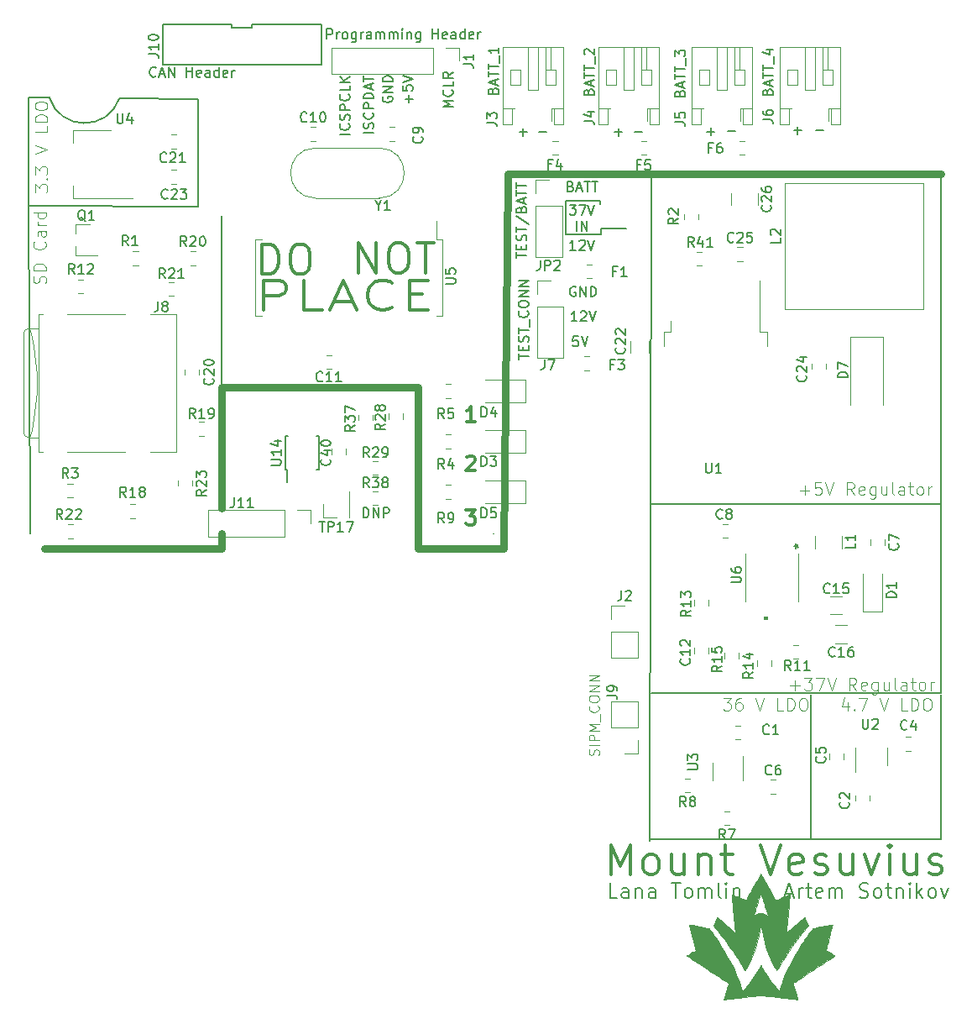
<source format=gbr>
%TF.GenerationSoftware,KiCad,Pcbnew,(5.1.9)-1*%
%TF.CreationDate,2021-07-10T09:55:13-04:00*%
%TF.ProjectId,detector_circuit,64657465-6374-46f7-925f-636972637569,rev?*%
%TF.SameCoordinates,Original*%
%TF.FileFunction,Legend,Top*%
%TF.FilePolarity,Positive*%
%FSLAX46Y46*%
G04 Gerber Fmt 4.6, Leading zero omitted, Abs format (unit mm)*
G04 Created by KiCad (PCBNEW (5.1.9)-1) date 2021-07-10 09:55:13*
%MOMM*%
%LPD*%
G01*
G04 APERTURE LIST*
%ADD10C,0.750000*%
%ADD11C,0.150000*%
%ADD12C,0.300000*%
%ADD13C,0.100000*%
%ADD14C,0.120000*%
%ADD15C,0.010000*%
G04 APERTURE END LIST*
D10*
X104013000Y-84963000D02*
X104013000Y-97155000D01*
X123825000Y-101219000D02*
X132461000Y-101219000D01*
X123825000Y-84963000D02*
X123825000Y-101219000D01*
X116713000Y-84963000D02*
X123825000Y-84963000D01*
X104013000Y-84963000D02*
X116713000Y-84963000D01*
D11*
X104013000Y-84455000D02*
X104013000Y-84963000D01*
D10*
X104013000Y-101219000D02*
X104013000Y-99695000D01*
D11*
X122880428Y-56276714D02*
X122880428Y-55514809D01*
X123261380Y-55895761D02*
X122499476Y-55895761D01*
X122261380Y-54562428D02*
X122261380Y-55038619D01*
X122737571Y-55086238D01*
X122689952Y-55038619D01*
X122642333Y-54943380D01*
X122642333Y-54705285D01*
X122689952Y-54610047D01*
X122737571Y-54562428D01*
X122832809Y-54514809D01*
X123070904Y-54514809D01*
X123166142Y-54562428D01*
X123213761Y-54610047D01*
X123261380Y-54705285D01*
X123261380Y-54943380D01*
X123213761Y-55038619D01*
X123166142Y-55086238D01*
X122261380Y-54229095D02*
X123261380Y-53895761D01*
X122261380Y-53562428D01*
X104013000Y-84963000D02*
X104013000Y-67691000D01*
D10*
X86106000Y-101219000D02*
X104013000Y-101219000D01*
D11*
X84518500Y-64135000D02*
X84709000Y-99695000D01*
X131445000Y-99695000D02*
X131445000Y-99695000D01*
X116911380Y-59459452D02*
X115911380Y-59459452D01*
X116816142Y-58411833D02*
X116863761Y-58459452D01*
X116911380Y-58602309D01*
X116911380Y-58697547D01*
X116863761Y-58840404D01*
X116768523Y-58935642D01*
X116673285Y-58983261D01*
X116482809Y-59030880D01*
X116339952Y-59030880D01*
X116149476Y-58983261D01*
X116054238Y-58935642D01*
X115959000Y-58840404D01*
X115911380Y-58697547D01*
X115911380Y-58602309D01*
X115959000Y-58459452D01*
X116006619Y-58411833D01*
X116863761Y-58030880D02*
X116911380Y-57888023D01*
X116911380Y-57649928D01*
X116863761Y-57554690D01*
X116816142Y-57507071D01*
X116720904Y-57459452D01*
X116625666Y-57459452D01*
X116530428Y-57507071D01*
X116482809Y-57554690D01*
X116435190Y-57649928D01*
X116387571Y-57840404D01*
X116339952Y-57935642D01*
X116292333Y-57983261D01*
X116197095Y-58030880D01*
X116101857Y-58030880D01*
X116006619Y-57983261D01*
X115959000Y-57935642D01*
X115911380Y-57840404D01*
X115911380Y-57602309D01*
X115959000Y-57459452D01*
X116911380Y-57030880D02*
X115911380Y-57030880D01*
X115911380Y-56649928D01*
X115959000Y-56554690D01*
X116006619Y-56507071D01*
X116101857Y-56459452D01*
X116244714Y-56459452D01*
X116339952Y-56507071D01*
X116387571Y-56554690D01*
X116435190Y-56649928D01*
X116435190Y-57030880D01*
X116816142Y-55459452D02*
X116863761Y-55507071D01*
X116911380Y-55649928D01*
X116911380Y-55745166D01*
X116863761Y-55888023D01*
X116768523Y-55983261D01*
X116673285Y-56030880D01*
X116482809Y-56078500D01*
X116339952Y-56078500D01*
X116149476Y-56030880D01*
X116054238Y-55983261D01*
X115959000Y-55888023D01*
X115911380Y-55745166D01*
X115911380Y-55649928D01*
X115959000Y-55507071D01*
X116006619Y-55459452D01*
X116911380Y-54554690D02*
X116911380Y-55030880D01*
X115911380Y-55030880D01*
X116911380Y-54221357D02*
X115911380Y-54221357D01*
X116911380Y-53649928D02*
X116339952Y-54078500D01*
X115911380Y-53649928D02*
X116482809Y-54221357D01*
X119324380Y-59300714D02*
X118324380Y-59300714D01*
X119276761Y-58872142D02*
X119324380Y-58729285D01*
X119324380Y-58491190D01*
X119276761Y-58395952D01*
X119229142Y-58348333D01*
X119133904Y-58300714D01*
X119038666Y-58300714D01*
X118943428Y-58348333D01*
X118895809Y-58395952D01*
X118848190Y-58491190D01*
X118800571Y-58681666D01*
X118752952Y-58776904D01*
X118705333Y-58824523D01*
X118610095Y-58872142D01*
X118514857Y-58872142D01*
X118419619Y-58824523D01*
X118372000Y-58776904D01*
X118324380Y-58681666D01*
X118324380Y-58443571D01*
X118372000Y-58300714D01*
X119229142Y-57300714D02*
X119276761Y-57348333D01*
X119324380Y-57491190D01*
X119324380Y-57586428D01*
X119276761Y-57729285D01*
X119181523Y-57824523D01*
X119086285Y-57872142D01*
X118895809Y-57919761D01*
X118752952Y-57919761D01*
X118562476Y-57872142D01*
X118467238Y-57824523D01*
X118372000Y-57729285D01*
X118324380Y-57586428D01*
X118324380Y-57491190D01*
X118372000Y-57348333D01*
X118419619Y-57300714D01*
X119324380Y-56872142D02*
X118324380Y-56872142D01*
X118324380Y-56491190D01*
X118372000Y-56395952D01*
X118419619Y-56348333D01*
X118514857Y-56300714D01*
X118657714Y-56300714D01*
X118752952Y-56348333D01*
X118800571Y-56395952D01*
X118848190Y-56491190D01*
X118848190Y-56872142D01*
X119324380Y-55872142D02*
X118324380Y-55872142D01*
X118324380Y-55634047D01*
X118372000Y-55491190D01*
X118467238Y-55395952D01*
X118562476Y-55348333D01*
X118752952Y-55300714D01*
X118895809Y-55300714D01*
X119086285Y-55348333D01*
X119181523Y-55395952D01*
X119276761Y-55491190D01*
X119324380Y-55634047D01*
X119324380Y-55872142D01*
X119038666Y-54919761D02*
X119038666Y-54443571D01*
X119324380Y-55015000D02*
X118324380Y-54681666D01*
X119324380Y-54348333D01*
X118324380Y-54157857D02*
X118324380Y-53586428D01*
X119324380Y-53872142D02*
X118324380Y-53872142D01*
X120277000Y-55689404D02*
X120229380Y-55784642D01*
X120229380Y-55927500D01*
X120277000Y-56070357D01*
X120372238Y-56165595D01*
X120467476Y-56213214D01*
X120657952Y-56260833D01*
X120800809Y-56260833D01*
X120991285Y-56213214D01*
X121086523Y-56165595D01*
X121181761Y-56070357D01*
X121229380Y-55927500D01*
X121229380Y-55832261D01*
X121181761Y-55689404D01*
X121134142Y-55641785D01*
X120800809Y-55641785D01*
X120800809Y-55832261D01*
X121229380Y-55213214D02*
X120229380Y-55213214D01*
X121229380Y-54641785D01*
X120229380Y-54641785D01*
X121229380Y-54165595D02*
X120229380Y-54165595D01*
X120229380Y-53927500D01*
X120277000Y-53784642D01*
X120372238Y-53689404D01*
X120467476Y-53641785D01*
X120657952Y-53594166D01*
X120800809Y-53594166D01*
X120991285Y-53641785D01*
X121086523Y-53689404D01*
X121181761Y-53784642D01*
X121229380Y-53927500D01*
X121229380Y-54165595D01*
X127325380Y-56729095D02*
X126325380Y-56729095D01*
X127039666Y-56395761D01*
X126325380Y-56062428D01*
X127325380Y-56062428D01*
X127230142Y-55014809D02*
X127277761Y-55062428D01*
X127325380Y-55205285D01*
X127325380Y-55300523D01*
X127277761Y-55443380D01*
X127182523Y-55538619D01*
X127087285Y-55586238D01*
X126896809Y-55633857D01*
X126753952Y-55633857D01*
X126563476Y-55586238D01*
X126468238Y-55538619D01*
X126373000Y-55443380D01*
X126325380Y-55300523D01*
X126325380Y-55205285D01*
X126373000Y-55062428D01*
X126420619Y-55014809D01*
X127325380Y-54110047D02*
X127325380Y-54586238D01*
X126325380Y-54586238D01*
X127325380Y-53205285D02*
X126849190Y-53538619D01*
X127325380Y-53776714D02*
X126325380Y-53776714D01*
X126325380Y-53395761D01*
X126373000Y-53300523D01*
X126420619Y-53252904D01*
X126515857Y-53205285D01*
X126658714Y-53205285D01*
X126753952Y-53252904D01*
X126801571Y-53300523D01*
X126849190Y-53395761D01*
X126849190Y-53776714D01*
X136017047Y-59189928D02*
X136778952Y-59189928D01*
X145669047Y-59189928D02*
X146430952Y-59189928D01*
X155067047Y-59126428D02*
X155828952Y-59126428D01*
X163957047Y-59062928D02*
X164718952Y-59062928D01*
X161734547Y-59062928D02*
X162496452Y-59062928D01*
X162115500Y-59443880D02*
X162115500Y-58681976D01*
X152971547Y-59189928D02*
X153733452Y-59189928D01*
X153352500Y-59570880D02*
X153352500Y-58808976D01*
X143637047Y-59253428D02*
X144398952Y-59253428D01*
X144018000Y-59634380D02*
X144018000Y-58872476D01*
X134048547Y-59253428D02*
X134810452Y-59253428D01*
X134429500Y-59634380D02*
X134429500Y-58872476D01*
X142240000Y-68961000D02*
X144780000Y-68961000D01*
X142240000Y-69532500D02*
X142240000Y-68961000D01*
X138684000Y-69532500D02*
X142240000Y-69532500D01*
X138684000Y-66167000D02*
X138684000Y-69532500D01*
X142176500Y-66167000D02*
X138684000Y-66167000D01*
X142180000Y-66548000D02*
X142176500Y-66167000D01*
X139096904Y-66572380D02*
X139715952Y-66572380D01*
X139382619Y-66953333D01*
X139525476Y-66953333D01*
X139620714Y-67000952D01*
X139668333Y-67048571D01*
X139715952Y-67143809D01*
X139715952Y-67381904D01*
X139668333Y-67477142D01*
X139620714Y-67524761D01*
X139525476Y-67572380D01*
X139239761Y-67572380D01*
X139144523Y-67524761D01*
X139096904Y-67477142D01*
X140049285Y-66572380D02*
X140715952Y-66572380D01*
X140287380Y-67572380D01*
X140954047Y-66572380D02*
X141287380Y-67572380D01*
X141620714Y-66572380D01*
X139811190Y-69222380D02*
X139811190Y-68222380D01*
X140287380Y-69222380D02*
X140287380Y-68222380D01*
X140858809Y-69222380D01*
X140858809Y-68222380D01*
X139215952Y-64698571D02*
X139358809Y-64746190D01*
X139406428Y-64793809D01*
X139454047Y-64889047D01*
X139454047Y-65031904D01*
X139406428Y-65127142D01*
X139358809Y-65174761D01*
X139263571Y-65222380D01*
X138882619Y-65222380D01*
X138882619Y-64222380D01*
X139215952Y-64222380D01*
X139311190Y-64270000D01*
X139358809Y-64317619D01*
X139406428Y-64412857D01*
X139406428Y-64508095D01*
X139358809Y-64603333D01*
X139311190Y-64650952D01*
X139215952Y-64698571D01*
X138882619Y-64698571D01*
X139835000Y-64936666D02*
X140311190Y-64936666D01*
X139739761Y-65222380D02*
X140073095Y-64222380D01*
X140406428Y-65222380D01*
X140596904Y-64222380D02*
X141168333Y-64222380D01*
X140882619Y-65222380D02*
X140882619Y-64222380D01*
X141358809Y-64222380D02*
X141930238Y-64222380D01*
X141644523Y-65222380D02*
X141644523Y-64222380D01*
X139715952Y-71127380D02*
X139144523Y-71127380D01*
X139430238Y-71127380D02*
X139430238Y-70127380D01*
X139335000Y-70270238D01*
X139239761Y-70365476D01*
X139144523Y-70413095D01*
X140096904Y-70222619D02*
X140144523Y-70175000D01*
X140239761Y-70127380D01*
X140477857Y-70127380D01*
X140573095Y-70175000D01*
X140620714Y-70222619D01*
X140668333Y-70317857D01*
X140668333Y-70413095D01*
X140620714Y-70555952D01*
X140049285Y-71127380D01*
X140668333Y-71127380D01*
X140954047Y-70127380D02*
X141287380Y-71127380D01*
X141620714Y-70127380D01*
X139954023Y-79843380D02*
X139477833Y-79843380D01*
X139430214Y-80319571D01*
X139477833Y-80271952D01*
X139573071Y-80224333D01*
X139811166Y-80224333D01*
X139906404Y-80271952D01*
X139954023Y-80319571D01*
X140001642Y-80414809D01*
X140001642Y-80652904D01*
X139954023Y-80748142D01*
X139906404Y-80795761D01*
X139811166Y-80843380D01*
X139573071Y-80843380D01*
X139477833Y-80795761D01*
X139430214Y-80748142D01*
X140287357Y-79843380D02*
X140620690Y-80843380D01*
X140954023Y-79843380D01*
X139842952Y-78302880D02*
X139271523Y-78302880D01*
X139557238Y-78302880D02*
X139557238Y-77302880D01*
X139462000Y-77445738D01*
X139366761Y-77540976D01*
X139271523Y-77588595D01*
X140223904Y-77398119D02*
X140271523Y-77350500D01*
X140366761Y-77302880D01*
X140604857Y-77302880D01*
X140700095Y-77350500D01*
X140747714Y-77398119D01*
X140795333Y-77493357D01*
X140795333Y-77588595D01*
X140747714Y-77731452D01*
X140176285Y-78302880D01*
X140795333Y-78302880D01*
X141081047Y-77302880D02*
X141414380Y-78302880D01*
X141747714Y-77302880D01*
X139700095Y-74874500D02*
X139604857Y-74826880D01*
X139462000Y-74826880D01*
X139319142Y-74874500D01*
X139223904Y-74969738D01*
X139176285Y-75064976D01*
X139128666Y-75255452D01*
X139128666Y-75398309D01*
X139176285Y-75588785D01*
X139223904Y-75684023D01*
X139319142Y-75779261D01*
X139462000Y-75826880D01*
X139557238Y-75826880D01*
X139700095Y-75779261D01*
X139747714Y-75731642D01*
X139747714Y-75398309D01*
X139557238Y-75398309D01*
X140176285Y-75826880D02*
X140176285Y-74826880D01*
X140747714Y-75826880D01*
X140747714Y-74826880D01*
X141223904Y-75826880D02*
X141223904Y-74826880D01*
X141462000Y-74826880D01*
X141604857Y-74874500D01*
X141700095Y-74969738D01*
X141747714Y-75064976D01*
X141795333Y-75255452D01*
X141795333Y-75398309D01*
X141747714Y-75588785D01*
X141700095Y-75684023D01*
X141604857Y-75779261D01*
X141462000Y-75826880D01*
X141223904Y-75826880D01*
X101663500Y-55943500D02*
X93686171Y-55870204D01*
X101663500Y-66738500D02*
X101663500Y-55943500D01*
X84518500Y-55753000D02*
X84518500Y-58039000D01*
X86614001Y-55752999D02*
X84518500Y-55753000D01*
X93686172Y-55870204D02*
G75*
G02*
X86614001Y-55752999I-3516172J1260204D01*
G01*
D12*
X108268523Y-77176142D02*
X108268523Y-74176142D01*
X109792333Y-74176142D01*
X110173285Y-74319000D01*
X110363761Y-74461857D01*
X110554238Y-74747571D01*
X110554238Y-75176142D01*
X110363761Y-75461857D01*
X110173285Y-75604714D01*
X109792333Y-75747571D01*
X108268523Y-75747571D01*
X114173285Y-77176142D02*
X112268523Y-77176142D01*
X112268523Y-74176142D01*
X115316142Y-76319000D02*
X117220904Y-76319000D01*
X114935190Y-77176142D02*
X116268523Y-74176142D01*
X117601857Y-77176142D01*
X121220904Y-76890428D02*
X121030428Y-77033285D01*
X120459000Y-77176142D01*
X120078047Y-77176142D01*
X119506619Y-77033285D01*
X119125666Y-76747571D01*
X118935190Y-76461857D01*
X118744714Y-75890428D01*
X118744714Y-75461857D01*
X118935190Y-74890428D01*
X119125666Y-74604714D01*
X119506619Y-74319000D01*
X120078047Y-74176142D01*
X120459000Y-74176142D01*
X121030428Y-74319000D01*
X121220904Y-74461857D01*
X122935190Y-75604714D02*
X124268523Y-75604714D01*
X124839952Y-77176142D02*
X122935190Y-77176142D01*
X122935190Y-74176142D01*
X124839952Y-74176142D01*
X117840571Y-73429642D02*
X117840571Y-70429642D01*
X119554857Y-73429642D01*
X119554857Y-70429642D01*
X121554857Y-70429642D02*
X122126285Y-70429642D01*
X122412000Y-70572500D01*
X122697714Y-70858214D01*
X122840571Y-71429642D01*
X122840571Y-72429642D01*
X122697714Y-73001071D01*
X122412000Y-73286785D01*
X122126285Y-73429642D01*
X121554857Y-73429642D01*
X121269142Y-73286785D01*
X120983428Y-73001071D01*
X120840571Y-72429642D01*
X120840571Y-71429642D01*
X120983428Y-70858214D01*
X121269142Y-70572500D01*
X121554857Y-70429642D01*
X123697714Y-70429642D02*
X125412000Y-70429642D01*
X124554857Y-73429642D02*
X124554857Y-70429642D01*
X108069357Y-73556642D02*
X108069357Y-70556642D01*
X108783642Y-70556642D01*
X109212214Y-70699500D01*
X109497928Y-70985214D01*
X109640785Y-71270928D01*
X109783642Y-71842357D01*
X109783642Y-72270928D01*
X109640785Y-72842357D01*
X109497928Y-73128071D01*
X109212214Y-73413785D01*
X108783642Y-73556642D01*
X108069357Y-73556642D01*
X111640785Y-70556642D02*
X112212214Y-70556642D01*
X112497928Y-70699500D01*
X112783642Y-70985214D01*
X112926500Y-71556642D01*
X112926500Y-72556642D01*
X112783642Y-73128071D01*
X112497928Y-73413785D01*
X112212214Y-73556642D01*
X111640785Y-73556642D01*
X111355071Y-73413785D01*
X111069357Y-73128071D01*
X110926500Y-72556642D01*
X110926500Y-71556642D01*
X111069357Y-70985214D01*
X111355071Y-70699500D01*
X111640785Y-70556642D01*
D10*
X147320000Y-63500000D02*
X132842000Y-63500000D01*
X132461000Y-101219000D02*
X132842000Y-63500000D01*
D11*
X160858428Y-136013000D02*
X161572714Y-136013000D01*
X160715571Y-136441571D02*
X161215571Y-134941571D01*
X161715571Y-136441571D01*
X162215571Y-136441571D02*
X162215571Y-135441571D01*
X162215571Y-135727285D02*
X162286999Y-135584428D01*
X162358428Y-135513000D01*
X162501285Y-135441571D01*
X162644142Y-135441571D01*
X162929857Y-135441571D02*
X163501285Y-135441571D01*
X163144142Y-134941571D02*
X163144142Y-136227285D01*
X163215571Y-136370142D01*
X163358428Y-136441571D01*
X163501285Y-136441571D01*
X164572714Y-136370142D02*
X164429857Y-136441571D01*
X164144142Y-136441571D01*
X164001285Y-136370142D01*
X163929857Y-136227285D01*
X163929857Y-135655857D01*
X164001285Y-135513000D01*
X164144142Y-135441571D01*
X164429857Y-135441571D01*
X164572714Y-135513000D01*
X164644142Y-135655857D01*
X164644142Y-135798714D01*
X163929857Y-135941571D01*
X165286999Y-136441571D02*
X165286999Y-135441571D01*
X165286999Y-135584428D02*
X165358428Y-135513000D01*
X165501285Y-135441571D01*
X165715571Y-135441571D01*
X165858428Y-135513000D01*
X165929857Y-135655857D01*
X165929857Y-136441571D01*
X165929857Y-135655857D02*
X166001285Y-135513000D01*
X166144142Y-135441571D01*
X166358428Y-135441571D01*
X166501285Y-135513000D01*
X166572714Y-135655857D01*
X166572714Y-136441571D01*
X168358428Y-136370142D02*
X168572714Y-136441571D01*
X168929857Y-136441571D01*
X169072714Y-136370142D01*
X169144142Y-136298714D01*
X169215571Y-136155857D01*
X169215571Y-136013000D01*
X169144142Y-135870142D01*
X169072714Y-135798714D01*
X168929857Y-135727285D01*
X168644142Y-135655857D01*
X168501285Y-135584428D01*
X168429857Y-135513000D01*
X168358428Y-135370142D01*
X168358428Y-135227285D01*
X168429857Y-135084428D01*
X168501285Y-135013000D01*
X168644142Y-134941571D01*
X169001285Y-134941571D01*
X169215571Y-135013000D01*
X170072714Y-136441571D02*
X169929857Y-136370142D01*
X169858428Y-136298714D01*
X169786999Y-136155857D01*
X169786999Y-135727285D01*
X169858428Y-135584428D01*
X169929857Y-135513000D01*
X170072714Y-135441571D01*
X170286999Y-135441571D01*
X170429857Y-135513000D01*
X170501285Y-135584428D01*
X170572714Y-135727285D01*
X170572714Y-136155857D01*
X170501285Y-136298714D01*
X170429857Y-136370142D01*
X170286999Y-136441571D01*
X170072714Y-136441571D01*
X171001285Y-135441571D02*
X171572714Y-135441571D01*
X171215571Y-134941571D02*
X171215571Y-136227285D01*
X171286999Y-136370142D01*
X171429857Y-136441571D01*
X171572714Y-136441571D01*
X172072714Y-135441571D02*
X172072714Y-136441571D01*
X172072714Y-135584428D02*
X172144142Y-135513000D01*
X172286999Y-135441571D01*
X172501285Y-135441571D01*
X172644142Y-135513000D01*
X172715571Y-135655857D01*
X172715571Y-136441571D01*
X173429857Y-136441571D02*
X173429857Y-135441571D01*
X173429857Y-134941571D02*
X173358428Y-135013000D01*
X173429857Y-135084428D01*
X173501285Y-135013000D01*
X173429857Y-134941571D01*
X173429857Y-135084428D01*
X174144142Y-136441571D02*
X174144142Y-134941571D01*
X174286999Y-135870142D02*
X174715571Y-136441571D01*
X174715571Y-135441571D02*
X174144142Y-136013000D01*
X175572714Y-136441571D02*
X175429857Y-136370142D01*
X175358428Y-136298714D01*
X175286999Y-136155857D01*
X175286999Y-135727285D01*
X175358428Y-135584428D01*
X175429857Y-135513000D01*
X175572714Y-135441571D01*
X175786999Y-135441571D01*
X175929857Y-135513000D01*
X176001285Y-135584428D01*
X176072714Y-135727285D01*
X176072714Y-136155857D01*
X176001285Y-136298714D01*
X175929857Y-136370142D01*
X175786999Y-136441571D01*
X175572714Y-136441571D01*
X176572714Y-135441571D02*
X176929857Y-136441571D01*
X177286999Y-135441571D01*
X143911571Y-136441571D02*
X143197285Y-136441571D01*
X143197285Y-134941571D01*
X145054428Y-136441571D02*
X145054428Y-135655857D01*
X144983000Y-135513000D01*
X144840142Y-135441571D01*
X144554428Y-135441571D01*
X144411571Y-135513000D01*
X145054428Y-136370142D02*
X144911571Y-136441571D01*
X144554428Y-136441571D01*
X144411571Y-136370142D01*
X144340142Y-136227285D01*
X144340142Y-136084428D01*
X144411571Y-135941571D01*
X144554428Y-135870142D01*
X144911571Y-135870142D01*
X145054428Y-135798714D01*
X145768714Y-135441571D02*
X145768714Y-136441571D01*
X145768714Y-135584428D02*
X145840142Y-135513000D01*
X145983000Y-135441571D01*
X146197285Y-135441571D01*
X146340142Y-135513000D01*
X146411571Y-135655857D01*
X146411571Y-136441571D01*
X147768714Y-136441571D02*
X147768714Y-135655857D01*
X147697285Y-135513000D01*
X147554428Y-135441571D01*
X147268714Y-135441571D01*
X147125857Y-135513000D01*
X147768714Y-136370142D02*
X147625857Y-136441571D01*
X147268714Y-136441571D01*
X147125857Y-136370142D01*
X147054428Y-136227285D01*
X147054428Y-136084428D01*
X147125857Y-135941571D01*
X147268714Y-135870142D01*
X147625857Y-135870142D01*
X147768714Y-135798714D01*
X149411571Y-134941571D02*
X150268714Y-134941571D01*
X149840142Y-136441571D02*
X149840142Y-134941571D01*
X150983000Y-136441571D02*
X150840142Y-136370142D01*
X150768714Y-136298714D01*
X150697285Y-136155857D01*
X150697285Y-135727285D01*
X150768714Y-135584428D01*
X150840142Y-135513000D01*
X150983000Y-135441571D01*
X151197285Y-135441571D01*
X151340142Y-135513000D01*
X151411571Y-135584428D01*
X151483000Y-135727285D01*
X151483000Y-136155857D01*
X151411571Y-136298714D01*
X151340142Y-136370142D01*
X151197285Y-136441571D01*
X150983000Y-136441571D01*
X152125857Y-136441571D02*
X152125857Y-135441571D01*
X152125857Y-135584428D02*
X152197285Y-135513000D01*
X152340142Y-135441571D01*
X152554428Y-135441571D01*
X152697285Y-135513000D01*
X152768714Y-135655857D01*
X152768714Y-136441571D01*
X152768714Y-135655857D02*
X152840142Y-135513000D01*
X152983000Y-135441571D01*
X153197285Y-135441571D01*
X153340142Y-135513000D01*
X153411571Y-135655857D01*
X153411571Y-136441571D01*
X154340142Y-136441571D02*
X154197285Y-136370142D01*
X154125857Y-136227285D01*
X154125857Y-134941571D01*
X154911571Y-136441571D02*
X154911571Y-135441571D01*
X154911571Y-134941571D02*
X154840142Y-135013000D01*
X154911571Y-135084428D01*
X154983000Y-135013000D01*
X154911571Y-134941571D01*
X154911571Y-135084428D01*
X155625857Y-135441571D02*
X155625857Y-136441571D01*
X155625857Y-135584428D02*
X155697285Y-135513000D01*
X155840142Y-135441571D01*
X156054428Y-135441571D01*
X156197285Y-135513000D01*
X156268714Y-135655857D01*
X156268714Y-136441571D01*
D12*
X143250142Y-134072142D02*
X143250142Y-131072142D01*
X144250142Y-133215000D01*
X145250142Y-131072142D01*
X145250142Y-134072142D01*
X147107285Y-134072142D02*
X146821571Y-133929285D01*
X146678714Y-133786428D01*
X146535857Y-133500714D01*
X146535857Y-132643571D01*
X146678714Y-132357857D01*
X146821571Y-132215000D01*
X147107285Y-132072142D01*
X147535857Y-132072142D01*
X147821571Y-132215000D01*
X147964428Y-132357857D01*
X148107285Y-132643571D01*
X148107285Y-133500714D01*
X147964428Y-133786428D01*
X147821571Y-133929285D01*
X147535857Y-134072142D01*
X147107285Y-134072142D01*
X150678714Y-132072142D02*
X150678714Y-134072142D01*
X149393000Y-132072142D02*
X149393000Y-133643571D01*
X149535857Y-133929285D01*
X149821571Y-134072142D01*
X150250142Y-134072142D01*
X150535857Y-133929285D01*
X150678714Y-133786428D01*
X152107285Y-132072142D02*
X152107285Y-134072142D01*
X152107285Y-132357857D02*
X152250142Y-132215000D01*
X152535857Y-132072142D01*
X152964428Y-132072142D01*
X153250142Y-132215000D01*
X153393000Y-132500714D01*
X153393000Y-134072142D01*
X154393000Y-132072142D02*
X155535857Y-132072142D01*
X154821571Y-131072142D02*
X154821571Y-133643571D01*
X154964428Y-133929285D01*
X155250142Y-134072142D01*
X155535857Y-134072142D01*
X158393000Y-131072142D02*
X159393000Y-134072142D01*
X160393000Y-131072142D01*
X162535857Y-133929285D02*
X162250142Y-134072142D01*
X161678714Y-134072142D01*
X161393000Y-133929285D01*
X161250142Y-133643571D01*
X161250142Y-132500714D01*
X161393000Y-132215000D01*
X161678714Y-132072142D01*
X162250142Y-132072142D01*
X162535857Y-132215000D01*
X162678714Y-132500714D01*
X162678714Y-132786428D01*
X161250142Y-133072142D01*
X163821571Y-133929285D02*
X164107285Y-134072142D01*
X164678714Y-134072142D01*
X164964428Y-133929285D01*
X165107285Y-133643571D01*
X165107285Y-133500714D01*
X164964428Y-133215000D01*
X164678714Y-133072142D01*
X164250142Y-133072142D01*
X163964428Y-132929285D01*
X163821571Y-132643571D01*
X163821571Y-132500714D01*
X163964428Y-132215000D01*
X164250142Y-132072142D01*
X164678714Y-132072142D01*
X164964428Y-132215000D01*
X167678714Y-132072142D02*
X167678714Y-134072142D01*
X166393000Y-132072142D02*
X166393000Y-133643571D01*
X166535857Y-133929285D01*
X166821571Y-134072142D01*
X167250142Y-134072142D01*
X167535857Y-133929285D01*
X167678714Y-133786428D01*
X168821571Y-132072142D02*
X169535857Y-134072142D01*
X170250142Y-132072142D01*
X171393000Y-134072142D02*
X171393000Y-132072142D01*
X171393000Y-131072142D02*
X171250142Y-131215000D01*
X171393000Y-131357857D01*
X171535857Y-131215000D01*
X171393000Y-131072142D01*
X171393000Y-131357857D01*
X174107285Y-132072142D02*
X174107285Y-134072142D01*
X172821571Y-132072142D02*
X172821571Y-133643571D01*
X172964428Y-133929285D01*
X173250142Y-134072142D01*
X173678714Y-134072142D01*
X173964428Y-133929285D01*
X174107285Y-133786428D01*
X175393000Y-133929285D02*
X175678714Y-134072142D01*
X176250142Y-134072142D01*
X176535857Y-133929285D01*
X176678714Y-133643571D01*
X176678714Y-133500714D01*
X176535857Y-133215000D01*
X176250142Y-133072142D01*
X175821571Y-133072142D01*
X175535857Y-132929285D01*
X175393000Y-132643571D01*
X175393000Y-132500714D01*
X175535857Y-132215000D01*
X175821571Y-132072142D01*
X176250142Y-132072142D01*
X176535857Y-132215000D01*
D11*
X97371352Y-53595542D02*
X97323733Y-53643161D01*
X97180876Y-53690780D01*
X97085638Y-53690780D01*
X96942780Y-53643161D01*
X96847542Y-53547923D01*
X96799923Y-53452685D01*
X96752304Y-53262209D01*
X96752304Y-53119352D01*
X96799923Y-52928876D01*
X96847542Y-52833638D01*
X96942780Y-52738400D01*
X97085638Y-52690780D01*
X97180876Y-52690780D01*
X97323733Y-52738400D01*
X97371352Y-52786019D01*
X97752304Y-53405066D02*
X98228495Y-53405066D01*
X97657066Y-53690780D02*
X97990400Y-52690780D01*
X98323733Y-53690780D01*
X98657066Y-53690780D02*
X98657066Y-52690780D01*
X99228495Y-53690780D01*
X99228495Y-52690780D01*
X100466590Y-53690780D02*
X100466590Y-52690780D01*
X100466590Y-53166971D02*
X101038019Y-53166971D01*
X101038019Y-53690780D02*
X101038019Y-52690780D01*
X101895161Y-53643161D02*
X101799923Y-53690780D01*
X101609447Y-53690780D01*
X101514209Y-53643161D01*
X101466590Y-53547923D01*
X101466590Y-53166971D01*
X101514209Y-53071733D01*
X101609447Y-53024114D01*
X101799923Y-53024114D01*
X101895161Y-53071733D01*
X101942780Y-53166971D01*
X101942780Y-53262209D01*
X101466590Y-53357447D01*
X102799923Y-53690780D02*
X102799923Y-53166971D01*
X102752304Y-53071733D01*
X102657066Y-53024114D01*
X102466590Y-53024114D01*
X102371352Y-53071733D01*
X102799923Y-53643161D02*
X102704685Y-53690780D01*
X102466590Y-53690780D01*
X102371352Y-53643161D01*
X102323733Y-53547923D01*
X102323733Y-53452685D01*
X102371352Y-53357447D01*
X102466590Y-53309828D01*
X102704685Y-53309828D01*
X102799923Y-53262209D01*
X103704685Y-53690780D02*
X103704685Y-52690780D01*
X103704685Y-53643161D02*
X103609447Y-53690780D01*
X103418971Y-53690780D01*
X103323733Y-53643161D01*
X103276114Y-53595542D01*
X103228495Y-53500304D01*
X103228495Y-53214590D01*
X103276114Y-53119352D01*
X103323733Y-53071733D01*
X103418971Y-53024114D01*
X103609447Y-53024114D01*
X103704685Y-53071733D01*
X104561828Y-53643161D02*
X104466590Y-53690780D01*
X104276114Y-53690780D01*
X104180876Y-53643161D01*
X104133257Y-53547923D01*
X104133257Y-53166971D01*
X104180876Y-53071733D01*
X104276114Y-53024114D01*
X104466590Y-53024114D01*
X104561828Y-53071733D01*
X104609447Y-53166971D01*
X104609447Y-53262209D01*
X104133257Y-53357447D01*
X105038019Y-53690780D02*
X105038019Y-53024114D01*
X105038019Y-53214590D02*
X105085638Y-53119352D01*
X105133257Y-53071733D01*
X105228495Y-53024114D01*
X105323733Y-53024114D01*
X176530000Y-115824000D02*
X176530000Y-63500000D01*
X147320000Y-63500000D02*
X147193000Y-130683000D01*
D10*
X176530000Y-63500000D02*
X147320000Y-63500000D01*
D13*
X162332619Y-95339285D02*
X163285000Y-95339285D01*
X162808809Y-95815476D02*
X162808809Y-94863095D01*
X164475476Y-94565476D02*
X163880238Y-94565476D01*
X163820714Y-95160714D01*
X163880238Y-95101190D01*
X163999285Y-95041666D01*
X164296904Y-95041666D01*
X164415952Y-95101190D01*
X164475476Y-95160714D01*
X164535000Y-95279761D01*
X164535000Y-95577380D01*
X164475476Y-95696428D01*
X164415952Y-95755952D01*
X164296904Y-95815476D01*
X163999285Y-95815476D01*
X163880238Y-95755952D01*
X163820714Y-95696428D01*
X164892142Y-94565476D02*
X165308809Y-95815476D01*
X165725476Y-94565476D01*
X167808809Y-95815476D02*
X167392142Y-95220238D01*
X167094523Y-95815476D02*
X167094523Y-94565476D01*
X167570714Y-94565476D01*
X167689761Y-94625000D01*
X167749285Y-94684523D01*
X167808809Y-94803571D01*
X167808809Y-94982142D01*
X167749285Y-95101190D01*
X167689761Y-95160714D01*
X167570714Y-95220238D01*
X167094523Y-95220238D01*
X168820714Y-95755952D02*
X168701666Y-95815476D01*
X168463571Y-95815476D01*
X168344523Y-95755952D01*
X168285000Y-95636904D01*
X168285000Y-95160714D01*
X168344523Y-95041666D01*
X168463571Y-94982142D01*
X168701666Y-94982142D01*
X168820714Y-95041666D01*
X168880238Y-95160714D01*
X168880238Y-95279761D01*
X168285000Y-95398809D01*
X169951666Y-94982142D02*
X169951666Y-95994047D01*
X169892142Y-96113095D01*
X169832619Y-96172619D01*
X169713571Y-96232142D01*
X169535000Y-96232142D01*
X169415952Y-96172619D01*
X169951666Y-95755952D02*
X169832619Y-95815476D01*
X169594523Y-95815476D01*
X169475476Y-95755952D01*
X169415952Y-95696428D01*
X169356428Y-95577380D01*
X169356428Y-95220238D01*
X169415952Y-95101190D01*
X169475476Y-95041666D01*
X169594523Y-94982142D01*
X169832619Y-94982142D01*
X169951666Y-95041666D01*
X171082619Y-94982142D02*
X171082619Y-95815476D01*
X170546904Y-94982142D02*
X170546904Y-95636904D01*
X170606428Y-95755952D01*
X170725476Y-95815476D01*
X170904047Y-95815476D01*
X171023095Y-95755952D01*
X171082619Y-95696428D01*
X171856428Y-95815476D02*
X171737380Y-95755952D01*
X171677857Y-95636904D01*
X171677857Y-94565476D01*
X172868333Y-95815476D02*
X172868333Y-95160714D01*
X172808809Y-95041666D01*
X172689761Y-94982142D01*
X172451666Y-94982142D01*
X172332619Y-95041666D01*
X172868333Y-95755952D02*
X172749285Y-95815476D01*
X172451666Y-95815476D01*
X172332619Y-95755952D01*
X172273095Y-95636904D01*
X172273095Y-95517857D01*
X172332619Y-95398809D01*
X172451666Y-95339285D01*
X172749285Y-95339285D01*
X172868333Y-95279761D01*
X173285000Y-94982142D02*
X173761190Y-94982142D01*
X173463571Y-94565476D02*
X173463571Y-95636904D01*
X173523095Y-95755952D01*
X173642142Y-95815476D01*
X173761190Y-95815476D01*
X174356428Y-95815476D02*
X174237380Y-95755952D01*
X174177857Y-95696428D01*
X174118333Y-95577380D01*
X174118333Y-95220238D01*
X174177857Y-95101190D01*
X174237380Y-95041666D01*
X174356428Y-94982142D01*
X174535000Y-94982142D01*
X174654047Y-95041666D01*
X174713571Y-95101190D01*
X174773095Y-95220238D01*
X174773095Y-95577380D01*
X174713571Y-95696428D01*
X174654047Y-95755952D01*
X174535000Y-95815476D01*
X174356428Y-95815476D01*
X175308809Y-95815476D02*
X175308809Y-94982142D01*
X175308809Y-95220238D02*
X175368333Y-95101190D01*
X175427857Y-95041666D01*
X175546904Y-94982142D01*
X175665952Y-94982142D01*
X167140428Y-116699142D02*
X167140428Y-117532476D01*
X166842809Y-116222952D02*
X166545190Y-117115809D01*
X167319000Y-117115809D01*
X167795190Y-117413428D02*
X167854714Y-117472952D01*
X167795190Y-117532476D01*
X167735666Y-117472952D01*
X167795190Y-117413428D01*
X167795190Y-117532476D01*
X168271380Y-116282476D02*
X169104714Y-116282476D01*
X168569000Y-117532476D01*
X170354714Y-116282476D02*
X170771380Y-117532476D01*
X171188047Y-116282476D01*
X173152333Y-117532476D02*
X172557095Y-117532476D01*
X172557095Y-116282476D01*
X173569000Y-117532476D02*
X173569000Y-116282476D01*
X173866619Y-116282476D01*
X174045190Y-116342000D01*
X174164238Y-116461047D01*
X174223761Y-116580095D01*
X174283285Y-116818190D01*
X174283285Y-116996761D01*
X174223761Y-117234857D01*
X174164238Y-117353904D01*
X174045190Y-117472952D01*
X173866619Y-117532476D01*
X173569000Y-117532476D01*
X175057095Y-116282476D02*
X175295190Y-116282476D01*
X175414238Y-116342000D01*
X175533285Y-116461047D01*
X175592809Y-116699142D01*
X175592809Y-117115809D01*
X175533285Y-117353904D01*
X175414238Y-117472952D01*
X175295190Y-117532476D01*
X175057095Y-117532476D01*
X174938047Y-117472952D01*
X174819000Y-117353904D01*
X174759476Y-117115809D01*
X174759476Y-116699142D01*
X174819000Y-116461047D01*
X174938047Y-116342000D01*
X175057095Y-116282476D01*
D11*
X176530000Y-130556000D02*
X176530000Y-115951000D01*
X147193000Y-130556000D02*
X176530000Y-130556000D01*
X163449000Y-115951000D02*
X163449000Y-130556000D01*
D13*
X154591285Y-116282476D02*
X155365095Y-116282476D01*
X154948428Y-116758666D01*
X155127000Y-116758666D01*
X155246047Y-116818190D01*
X155305571Y-116877714D01*
X155365095Y-116996761D01*
X155365095Y-117294380D01*
X155305571Y-117413428D01*
X155246047Y-117472952D01*
X155127000Y-117532476D01*
X154769857Y-117532476D01*
X154650809Y-117472952D01*
X154591285Y-117413428D01*
X156436523Y-116282476D02*
X156198428Y-116282476D01*
X156079380Y-116342000D01*
X156019857Y-116401523D01*
X155900809Y-116580095D01*
X155841285Y-116818190D01*
X155841285Y-117294380D01*
X155900809Y-117413428D01*
X155960333Y-117472952D01*
X156079380Y-117532476D01*
X156317476Y-117532476D01*
X156436523Y-117472952D01*
X156496047Y-117413428D01*
X156555571Y-117294380D01*
X156555571Y-116996761D01*
X156496047Y-116877714D01*
X156436523Y-116818190D01*
X156317476Y-116758666D01*
X156079380Y-116758666D01*
X155960333Y-116818190D01*
X155900809Y-116877714D01*
X155841285Y-116996761D01*
X157865095Y-116282476D02*
X158281761Y-117532476D01*
X158698428Y-116282476D01*
X160662714Y-117532476D02*
X160067476Y-117532476D01*
X160067476Y-116282476D01*
X161079380Y-117532476D02*
X161079380Y-116282476D01*
X161377000Y-116282476D01*
X161555571Y-116342000D01*
X161674619Y-116461047D01*
X161734142Y-116580095D01*
X161793666Y-116818190D01*
X161793666Y-116996761D01*
X161734142Y-117234857D01*
X161674619Y-117353904D01*
X161555571Y-117472952D01*
X161377000Y-117532476D01*
X161079380Y-117532476D01*
X162567476Y-116282476D02*
X162805571Y-116282476D01*
X162924619Y-116342000D01*
X163043666Y-116461047D01*
X163103190Y-116699142D01*
X163103190Y-117115809D01*
X163043666Y-117353904D01*
X162924619Y-117472952D01*
X162805571Y-117532476D01*
X162567476Y-117532476D01*
X162448428Y-117472952D01*
X162329380Y-117353904D01*
X162269857Y-117115809D01*
X162269857Y-116699142D01*
X162329380Y-116461047D01*
X162448428Y-116342000D01*
X162567476Y-116282476D01*
D12*
X128659000Y-97349571D02*
X129587571Y-97349571D01*
X129087571Y-97921000D01*
X129301857Y-97921000D01*
X129444714Y-97992428D01*
X129516142Y-98063857D01*
X129587571Y-98206714D01*
X129587571Y-98563857D01*
X129516142Y-98706714D01*
X129444714Y-98778142D01*
X129301857Y-98849571D01*
X128873285Y-98849571D01*
X128730428Y-98778142D01*
X128659000Y-98706714D01*
X128730428Y-92031428D02*
X128801857Y-91960000D01*
X128944714Y-91888571D01*
X129301857Y-91888571D01*
X129444714Y-91960000D01*
X129516142Y-92031428D01*
X129587571Y-92174285D01*
X129587571Y-92317142D01*
X129516142Y-92531428D01*
X128659000Y-93388571D01*
X129587571Y-93388571D01*
X129587571Y-88435571D02*
X128730428Y-88435571D01*
X129159000Y-88435571D02*
X129159000Y-86935571D01*
X129016142Y-87149857D01*
X128873285Y-87292714D01*
X128730428Y-87364142D01*
D11*
X147320000Y-115824000D02*
X176530000Y-115824000D01*
D13*
X161356380Y-115024285D02*
X162308761Y-115024285D01*
X161832571Y-115500476D02*
X161832571Y-114548095D01*
X162784952Y-114250476D02*
X163558761Y-114250476D01*
X163142095Y-114726666D01*
X163320666Y-114726666D01*
X163439714Y-114786190D01*
X163499238Y-114845714D01*
X163558761Y-114964761D01*
X163558761Y-115262380D01*
X163499238Y-115381428D01*
X163439714Y-115440952D01*
X163320666Y-115500476D01*
X162963523Y-115500476D01*
X162844476Y-115440952D01*
X162784952Y-115381428D01*
X163975428Y-114250476D02*
X164808761Y-114250476D01*
X164273047Y-115500476D01*
X165106380Y-114250476D02*
X165523047Y-115500476D01*
X165939714Y-114250476D01*
X168023047Y-115500476D02*
X167606380Y-114905238D01*
X167308761Y-115500476D02*
X167308761Y-114250476D01*
X167784952Y-114250476D01*
X167904000Y-114310000D01*
X167963523Y-114369523D01*
X168023047Y-114488571D01*
X168023047Y-114667142D01*
X167963523Y-114786190D01*
X167904000Y-114845714D01*
X167784952Y-114905238D01*
X167308761Y-114905238D01*
X169034952Y-115440952D02*
X168915904Y-115500476D01*
X168677809Y-115500476D01*
X168558761Y-115440952D01*
X168499238Y-115321904D01*
X168499238Y-114845714D01*
X168558761Y-114726666D01*
X168677809Y-114667142D01*
X168915904Y-114667142D01*
X169034952Y-114726666D01*
X169094476Y-114845714D01*
X169094476Y-114964761D01*
X168499238Y-115083809D01*
X170165904Y-114667142D02*
X170165904Y-115679047D01*
X170106380Y-115798095D01*
X170046857Y-115857619D01*
X169927809Y-115917142D01*
X169749238Y-115917142D01*
X169630190Y-115857619D01*
X170165904Y-115440952D02*
X170046857Y-115500476D01*
X169808761Y-115500476D01*
X169689714Y-115440952D01*
X169630190Y-115381428D01*
X169570666Y-115262380D01*
X169570666Y-114905238D01*
X169630190Y-114786190D01*
X169689714Y-114726666D01*
X169808761Y-114667142D01*
X170046857Y-114667142D01*
X170165904Y-114726666D01*
X171296857Y-114667142D02*
X171296857Y-115500476D01*
X170761142Y-114667142D02*
X170761142Y-115321904D01*
X170820666Y-115440952D01*
X170939714Y-115500476D01*
X171118285Y-115500476D01*
X171237333Y-115440952D01*
X171296857Y-115381428D01*
X172070666Y-115500476D02*
X171951619Y-115440952D01*
X171892095Y-115321904D01*
X171892095Y-114250476D01*
X173082571Y-115500476D02*
X173082571Y-114845714D01*
X173023047Y-114726666D01*
X172904000Y-114667142D01*
X172665904Y-114667142D01*
X172546857Y-114726666D01*
X173082571Y-115440952D02*
X172963523Y-115500476D01*
X172665904Y-115500476D01*
X172546857Y-115440952D01*
X172487333Y-115321904D01*
X172487333Y-115202857D01*
X172546857Y-115083809D01*
X172665904Y-115024285D01*
X172963523Y-115024285D01*
X173082571Y-114964761D01*
X173499238Y-114667142D02*
X173975428Y-114667142D01*
X173677809Y-114250476D02*
X173677809Y-115321904D01*
X173737333Y-115440952D01*
X173856380Y-115500476D01*
X173975428Y-115500476D01*
X174570666Y-115500476D02*
X174451619Y-115440952D01*
X174392095Y-115381428D01*
X174332571Y-115262380D01*
X174332571Y-114905238D01*
X174392095Y-114786190D01*
X174451619Y-114726666D01*
X174570666Y-114667142D01*
X174749238Y-114667142D01*
X174868285Y-114726666D01*
X174927809Y-114786190D01*
X174987333Y-114905238D01*
X174987333Y-115262380D01*
X174927809Y-115381428D01*
X174868285Y-115440952D01*
X174749238Y-115500476D01*
X174570666Y-115500476D01*
X175523047Y-115500476D02*
X175523047Y-114667142D01*
X175523047Y-114905238D02*
X175582571Y-114786190D01*
X175642095Y-114726666D01*
X175761142Y-114667142D01*
X175880190Y-114667142D01*
D11*
X147320000Y-96774000D02*
X176530000Y-96774000D01*
D13*
X86202452Y-74467190D02*
X86261976Y-74288619D01*
X86261976Y-73991000D01*
X86202452Y-73871952D01*
X86142928Y-73812428D01*
X86023880Y-73752904D01*
X85904833Y-73752904D01*
X85785785Y-73812428D01*
X85726261Y-73871952D01*
X85666738Y-73991000D01*
X85607214Y-74229095D01*
X85547690Y-74348142D01*
X85488166Y-74407666D01*
X85369119Y-74467190D01*
X85250071Y-74467190D01*
X85131023Y-74407666D01*
X85071500Y-74348142D01*
X85011976Y-74229095D01*
X85011976Y-73931476D01*
X85071500Y-73752904D01*
X86261976Y-73217190D02*
X85011976Y-73217190D01*
X85011976Y-72919571D01*
X85071500Y-72741000D01*
X85190547Y-72621952D01*
X85309595Y-72562428D01*
X85547690Y-72502904D01*
X85726261Y-72502904D01*
X85964357Y-72562428D01*
X86083404Y-72621952D01*
X86202452Y-72741000D01*
X86261976Y-72919571D01*
X86261976Y-73217190D01*
X86142928Y-70300523D02*
X86202452Y-70360047D01*
X86261976Y-70538619D01*
X86261976Y-70657666D01*
X86202452Y-70836238D01*
X86083404Y-70955285D01*
X85964357Y-71014809D01*
X85726261Y-71074333D01*
X85547690Y-71074333D01*
X85309595Y-71014809D01*
X85190547Y-70955285D01*
X85071500Y-70836238D01*
X85011976Y-70657666D01*
X85011976Y-70538619D01*
X85071500Y-70360047D01*
X85131023Y-70300523D01*
X86261976Y-69229095D02*
X85607214Y-69229095D01*
X85488166Y-69288619D01*
X85428642Y-69407666D01*
X85428642Y-69645761D01*
X85488166Y-69764809D01*
X86202452Y-69229095D02*
X86261976Y-69348142D01*
X86261976Y-69645761D01*
X86202452Y-69764809D01*
X86083404Y-69824333D01*
X85964357Y-69824333D01*
X85845309Y-69764809D01*
X85785785Y-69645761D01*
X85785785Y-69348142D01*
X85726261Y-69229095D01*
X86261976Y-68633857D02*
X85428642Y-68633857D01*
X85666738Y-68633857D02*
X85547690Y-68574333D01*
X85488166Y-68514809D01*
X85428642Y-68395761D01*
X85428642Y-68276714D01*
X86261976Y-67324333D02*
X85011976Y-67324333D01*
X86202452Y-67324333D02*
X86261976Y-67443380D01*
X86261976Y-67681476D01*
X86202452Y-67800523D01*
X86142928Y-67860047D01*
X86023880Y-67919571D01*
X85666738Y-67919571D01*
X85547690Y-67860047D01*
X85488166Y-67800523D01*
X85428642Y-67681476D01*
X85428642Y-67443380D01*
X85488166Y-67324333D01*
X85167476Y-65289333D02*
X85167476Y-64515523D01*
X85643666Y-64932190D01*
X85643666Y-64753619D01*
X85703190Y-64634571D01*
X85762714Y-64575047D01*
X85881761Y-64515523D01*
X86179380Y-64515523D01*
X86298428Y-64575047D01*
X86357952Y-64634571D01*
X86417476Y-64753619D01*
X86417476Y-65110761D01*
X86357952Y-65229809D01*
X86298428Y-65289333D01*
X86298428Y-63979809D02*
X86357952Y-63920285D01*
X86417476Y-63979809D01*
X86357952Y-64039333D01*
X86298428Y-63979809D01*
X86417476Y-63979809D01*
X85167476Y-63503619D02*
X85167476Y-62729809D01*
X85643666Y-63146476D01*
X85643666Y-62967904D01*
X85703190Y-62848857D01*
X85762714Y-62789333D01*
X85881761Y-62729809D01*
X86179380Y-62729809D01*
X86298428Y-62789333D01*
X86357952Y-62848857D01*
X86417476Y-62967904D01*
X86417476Y-63325047D01*
X86357952Y-63444095D01*
X86298428Y-63503619D01*
X85167476Y-61420285D02*
X86417476Y-61003619D01*
X85167476Y-60586952D01*
X86417476Y-58622666D02*
X86417476Y-59217904D01*
X85167476Y-59217904D01*
X86417476Y-58206000D02*
X85167476Y-58206000D01*
X85167476Y-57908380D01*
X85227000Y-57729809D01*
X85346047Y-57610761D01*
X85465095Y-57551238D01*
X85703190Y-57491714D01*
X85881761Y-57491714D01*
X86119857Y-57551238D01*
X86238904Y-57610761D01*
X86357952Y-57729809D01*
X86417476Y-57908380D01*
X86417476Y-58206000D01*
X85167476Y-56717904D02*
X85167476Y-56479809D01*
X85227000Y-56360761D01*
X85346047Y-56241714D01*
X85584142Y-56182190D01*
X86000809Y-56182190D01*
X86238904Y-56241714D01*
X86357952Y-56360761D01*
X86417476Y-56479809D01*
X86417476Y-56717904D01*
X86357952Y-56836952D01*
X86238904Y-56956000D01*
X86000809Y-57015523D01*
X85584142Y-57015523D01*
X85346047Y-56956000D01*
X85227000Y-56836952D01*
X85167476Y-56717904D01*
D11*
X84518500Y-66675000D02*
X84518500Y-58039000D01*
X101663500Y-66738500D02*
X84518500Y-66675000D01*
D14*
%TO.C,J8*%
X84741100Y-79543900D02*
X84641100Y-79043900D01*
X85041100Y-80843900D02*
X84741100Y-79543900D01*
X85241100Y-82343900D02*
X85041100Y-80843900D01*
X85341100Y-83643900D02*
X85241100Y-82343900D01*
X85341100Y-85443900D02*
X85341100Y-83643900D01*
X85241100Y-86743900D02*
X85341100Y-85443900D01*
X85141100Y-87543900D02*
X85241100Y-86743900D01*
X84841100Y-89243900D02*
X85141100Y-87543900D01*
X84641100Y-90043900D02*
X84841100Y-89243900D01*
X84041100Y-89543900D02*
X84041100Y-79543900D01*
X85541100Y-90043900D02*
X84541100Y-90043900D01*
X85541100Y-79043900D02*
X84541100Y-79043900D01*
X85541100Y-91453900D02*
X85541100Y-77633900D01*
X99461100Y-77633900D02*
X99461100Y-91453900D01*
X96761100Y-77633900D02*
X99461100Y-77633900D01*
X85541100Y-77633900D02*
X85941100Y-77633900D01*
X88461100Y-77633900D02*
X94241100Y-77633900D01*
X96761100Y-91453900D02*
X99461100Y-91453900D01*
X88461100Y-91453900D02*
X94241100Y-91453900D01*
X85541100Y-91453900D02*
X85941100Y-91453900D01*
X84541100Y-79043900D02*
G75*
G03*
X84041100Y-79543900I0J-500000D01*
G01*
X84041100Y-89543900D02*
G75*
G03*
X84541100Y-90043900I500000J0D01*
G01*
%TO.C,J11*%
X112963000Y-97349000D02*
X112963000Y-98679000D01*
X111633000Y-97349000D02*
X112963000Y-97349000D01*
X110363000Y-97349000D02*
X110363000Y-100009000D01*
X110363000Y-100009000D02*
X102683000Y-100009000D01*
X110363000Y-97349000D02*
X102683000Y-97349000D01*
X102683000Y-97349000D02*
X102683000Y-100009000D01*
%TO.C,J2*%
X143323000Y-107001000D02*
X144653000Y-107001000D01*
X143323000Y-108331000D02*
X143323000Y-107001000D01*
X143323000Y-109601000D02*
X145983000Y-109601000D01*
X145983000Y-109601000D02*
X145983000Y-112201000D01*
X143323000Y-109601000D02*
X143323000Y-112201000D01*
X143323000Y-112201000D02*
X145983000Y-112201000D01*
%TO.C,C1*%
X156344252Y-119051000D02*
X155821748Y-119051000D01*
X156344252Y-120471000D02*
X155821748Y-120471000D01*
%TO.C,C26*%
X158078000Y-65383436D02*
X158078000Y-66587564D01*
X155358000Y-65383436D02*
X155358000Y-66587564D01*
%TO.C,C22*%
X147087000Y-80296936D02*
X147087000Y-81501064D01*
X145267000Y-80296936D02*
X145267000Y-81501064D01*
%TO.C,C16*%
X167099064Y-110765000D02*
X165894936Y-110765000D01*
X167099064Y-108945000D02*
X165894936Y-108945000D01*
%TO.C,C15*%
X166591064Y-107844000D02*
X165386936Y-107844000D01*
X166591064Y-106024000D02*
X165386936Y-106024000D01*
D15*
%TO.C,G\u002A\u002A\u002A*%
G36*
X151173062Y-139117241D02*
G01*
X151231055Y-139127529D01*
X151321987Y-139144415D01*
X151441855Y-139167135D01*
X151586656Y-139194924D01*
X151752388Y-139227019D01*
X151935049Y-139262656D01*
X152130635Y-139301072D01*
X152133991Y-139301733D01*
X152375674Y-139349689D01*
X152579012Y-139390803D01*
X152746728Y-139425693D01*
X152881547Y-139454979D01*
X152986192Y-139479281D01*
X153063389Y-139499218D01*
X153115860Y-139515409D01*
X153146329Y-139528474D01*
X153153735Y-139533630D01*
X153191139Y-139573887D01*
X153248581Y-139644155D01*
X153322723Y-139739860D01*
X153410230Y-139856429D01*
X153507765Y-139989288D01*
X153611992Y-140133865D01*
X153719574Y-140285585D01*
X153827176Y-140439876D01*
X153931461Y-140592164D01*
X153997018Y-140689603D01*
X154306738Y-141166774D01*
X154610186Y-141659964D01*
X154903912Y-142162785D01*
X155184468Y-142668848D01*
X155448405Y-143171763D01*
X155692273Y-143665142D01*
X155912625Y-144142595D01*
X156103966Y-144592683D01*
X156152206Y-144715689D01*
X156204641Y-144856073D01*
X156258811Y-145006573D01*
X156312254Y-145159924D01*
X156362510Y-145308863D01*
X156407119Y-145446127D01*
X156443619Y-145564453D01*
X156469549Y-145656578D01*
X156480683Y-145704645D01*
X156493454Y-145754560D01*
X156506871Y-145781041D01*
X156509739Y-145782329D01*
X156529767Y-145767213D01*
X156572709Y-145724948D01*
X156634412Y-145660162D01*
X156710719Y-145577481D01*
X156797477Y-145481532D01*
X156890531Y-145376942D01*
X156985726Y-145268337D01*
X157078907Y-145160344D01*
X157165920Y-145057589D01*
X157229460Y-144980844D01*
X157424053Y-144735214D01*
X157603248Y-144492228D01*
X157773415Y-144242365D01*
X157940920Y-143976104D01*
X158112131Y-143683925D01*
X158191483Y-143542533D01*
X158250571Y-143438418D01*
X158303515Y-143349671D01*
X158346867Y-143281707D01*
X158377180Y-143239940D01*
X158390771Y-143229468D01*
X158406568Y-143253637D01*
X158437509Y-143306727D01*
X158479085Y-143380833D01*
X158525491Y-143465649D01*
X158756160Y-143873177D01*
X158990570Y-144248356D01*
X159234893Y-144600505D01*
X159495303Y-144938946D01*
X159527694Y-144978796D01*
X159607003Y-145074332D01*
X159695789Y-145178792D01*
X159789910Y-145287558D01*
X159885221Y-145396016D01*
X159977577Y-145499550D01*
X160062834Y-145593544D01*
X160136849Y-145673381D01*
X160195476Y-145734446D01*
X160234572Y-145772124D01*
X160249133Y-145782329D01*
X160261867Y-145764054D01*
X160275306Y-145718730D01*
X160278189Y-145704645D01*
X160294429Y-145637323D01*
X160323111Y-145538273D01*
X160361774Y-145414758D01*
X160407956Y-145274042D01*
X160459198Y-145123387D01*
X160513039Y-144970058D01*
X160567018Y-144821316D01*
X160618674Y-144684426D01*
X160654906Y-144592683D01*
X160844799Y-144146057D01*
X161061238Y-143676865D01*
X161300750Y-143191540D01*
X161559861Y-142696520D01*
X161835099Y-142198240D01*
X162122988Y-141703137D01*
X162420057Y-141217645D01*
X162722831Y-140748201D01*
X162759782Y-140692652D01*
X162859903Y-140544408D01*
X162965573Y-140391066D01*
X163073465Y-140237193D01*
X163180247Y-140087356D01*
X163282590Y-139946122D01*
X163377164Y-139818058D01*
X163460639Y-139707731D01*
X163529687Y-139619707D01*
X163580976Y-139558554D01*
X163604225Y-139534455D01*
X163626277Y-139522553D01*
X163670920Y-139507423D01*
X163740698Y-139488487D01*
X163838156Y-139465167D01*
X163965839Y-139436886D01*
X164126293Y-139403066D01*
X164322062Y-139363129D01*
X164555690Y-139316498D01*
X164623970Y-139303005D01*
X164819830Y-139264483D01*
X165002834Y-139228711D01*
X165168980Y-139196456D01*
X165314267Y-139168484D01*
X165434697Y-139145560D01*
X165526267Y-139128452D01*
X165584978Y-139117925D01*
X165606828Y-139114745D01*
X165606862Y-139114762D01*
X165602630Y-139134856D01*
X165589094Y-139191249D01*
X165567302Y-139279801D01*
X165538307Y-139396372D01*
X165503157Y-139536825D01*
X165462902Y-139697019D01*
X165418594Y-139872816D01*
X165371281Y-140060077D01*
X165322015Y-140254661D01*
X165271844Y-140452432D01*
X165221820Y-140649248D01*
X165172992Y-140840972D01*
X165126411Y-141023463D01*
X165083126Y-141192584D01*
X165044187Y-141344194D01*
X165010645Y-141474155D01*
X164983550Y-141578327D01*
X164963952Y-141652573D01*
X164952900Y-141692751D01*
X164952423Y-141694348D01*
X164957491Y-141710246D01*
X164982391Y-141734408D01*
X165030351Y-141768955D01*
X165104600Y-141816004D01*
X165208365Y-141877675D01*
X165344877Y-141956087D01*
X165391472Y-141982498D01*
X165515127Y-142053048D01*
X165625764Y-142117365D01*
X165718469Y-142172493D01*
X165788325Y-142215476D01*
X165830418Y-142243358D01*
X165840816Y-142252672D01*
X165823682Y-142265903D01*
X165773699Y-142300502D01*
X165693002Y-142355058D01*
X165583723Y-142428165D01*
X165447996Y-142518412D01*
X165287954Y-142624392D01*
X165105729Y-142744695D01*
X164903455Y-142877913D01*
X164683266Y-143022636D01*
X164447293Y-143177458D01*
X164197671Y-143340968D01*
X163936531Y-143511757D01*
X163733088Y-143644637D01*
X163464631Y-143820051D01*
X163206076Y-143989321D01*
X162959558Y-144151033D01*
X162727213Y-144303774D01*
X162511173Y-144446129D01*
X162313573Y-144576684D01*
X162136548Y-144694024D01*
X161982233Y-144796737D01*
X161852760Y-144883406D01*
X161750266Y-144952620D01*
X161676884Y-145002962D01*
X161634748Y-145033020D01*
X161624936Y-145041409D01*
X161630957Y-145065258D01*
X161648317Y-145124530D01*
X161675676Y-145214879D01*
X161711694Y-145331957D01*
X161755032Y-145471418D01*
X161804349Y-145628916D01*
X161858306Y-145800102D01*
X161877734Y-145861486D01*
X161932584Y-146035962D01*
X161982682Y-146197965D01*
X162026763Y-146343205D01*
X162063562Y-146467392D01*
X162091816Y-146566237D01*
X162110260Y-146635451D01*
X162117629Y-146670744D01*
X162117342Y-146674306D01*
X162095076Y-146673873D01*
X162034330Y-146668714D01*
X161938058Y-146659159D01*
X161809213Y-146645540D01*
X161650751Y-146628188D01*
X161465625Y-146607434D01*
X161256790Y-146583610D01*
X161027199Y-146557046D01*
X160779807Y-146528074D01*
X160517568Y-146497025D01*
X160243436Y-146464230D01*
X160241582Y-146464007D01*
X158379436Y-146240093D01*
X156555451Y-146459938D01*
X156283133Y-146492694D01*
X156022019Y-146523974D01*
X155775173Y-146553418D01*
X155545657Y-146580667D01*
X155336536Y-146605361D01*
X155150873Y-146627141D01*
X154991731Y-146645647D01*
X154862175Y-146660519D01*
X154765269Y-146671398D01*
X154704075Y-146677925D01*
X154682279Y-146679782D01*
X154644492Y-146673518D01*
X154633092Y-146662459D01*
X154639205Y-146639386D01*
X154656642Y-146580889D01*
X154684053Y-146491320D01*
X154720091Y-146375026D01*
X154763404Y-146236357D01*
X154812644Y-146079661D01*
X154866461Y-145909288D01*
X154883544Y-145855378D01*
X154938518Y-145681465D01*
X154989312Y-145519690D01*
X155034575Y-145374437D01*
X155072957Y-145250093D01*
X155103104Y-145151043D01*
X155123667Y-145081673D01*
X155133292Y-145046369D01*
X155133846Y-145043078D01*
X155116687Y-145029017D01*
X155066673Y-144993608D01*
X154985939Y-144938270D01*
X154876616Y-144864416D01*
X154740841Y-144773464D01*
X154580747Y-144666830D01*
X154398467Y-144545930D01*
X154196137Y-144412179D01*
X153975889Y-144266995D01*
X153739859Y-144111793D01*
X153490179Y-143947988D01*
X153228985Y-143776998D01*
X153025875Y-143644277D01*
X152757461Y-143468894D01*
X152498952Y-143299733D01*
X152252481Y-143138203D01*
X152020182Y-142985714D01*
X151804187Y-142843673D01*
X151606629Y-142713489D01*
X151429640Y-142596570D01*
X151275354Y-142494324D01*
X151145902Y-142408161D01*
X151043419Y-142339488D01*
X150970037Y-142289715D01*
X150927888Y-142260249D01*
X150918056Y-142252312D01*
X150935464Y-142238146D01*
X150984412Y-142206598D01*
X151059986Y-142160620D01*
X151157270Y-142103163D01*
X151271349Y-142037179D01*
X151367400Y-141982498D01*
X151514102Y-141898788D01*
X151627113Y-141832439D01*
X151709663Y-141781331D01*
X151764980Y-141743346D01*
X151796292Y-141716365D01*
X151806828Y-141698269D01*
X151806449Y-141694348D01*
X151796049Y-141656807D01*
X151777027Y-141584893D01*
X151750433Y-141482745D01*
X151717318Y-141354503D01*
X151678731Y-141204306D01*
X151635722Y-141036295D01*
X151589341Y-140854607D01*
X151540639Y-140663384D01*
X151490664Y-140466765D01*
X151440469Y-140268888D01*
X151391101Y-140073894D01*
X151343612Y-139885923D01*
X151299051Y-139709113D01*
X151258468Y-139547604D01*
X151222914Y-139405536D01*
X151193438Y-139287049D01*
X151171090Y-139196281D01*
X151156921Y-139137373D01*
X151151981Y-139114464D01*
X151152009Y-139114314D01*
X151173062Y-139117241D01*
G37*
X151173062Y-139117241D02*
X151231055Y-139127529D01*
X151321987Y-139144415D01*
X151441855Y-139167135D01*
X151586656Y-139194924D01*
X151752388Y-139227019D01*
X151935049Y-139262656D01*
X152130635Y-139301072D01*
X152133991Y-139301733D01*
X152375674Y-139349689D01*
X152579012Y-139390803D01*
X152746728Y-139425693D01*
X152881547Y-139454979D01*
X152986192Y-139479281D01*
X153063389Y-139499218D01*
X153115860Y-139515409D01*
X153146329Y-139528474D01*
X153153735Y-139533630D01*
X153191139Y-139573887D01*
X153248581Y-139644155D01*
X153322723Y-139739860D01*
X153410230Y-139856429D01*
X153507765Y-139989288D01*
X153611992Y-140133865D01*
X153719574Y-140285585D01*
X153827176Y-140439876D01*
X153931461Y-140592164D01*
X153997018Y-140689603D01*
X154306738Y-141166774D01*
X154610186Y-141659964D01*
X154903912Y-142162785D01*
X155184468Y-142668848D01*
X155448405Y-143171763D01*
X155692273Y-143665142D01*
X155912625Y-144142595D01*
X156103966Y-144592683D01*
X156152206Y-144715689D01*
X156204641Y-144856073D01*
X156258811Y-145006573D01*
X156312254Y-145159924D01*
X156362510Y-145308863D01*
X156407119Y-145446127D01*
X156443619Y-145564453D01*
X156469549Y-145656578D01*
X156480683Y-145704645D01*
X156493454Y-145754560D01*
X156506871Y-145781041D01*
X156509739Y-145782329D01*
X156529767Y-145767213D01*
X156572709Y-145724948D01*
X156634412Y-145660162D01*
X156710719Y-145577481D01*
X156797477Y-145481532D01*
X156890531Y-145376942D01*
X156985726Y-145268337D01*
X157078907Y-145160344D01*
X157165920Y-145057589D01*
X157229460Y-144980844D01*
X157424053Y-144735214D01*
X157603248Y-144492228D01*
X157773415Y-144242365D01*
X157940920Y-143976104D01*
X158112131Y-143683925D01*
X158191483Y-143542533D01*
X158250571Y-143438418D01*
X158303515Y-143349671D01*
X158346867Y-143281707D01*
X158377180Y-143239940D01*
X158390771Y-143229468D01*
X158406568Y-143253637D01*
X158437509Y-143306727D01*
X158479085Y-143380833D01*
X158525491Y-143465649D01*
X158756160Y-143873177D01*
X158990570Y-144248356D01*
X159234893Y-144600505D01*
X159495303Y-144938946D01*
X159527694Y-144978796D01*
X159607003Y-145074332D01*
X159695789Y-145178792D01*
X159789910Y-145287558D01*
X159885221Y-145396016D01*
X159977577Y-145499550D01*
X160062834Y-145593544D01*
X160136849Y-145673381D01*
X160195476Y-145734446D01*
X160234572Y-145772124D01*
X160249133Y-145782329D01*
X160261867Y-145764054D01*
X160275306Y-145718730D01*
X160278189Y-145704645D01*
X160294429Y-145637323D01*
X160323111Y-145538273D01*
X160361774Y-145414758D01*
X160407956Y-145274042D01*
X160459198Y-145123387D01*
X160513039Y-144970058D01*
X160567018Y-144821316D01*
X160618674Y-144684426D01*
X160654906Y-144592683D01*
X160844799Y-144146057D01*
X161061238Y-143676865D01*
X161300750Y-143191540D01*
X161559861Y-142696520D01*
X161835099Y-142198240D01*
X162122988Y-141703137D01*
X162420057Y-141217645D01*
X162722831Y-140748201D01*
X162759782Y-140692652D01*
X162859903Y-140544408D01*
X162965573Y-140391066D01*
X163073465Y-140237193D01*
X163180247Y-140087356D01*
X163282590Y-139946122D01*
X163377164Y-139818058D01*
X163460639Y-139707731D01*
X163529687Y-139619707D01*
X163580976Y-139558554D01*
X163604225Y-139534455D01*
X163626277Y-139522553D01*
X163670920Y-139507423D01*
X163740698Y-139488487D01*
X163838156Y-139465167D01*
X163965839Y-139436886D01*
X164126293Y-139403066D01*
X164322062Y-139363129D01*
X164555690Y-139316498D01*
X164623970Y-139303005D01*
X164819830Y-139264483D01*
X165002834Y-139228711D01*
X165168980Y-139196456D01*
X165314267Y-139168484D01*
X165434697Y-139145560D01*
X165526267Y-139128452D01*
X165584978Y-139117925D01*
X165606828Y-139114745D01*
X165606862Y-139114762D01*
X165602630Y-139134856D01*
X165589094Y-139191249D01*
X165567302Y-139279801D01*
X165538307Y-139396372D01*
X165503157Y-139536825D01*
X165462902Y-139697019D01*
X165418594Y-139872816D01*
X165371281Y-140060077D01*
X165322015Y-140254661D01*
X165271844Y-140452432D01*
X165221820Y-140649248D01*
X165172992Y-140840972D01*
X165126411Y-141023463D01*
X165083126Y-141192584D01*
X165044187Y-141344194D01*
X165010645Y-141474155D01*
X164983550Y-141578327D01*
X164963952Y-141652573D01*
X164952900Y-141692751D01*
X164952423Y-141694348D01*
X164957491Y-141710246D01*
X164982391Y-141734408D01*
X165030351Y-141768955D01*
X165104600Y-141816004D01*
X165208365Y-141877675D01*
X165344877Y-141956087D01*
X165391472Y-141982498D01*
X165515127Y-142053048D01*
X165625764Y-142117365D01*
X165718469Y-142172493D01*
X165788325Y-142215476D01*
X165830418Y-142243358D01*
X165840816Y-142252672D01*
X165823682Y-142265903D01*
X165773699Y-142300502D01*
X165693002Y-142355058D01*
X165583723Y-142428165D01*
X165447996Y-142518412D01*
X165287954Y-142624392D01*
X165105729Y-142744695D01*
X164903455Y-142877913D01*
X164683266Y-143022636D01*
X164447293Y-143177458D01*
X164197671Y-143340968D01*
X163936531Y-143511757D01*
X163733088Y-143644637D01*
X163464631Y-143820051D01*
X163206076Y-143989321D01*
X162959558Y-144151033D01*
X162727213Y-144303774D01*
X162511173Y-144446129D01*
X162313573Y-144576684D01*
X162136548Y-144694024D01*
X161982233Y-144796737D01*
X161852760Y-144883406D01*
X161750266Y-144952620D01*
X161676884Y-145002962D01*
X161634748Y-145033020D01*
X161624936Y-145041409D01*
X161630957Y-145065258D01*
X161648317Y-145124530D01*
X161675676Y-145214879D01*
X161711694Y-145331957D01*
X161755032Y-145471418D01*
X161804349Y-145628916D01*
X161858306Y-145800102D01*
X161877734Y-145861486D01*
X161932584Y-146035962D01*
X161982682Y-146197965D01*
X162026763Y-146343205D01*
X162063562Y-146467392D01*
X162091816Y-146566237D01*
X162110260Y-146635451D01*
X162117629Y-146670744D01*
X162117342Y-146674306D01*
X162095076Y-146673873D01*
X162034330Y-146668714D01*
X161938058Y-146659159D01*
X161809213Y-146645540D01*
X161650751Y-146628188D01*
X161465625Y-146607434D01*
X161256790Y-146583610D01*
X161027199Y-146557046D01*
X160779807Y-146528074D01*
X160517568Y-146497025D01*
X160243436Y-146464230D01*
X160241582Y-146464007D01*
X158379436Y-146240093D01*
X156555451Y-146459938D01*
X156283133Y-146492694D01*
X156022019Y-146523974D01*
X155775173Y-146553418D01*
X155545657Y-146580667D01*
X155336536Y-146605361D01*
X155150873Y-146627141D01*
X154991731Y-146645647D01*
X154862175Y-146660519D01*
X154765269Y-146671398D01*
X154704075Y-146677925D01*
X154682279Y-146679782D01*
X154644492Y-146673518D01*
X154633092Y-146662459D01*
X154639205Y-146639386D01*
X154656642Y-146580889D01*
X154684053Y-146491320D01*
X154720091Y-146375026D01*
X154763404Y-146236357D01*
X154812644Y-146079661D01*
X154866461Y-145909288D01*
X154883544Y-145855378D01*
X154938518Y-145681465D01*
X154989312Y-145519690D01*
X155034575Y-145374437D01*
X155072957Y-145250093D01*
X155103104Y-145151043D01*
X155123667Y-145081673D01*
X155133292Y-145046369D01*
X155133846Y-145043078D01*
X155116687Y-145029017D01*
X155066673Y-144993608D01*
X154985939Y-144938270D01*
X154876616Y-144864416D01*
X154740841Y-144773464D01*
X154580747Y-144666830D01*
X154398467Y-144545930D01*
X154196137Y-144412179D01*
X153975889Y-144266995D01*
X153739859Y-144111793D01*
X153490179Y-143947988D01*
X153228985Y-143776998D01*
X153025875Y-143644277D01*
X152757461Y-143468894D01*
X152498952Y-143299733D01*
X152252481Y-143138203D01*
X152020182Y-142985714D01*
X151804187Y-142843673D01*
X151606629Y-142713489D01*
X151429640Y-142596570D01*
X151275354Y-142494324D01*
X151145902Y-142408161D01*
X151043419Y-142339488D01*
X150970037Y-142289715D01*
X150927888Y-142260249D01*
X150918056Y-142252312D01*
X150935464Y-142238146D01*
X150984412Y-142206598D01*
X151059986Y-142160620D01*
X151157270Y-142103163D01*
X151271349Y-142037179D01*
X151367400Y-141982498D01*
X151514102Y-141898788D01*
X151627113Y-141832439D01*
X151709663Y-141781331D01*
X151764980Y-141743346D01*
X151796292Y-141716365D01*
X151806828Y-141698269D01*
X151806449Y-141694348D01*
X151796049Y-141656807D01*
X151777027Y-141584893D01*
X151750433Y-141482745D01*
X151717318Y-141354503D01*
X151678731Y-141204306D01*
X151635722Y-141036295D01*
X151589341Y-140854607D01*
X151540639Y-140663384D01*
X151490664Y-140466765D01*
X151440469Y-140268888D01*
X151391101Y-140073894D01*
X151343612Y-139885923D01*
X151299051Y-139709113D01*
X151258468Y-139547604D01*
X151222914Y-139405536D01*
X151193438Y-139287049D01*
X151171090Y-139196281D01*
X151156921Y-139137373D01*
X151151981Y-139114464D01*
X151152009Y-139114314D01*
X151173062Y-139117241D01*
G36*
X158392736Y-134030442D02*
G01*
X158424531Y-134081919D01*
X158473171Y-134164171D01*
X158537005Y-134274305D01*
X158614384Y-134409429D01*
X158703658Y-134566650D01*
X158803177Y-134743075D01*
X158911290Y-134935813D01*
X159026348Y-135141971D01*
X159126134Y-135321554D01*
X159245867Y-135537413D01*
X159359922Y-135742941D01*
X159466648Y-135935168D01*
X159564393Y-136111123D01*
X159651506Y-136267837D01*
X159726335Y-136402340D01*
X159787229Y-136511662D01*
X159832537Y-136592833D01*
X159860608Y-136642885D01*
X159869590Y-136658597D01*
X159882257Y-136662807D01*
X159911807Y-136657857D01*
X159961304Y-136642563D01*
X160033814Y-136615743D01*
X160132402Y-136576213D01*
X160260135Y-136522790D01*
X160420078Y-136454291D01*
X160590739Y-136380237D01*
X160751035Y-136310880D01*
X160899205Y-136247713D01*
X161030935Y-136192504D01*
X161141910Y-136147022D01*
X161227814Y-136113034D01*
X161284331Y-136092306D01*
X161307147Y-136086608D01*
X161307294Y-136086714D01*
X161307236Y-136108926D01*
X161303381Y-136169765D01*
X161295987Y-136266310D01*
X161285314Y-136395644D01*
X161271620Y-136554848D01*
X161255162Y-136741002D01*
X161236200Y-136951189D01*
X161214992Y-137182490D01*
X161191797Y-137431985D01*
X161166873Y-137696756D01*
X161140479Y-137973885D01*
X161136060Y-138019973D01*
X161109411Y-138298730D01*
X161084103Y-138565525D01*
X161060399Y-138817445D01*
X161038566Y-139051582D01*
X161018869Y-139265025D01*
X161001571Y-139454863D01*
X160986937Y-139618187D01*
X160975234Y-139752087D01*
X160966725Y-139853651D01*
X160961675Y-139919970D01*
X160960350Y-139948134D01*
X160960508Y-139948912D01*
X160977240Y-139937040D01*
X161022336Y-139899779D01*
X161093023Y-139839543D01*
X161186530Y-139758745D01*
X161300084Y-139659801D01*
X161430914Y-139545124D01*
X161576247Y-139417127D01*
X161733313Y-139278225D01*
X161872224Y-139154941D01*
X162037319Y-139008442D01*
X162193251Y-138870569D01*
X162337214Y-138743771D01*
X162466399Y-138630495D01*
X162578001Y-138533191D01*
X162669213Y-138454306D01*
X162737228Y-138396291D01*
X162779239Y-138361593D01*
X162792347Y-138352255D01*
X162798720Y-138356928D01*
X162808511Y-138373260D01*
X162823077Y-138404721D01*
X162843777Y-138454780D01*
X162871968Y-138526908D01*
X162909007Y-138624574D01*
X162956253Y-138751248D01*
X163015061Y-138910400D01*
X163082968Y-139095088D01*
X163144971Y-139263968D01*
X162967118Y-139469143D01*
X162737651Y-139740579D01*
X162496969Y-140037765D01*
X162248449Y-140355874D01*
X161995465Y-140690075D01*
X161741395Y-141035541D01*
X161489614Y-141387443D01*
X161243499Y-141740951D01*
X161006424Y-142091238D01*
X160781768Y-142433473D01*
X160572904Y-142762829D01*
X160383210Y-143074477D01*
X160216061Y-143363588D01*
X160115098Y-143548428D01*
X160001754Y-143761928D01*
X159932906Y-143661860D01*
X159801659Y-143456829D01*
X159665660Y-143217876D01*
X159528181Y-142952043D01*
X159392492Y-142666372D01*
X159261862Y-142367906D01*
X159139563Y-142063687D01*
X159028865Y-141760756D01*
X158974257Y-141597695D01*
X158875786Y-141276682D01*
X158777221Y-140924028D01*
X158681049Y-140549757D01*
X158589753Y-140163890D01*
X158505819Y-139776449D01*
X158440519Y-139444834D01*
X158381384Y-139128620D01*
X158273937Y-139663979D01*
X158155198Y-140221487D01*
X158030114Y-140740758D01*
X157897559Y-141224969D01*
X157756409Y-141677299D01*
X157605537Y-142100924D01*
X157443819Y-142499022D01*
X157270129Y-142874770D01*
X157083343Y-143231346D01*
X156900209Y-143543186D01*
X156850346Y-143622411D01*
X156807723Y-143687647D01*
X156777507Y-143731136D01*
X156765777Y-143745032D01*
X156750286Y-143731985D01*
X156721449Y-143689099D01*
X156684172Y-143624076D01*
X156662355Y-143582655D01*
X156541046Y-143356624D01*
X156395215Y-143103424D01*
X156227824Y-142827301D01*
X156041836Y-142532502D01*
X155840215Y-142223272D01*
X155625924Y-141903859D01*
X155401926Y-141578507D01*
X155171184Y-141251463D01*
X154936662Y-140926975D01*
X154701322Y-140609286D01*
X154468129Y-140302645D01*
X154240044Y-140011297D01*
X154020032Y-139739488D01*
X153811055Y-139491464D01*
X153791754Y-139469143D01*
X153613901Y-139263968D01*
X153675903Y-139095088D01*
X153746979Y-138901798D01*
X153805197Y-138744289D01*
X153851913Y-138619091D01*
X153888482Y-138522738D01*
X153916260Y-138451761D01*
X153936604Y-138402694D01*
X153950867Y-138372067D01*
X153960407Y-138356415D01*
X153966302Y-138352255D01*
X153984568Y-138365740D01*
X154031179Y-138404561D01*
X154103328Y-138466273D01*
X154198208Y-138548428D01*
X154313012Y-138648578D01*
X154444934Y-138764277D01*
X154591168Y-138893077D01*
X154748906Y-139032532D01*
X154886658Y-139154709D01*
X155051500Y-139300854D01*
X155206926Y-139438132D01*
X155350166Y-139564129D01*
X155478447Y-139676432D01*
X155588997Y-139772627D01*
X155679044Y-139850303D01*
X155745817Y-139907044D01*
X155786543Y-139940438D01*
X155798596Y-139948680D01*
X155797878Y-139927138D01*
X155793394Y-139866958D01*
X155785408Y-139771052D01*
X155774186Y-139642328D01*
X155759994Y-139483696D01*
X155743096Y-139298067D01*
X155723757Y-139088349D01*
X155702243Y-138857452D01*
X155678819Y-138608287D01*
X155653750Y-138343763D01*
X155650510Y-138309830D01*
X157621064Y-138309830D01*
X157628690Y-138312056D01*
X157659359Y-138289470D01*
X157706685Y-138246862D01*
X157712809Y-138240989D01*
X157786642Y-138179529D01*
X157878389Y-138116530D01*
X157962016Y-138068905D01*
X158148297Y-137998170D01*
X158337392Y-137967969D01*
X158525177Y-137977674D01*
X158707522Y-138026659D01*
X158880302Y-138114295D01*
X159030176Y-138231234D01*
X159083589Y-138278820D01*
X159121505Y-138307926D01*
X159137665Y-138313923D01*
X159137332Y-138310513D01*
X159129281Y-138285411D01*
X159109937Y-138224030D01*
X159080416Y-138129946D01*
X159041837Y-138006732D01*
X158995317Y-137857964D01*
X158941976Y-137687217D01*
X158882929Y-137498066D01*
X158819296Y-137294086D01*
X158755532Y-137089560D01*
X158688854Y-136875746D01*
X158625902Y-136674115D01*
X158567765Y-136488137D01*
X158515530Y-136321282D01*
X158470286Y-136177022D01*
X158433123Y-136058827D01*
X158405127Y-135970169D01*
X158387389Y-135914517D01*
X158381009Y-135895351D01*
X158374308Y-135913873D01*
X158356299Y-135968826D01*
X158328066Y-136056779D01*
X158290694Y-136174305D01*
X158245267Y-136317972D01*
X158192870Y-136484353D01*
X158134587Y-136670016D01*
X158071502Y-136871534D01*
X158004849Y-137084998D01*
X157937722Y-137300156D01*
X157874107Y-137503870D01*
X157815123Y-137692575D01*
X157761886Y-137862707D01*
X157715514Y-138010699D01*
X157677122Y-138132988D01*
X157647829Y-138226009D01*
X157628751Y-138286196D01*
X157621064Y-138309830D01*
X155650510Y-138309830D01*
X155627302Y-138066790D01*
X155622812Y-138019973D01*
X155596204Y-137741103D01*
X155571029Y-137474113D01*
X155547544Y-137221920D01*
X155526007Y-136987444D01*
X155506678Y-136773604D01*
X155489813Y-136583320D01*
X155475672Y-136419509D01*
X155464512Y-136285092D01*
X155456592Y-136182987D01*
X155452170Y-136116113D01*
X155451504Y-136087390D01*
X155451768Y-136086524D01*
X155473250Y-136091546D01*
X155528591Y-136111651D01*
X155613464Y-136145070D01*
X155723538Y-136190033D01*
X155854484Y-136244772D01*
X156001974Y-136307517D01*
X156161677Y-136376501D01*
X156164978Y-136377937D01*
X156324717Y-136447375D01*
X156472036Y-136511254D01*
X156602642Y-136567727D01*
X156712243Y-136614945D01*
X156796547Y-136651057D01*
X156851262Y-136674216D01*
X156872095Y-136682572D01*
X156872137Y-136682576D01*
X156883160Y-136664787D01*
X156912779Y-136613327D01*
X156959392Y-136531057D01*
X157021401Y-136420837D01*
X157097205Y-136285527D01*
X157185204Y-136127987D01*
X157283798Y-135951080D01*
X157391386Y-135757663D01*
X157506370Y-135550599D01*
X157618939Y-135347564D01*
X157739619Y-135130243D01*
X157854736Y-134923914D01*
X157962660Y-134731442D01*
X158061759Y-134555690D01*
X158150400Y-134399524D01*
X158226952Y-134265808D01*
X158289783Y-134157405D01*
X158337261Y-134077181D01*
X158367755Y-134028000D01*
X158379436Y-134012631D01*
X158392736Y-134030442D01*
G37*
X158392736Y-134030442D02*
X158424531Y-134081919D01*
X158473171Y-134164171D01*
X158537005Y-134274305D01*
X158614384Y-134409429D01*
X158703658Y-134566650D01*
X158803177Y-134743075D01*
X158911290Y-134935813D01*
X159026348Y-135141971D01*
X159126134Y-135321554D01*
X159245867Y-135537413D01*
X159359922Y-135742941D01*
X159466648Y-135935168D01*
X159564393Y-136111123D01*
X159651506Y-136267837D01*
X159726335Y-136402340D01*
X159787229Y-136511662D01*
X159832537Y-136592833D01*
X159860608Y-136642885D01*
X159869590Y-136658597D01*
X159882257Y-136662807D01*
X159911807Y-136657857D01*
X159961304Y-136642563D01*
X160033814Y-136615743D01*
X160132402Y-136576213D01*
X160260135Y-136522790D01*
X160420078Y-136454291D01*
X160590739Y-136380237D01*
X160751035Y-136310880D01*
X160899205Y-136247713D01*
X161030935Y-136192504D01*
X161141910Y-136147022D01*
X161227814Y-136113034D01*
X161284331Y-136092306D01*
X161307147Y-136086608D01*
X161307294Y-136086714D01*
X161307236Y-136108926D01*
X161303381Y-136169765D01*
X161295987Y-136266310D01*
X161285314Y-136395644D01*
X161271620Y-136554848D01*
X161255162Y-136741002D01*
X161236200Y-136951189D01*
X161214992Y-137182490D01*
X161191797Y-137431985D01*
X161166873Y-137696756D01*
X161140479Y-137973885D01*
X161136060Y-138019973D01*
X161109411Y-138298730D01*
X161084103Y-138565525D01*
X161060399Y-138817445D01*
X161038566Y-139051582D01*
X161018869Y-139265025D01*
X161001571Y-139454863D01*
X160986937Y-139618187D01*
X160975234Y-139752087D01*
X160966725Y-139853651D01*
X160961675Y-139919970D01*
X160960350Y-139948134D01*
X160960508Y-139948912D01*
X160977240Y-139937040D01*
X161022336Y-139899779D01*
X161093023Y-139839543D01*
X161186530Y-139758745D01*
X161300084Y-139659801D01*
X161430914Y-139545124D01*
X161576247Y-139417127D01*
X161733313Y-139278225D01*
X161872224Y-139154941D01*
X162037319Y-139008442D01*
X162193251Y-138870569D01*
X162337214Y-138743771D01*
X162466399Y-138630495D01*
X162578001Y-138533191D01*
X162669213Y-138454306D01*
X162737228Y-138396291D01*
X162779239Y-138361593D01*
X162792347Y-138352255D01*
X162798720Y-138356928D01*
X162808511Y-138373260D01*
X162823077Y-138404721D01*
X162843777Y-138454780D01*
X162871968Y-138526908D01*
X162909007Y-138624574D01*
X162956253Y-138751248D01*
X163015061Y-138910400D01*
X163082968Y-139095088D01*
X163144971Y-139263968D01*
X162967118Y-139469143D01*
X162737651Y-139740579D01*
X162496969Y-140037765D01*
X162248449Y-140355874D01*
X161995465Y-140690075D01*
X161741395Y-141035541D01*
X161489614Y-141387443D01*
X161243499Y-141740951D01*
X161006424Y-142091238D01*
X160781768Y-142433473D01*
X160572904Y-142762829D01*
X160383210Y-143074477D01*
X160216061Y-143363588D01*
X160115098Y-143548428D01*
X160001754Y-143761928D01*
X159932906Y-143661860D01*
X159801659Y-143456829D01*
X159665660Y-143217876D01*
X159528181Y-142952043D01*
X159392492Y-142666372D01*
X159261862Y-142367906D01*
X159139563Y-142063687D01*
X159028865Y-141760756D01*
X158974257Y-141597695D01*
X158875786Y-141276682D01*
X158777221Y-140924028D01*
X158681049Y-140549757D01*
X158589753Y-140163890D01*
X158505819Y-139776449D01*
X158440519Y-139444834D01*
X158381384Y-139128620D01*
X158273937Y-139663979D01*
X158155198Y-140221487D01*
X158030114Y-140740758D01*
X157897559Y-141224969D01*
X157756409Y-141677299D01*
X157605537Y-142100924D01*
X157443819Y-142499022D01*
X157270129Y-142874770D01*
X157083343Y-143231346D01*
X156900209Y-143543186D01*
X156850346Y-143622411D01*
X156807723Y-143687647D01*
X156777507Y-143731136D01*
X156765777Y-143745032D01*
X156750286Y-143731985D01*
X156721449Y-143689099D01*
X156684172Y-143624076D01*
X156662355Y-143582655D01*
X156541046Y-143356624D01*
X156395215Y-143103424D01*
X156227824Y-142827301D01*
X156041836Y-142532502D01*
X155840215Y-142223272D01*
X155625924Y-141903859D01*
X155401926Y-141578507D01*
X155171184Y-141251463D01*
X154936662Y-140926975D01*
X154701322Y-140609286D01*
X154468129Y-140302645D01*
X154240044Y-140011297D01*
X154020032Y-139739488D01*
X153811055Y-139491464D01*
X153791754Y-139469143D01*
X153613901Y-139263968D01*
X153675903Y-139095088D01*
X153746979Y-138901798D01*
X153805197Y-138744289D01*
X153851913Y-138619091D01*
X153888482Y-138522738D01*
X153916260Y-138451761D01*
X153936604Y-138402694D01*
X153950867Y-138372067D01*
X153960407Y-138356415D01*
X153966302Y-138352255D01*
X153984568Y-138365740D01*
X154031179Y-138404561D01*
X154103328Y-138466273D01*
X154198208Y-138548428D01*
X154313012Y-138648578D01*
X154444934Y-138764277D01*
X154591168Y-138893077D01*
X154748906Y-139032532D01*
X154886658Y-139154709D01*
X155051500Y-139300854D01*
X155206926Y-139438132D01*
X155350166Y-139564129D01*
X155478447Y-139676432D01*
X155588997Y-139772627D01*
X155679044Y-139850303D01*
X155745817Y-139907044D01*
X155786543Y-139940438D01*
X155798596Y-139948680D01*
X155797878Y-139927138D01*
X155793394Y-139866958D01*
X155785408Y-139771052D01*
X155774186Y-139642328D01*
X155759994Y-139483696D01*
X155743096Y-139298067D01*
X155723757Y-139088349D01*
X155702243Y-138857452D01*
X155678819Y-138608287D01*
X155653750Y-138343763D01*
X155650510Y-138309830D01*
X157621064Y-138309830D01*
X157628690Y-138312056D01*
X157659359Y-138289470D01*
X157706685Y-138246862D01*
X157712809Y-138240989D01*
X157786642Y-138179529D01*
X157878389Y-138116530D01*
X157962016Y-138068905D01*
X158148297Y-137998170D01*
X158337392Y-137967969D01*
X158525177Y-137977674D01*
X158707522Y-138026659D01*
X158880302Y-138114295D01*
X159030176Y-138231234D01*
X159083589Y-138278820D01*
X159121505Y-138307926D01*
X159137665Y-138313923D01*
X159137332Y-138310513D01*
X159129281Y-138285411D01*
X159109937Y-138224030D01*
X159080416Y-138129946D01*
X159041837Y-138006732D01*
X158995317Y-137857964D01*
X158941976Y-137687217D01*
X158882929Y-137498066D01*
X158819296Y-137294086D01*
X158755532Y-137089560D01*
X158688854Y-136875746D01*
X158625902Y-136674115D01*
X158567765Y-136488137D01*
X158515530Y-136321282D01*
X158470286Y-136177022D01*
X158433123Y-136058827D01*
X158405127Y-135970169D01*
X158387389Y-135914517D01*
X158381009Y-135895351D01*
X158374308Y-135913873D01*
X158356299Y-135968826D01*
X158328066Y-136056779D01*
X158290694Y-136174305D01*
X158245267Y-136317972D01*
X158192870Y-136484353D01*
X158134587Y-136670016D01*
X158071502Y-136871534D01*
X158004849Y-137084998D01*
X157937722Y-137300156D01*
X157874107Y-137503870D01*
X157815123Y-137692575D01*
X157761886Y-137862707D01*
X157715514Y-138010699D01*
X157677122Y-138132988D01*
X157647829Y-138226009D01*
X157628751Y-138286196D01*
X157621064Y-138309830D01*
X155650510Y-138309830D01*
X155627302Y-138066790D01*
X155622812Y-138019973D01*
X155596204Y-137741103D01*
X155571029Y-137474113D01*
X155547544Y-137221920D01*
X155526007Y-136987444D01*
X155506678Y-136773604D01*
X155489813Y-136583320D01*
X155475672Y-136419509D01*
X155464512Y-136285092D01*
X155456592Y-136182987D01*
X155452170Y-136116113D01*
X155451504Y-136087390D01*
X155451768Y-136086524D01*
X155473250Y-136091546D01*
X155528591Y-136111651D01*
X155613464Y-136145070D01*
X155723538Y-136190033D01*
X155854484Y-136244772D01*
X156001974Y-136307517D01*
X156161677Y-136376501D01*
X156164978Y-136377937D01*
X156324717Y-136447375D01*
X156472036Y-136511254D01*
X156602642Y-136567727D01*
X156712243Y-136614945D01*
X156796547Y-136651057D01*
X156851262Y-136674216D01*
X156872095Y-136682572D01*
X156872137Y-136682576D01*
X156883160Y-136664787D01*
X156912779Y-136613327D01*
X156959392Y-136531057D01*
X157021401Y-136420837D01*
X157097205Y-136285527D01*
X157185204Y-136127987D01*
X157283798Y-135951080D01*
X157391386Y-135757663D01*
X157506370Y-135550599D01*
X157618939Y-135347564D01*
X157739619Y-135130243D01*
X157854736Y-134923914D01*
X157962660Y-134731442D01*
X158061759Y-134555690D01*
X158150400Y-134399524D01*
X158226952Y-134265808D01*
X158289783Y-134157405D01*
X158337261Y-134077181D01*
X158367755Y-134028000D01*
X158379436Y-134012631D01*
X158392736Y-134030442D01*
D11*
%TO.C,J10*%
X114045000Y-48419000D02*
X107045000Y-48419000D01*
X107045000Y-48419000D02*
X107045000Y-48719000D01*
X107045000Y-48719000D02*
X105045000Y-48719000D01*
X105045000Y-48719000D02*
X105045000Y-48419000D01*
X105045000Y-48419000D02*
X98045000Y-48419000D01*
X98045000Y-48419000D02*
X98045000Y-52419000D01*
X98045000Y-52419000D02*
X114045000Y-52419000D01*
X114045000Y-52419000D02*
X114045000Y-48419000D01*
D14*
%TO.C,U3*%
X153507000Y-122818000D02*
X153507000Y-124578000D01*
X156577000Y-124578000D02*
X156577000Y-122148000D01*
%TO.C,U1*%
X158997000Y-80836500D02*
X158997000Y-79336500D01*
X158997000Y-79336500D02*
X158307000Y-79336500D01*
X158307000Y-79336500D02*
X158307000Y-74211500D01*
X148597000Y-80836500D02*
X148597000Y-79336500D01*
X148597000Y-79336500D02*
X149287000Y-79336500D01*
X149287000Y-79336500D02*
X149287000Y-78236500D01*
%TO.C,Y1*%
X119886000Y-60848000D02*
X113486000Y-60848000D01*
X119886000Y-65898000D02*
X113486000Y-65898000D01*
X113486000Y-60848000D02*
G75*
G03*
X113486000Y-65898000I0J-2525000D01*
G01*
X119886000Y-60848000D02*
G75*
G02*
X119886000Y-65898000I0J-2525000D01*
G01*
%TO.C,J1*%
X115129000Y-50740000D02*
X115129000Y-53400000D01*
X125349000Y-50740000D02*
X115129000Y-50740000D01*
X125349000Y-53400000D02*
X115129000Y-53400000D01*
X125349000Y-50740000D02*
X125349000Y-53400000D01*
X126619000Y-50740000D02*
X127949000Y-50740000D01*
X127949000Y-50740000D02*
X127949000Y-52070000D01*
%TO.C,C4*%
X172966748Y-121614000D02*
X173489252Y-121614000D01*
X172966748Y-120194000D02*
X173489252Y-120194000D01*
%TO.C,R19*%
X101719748Y-89864000D02*
X102242252Y-89864000D01*
X101719748Y-88444000D02*
X102242252Y-88444000D01*
%TO.C,L2*%
X174813000Y-64406500D02*
X167193000Y-64406500D01*
X174813000Y-77106500D02*
X174813000Y-64406500D01*
X160843000Y-77106500D02*
X174813000Y-77106500D01*
X160843000Y-64406500D02*
X160843000Y-77106500D01*
X167193000Y-64406500D02*
X160843000Y-64406500D01*
%TO.C,R2*%
X150674000Y-67493248D02*
X150674000Y-68015752D01*
X152094000Y-67493248D02*
X152094000Y-68015752D01*
%TO.C,D7*%
X170687000Y-79864500D02*
X167387000Y-79864500D01*
X167387000Y-79864500D02*
X167387000Y-86764500D01*
X170687000Y-79864500D02*
X170687000Y-86764500D01*
%TO.C,J6*%
X165198000Y-56883000D02*
X165198000Y-58098000D01*
X165138000Y-52923000D02*
X165138000Y-50663000D01*
X164638000Y-52923000D02*
X164638000Y-50663000D01*
X162038000Y-54523000D02*
X161038000Y-54523000D01*
X162038000Y-52923000D02*
X162038000Y-54523000D01*
X161038000Y-52923000D02*
X162038000Y-52923000D01*
X161038000Y-54523000D02*
X161038000Y-52923000D01*
X164638000Y-54523000D02*
X165638000Y-54523000D01*
X164638000Y-52923000D02*
X164638000Y-54523000D01*
X165638000Y-52923000D02*
X164638000Y-52923000D01*
X165638000Y-54523000D02*
X165638000Y-52923000D01*
X160278000Y-56883000D02*
X161198000Y-56883000D01*
X166398000Y-56883000D02*
X165478000Y-56883000D01*
X162838000Y-55023000D02*
X162838000Y-50663000D01*
X163838000Y-55023000D02*
X162838000Y-55023000D01*
X163838000Y-50663000D02*
X163838000Y-55023000D01*
X161198000Y-56883000D02*
X161478000Y-56883000D01*
X161198000Y-58483000D02*
X161198000Y-56883000D01*
X160278000Y-58483000D02*
X161198000Y-58483000D01*
X160278000Y-50663000D02*
X160278000Y-58483000D01*
X166398000Y-50663000D02*
X160278000Y-50663000D01*
X166398000Y-58483000D02*
X166398000Y-50663000D01*
X165478000Y-58483000D02*
X166398000Y-58483000D01*
X165478000Y-56883000D02*
X165478000Y-58483000D01*
X165198000Y-56883000D02*
X165478000Y-56883000D01*
%TO.C,J5*%
X156308000Y-56883000D02*
X156308000Y-58098000D01*
X156248000Y-52923000D02*
X156248000Y-50663000D01*
X155748000Y-52923000D02*
X155748000Y-50663000D01*
X153148000Y-54523000D02*
X152148000Y-54523000D01*
X153148000Y-52923000D02*
X153148000Y-54523000D01*
X152148000Y-52923000D02*
X153148000Y-52923000D01*
X152148000Y-54523000D02*
X152148000Y-52923000D01*
X155748000Y-54523000D02*
X156748000Y-54523000D01*
X155748000Y-52923000D02*
X155748000Y-54523000D01*
X156748000Y-52923000D02*
X155748000Y-52923000D01*
X156748000Y-54523000D02*
X156748000Y-52923000D01*
X151388000Y-56883000D02*
X152308000Y-56883000D01*
X157508000Y-56883000D02*
X156588000Y-56883000D01*
X153948000Y-55023000D02*
X153948000Y-50663000D01*
X154948000Y-55023000D02*
X153948000Y-55023000D01*
X154948000Y-50663000D02*
X154948000Y-55023000D01*
X152308000Y-56883000D02*
X152588000Y-56883000D01*
X152308000Y-58483000D02*
X152308000Y-56883000D01*
X151388000Y-58483000D02*
X152308000Y-58483000D01*
X151388000Y-50663000D02*
X151388000Y-58483000D01*
X157508000Y-50663000D02*
X151388000Y-50663000D01*
X157508000Y-58483000D02*
X157508000Y-50663000D01*
X156588000Y-58483000D02*
X157508000Y-58483000D01*
X156588000Y-56883000D02*
X156588000Y-58483000D01*
X156308000Y-56883000D02*
X156588000Y-56883000D01*
%TO.C,J4*%
X146910000Y-56883000D02*
X146910000Y-58098000D01*
X146850000Y-52923000D02*
X146850000Y-50663000D01*
X146350000Y-52923000D02*
X146350000Y-50663000D01*
X143750000Y-54523000D02*
X142750000Y-54523000D01*
X143750000Y-52923000D02*
X143750000Y-54523000D01*
X142750000Y-52923000D02*
X143750000Y-52923000D01*
X142750000Y-54523000D02*
X142750000Y-52923000D01*
X146350000Y-54523000D02*
X147350000Y-54523000D01*
X146350000Y-52923000D02*
X146350000Y-54523000D01*
X147350000Y-52923000D02*
X146350000Y-52923000D01*
X147350000Y-54523000D02*
X147350000Y-52923000D01*
X141990000Y-56883000D02*
X142910000Y-56883000D01*
X148110000Y-56883000D02*
X147190000Y-56883000D01*
X144550000Y-55023000D02*
X144550000Y-50663000D01*
X145550000Y-55023000D02*
X144550000Y-55023000D01*
X145550000Y-50663000D02*
X145550000Y-55023000D01*
X142910000Y-56883000D02*
X143190000Y-56883000D01*
X142910000Y-58483000D02*
X142910000Y-56883000D01*
X141990000Y-58483000D02*
X142910000Y-58483000D01*
X141990000Y-50663000D02*
X141990000Y-58483000D01*
X148110000Y-50663000D02*
X141990000Y-50663000D01*
X148110000Y-58483000D02*
X148110000Y-50663000D01*
X147190000Y-58483000D02*
X148110000Y-58483000D01*
X147190000Y-56883000D02*
X147190000Y-58483000D01*
X146910000Y-56883000D02*
X147190000Y-56883000D01*
%TO.C,J3*%
X137258000Y-56883000D02*
X137258000Y-58098000D01*
X137198000Y-52923000D02*
X137198000Y-50663000D01*
X136698000Y-52923000D02*
X136698000Y-50663000D01*
X134098000Y-54523000D02*
X133098000Y-54523000D01*
X134098000Y-52923000D02*
X134098000Y-54523000D01*
X133098000Y-52923000D02*
X134098000Y-52923000D01*
X133098000Y-54523000D02*
X133098000Y-52923000D01*
X136698000Y-54523000D02*
X137698000Y-54523000D01*
X136698000Y-52923000D02*
X136698000Y-54523000D01*
X137698000Y-52923000D02*
X136698000Y-52923000D01*
X137698000Y-54523000D02*
X137698000Y-52923000D01*
X132338000Y-56883000D02*
X133258000Y-56883000D01*
X138458000Y-56883000D02*
X137538000Y-56883000D01*
X134898000Y-55023000D02*
X134898000Y-50663000D01*
X135898000Y-55023000D02*
X134898000Y-55023000D01*
X135898000Y-50663000D02*
X135898000Y-55023000D01*
X133258000Y-56883000D02*
X133538000Y-56883000D01*
X133258000Y-58483000D02*
X133258000Y-56883000D01*
X132338000Y-58483000D02*
X133258000Y-58483000D01*
X132338000Y-50663000D02*
X132338000Y-58483000D01*
X138458000Y-50663000D02*
X132338000Y-50663000D01*
X138458000Y-58483000D02*
X138458000Y-50663000D01*
X137538000Y-58483000D02*
X138458000Y-58483000D01*
X137538000Y-56883000D02*
X137538000Y-58483000D01*
X137258000Y-56883000D02*
X137538000Y-56883000D01*
%TO.C,U6*%
X156832300Y-101765100D02*
X156832300Y-106514900D01*
X162191700Y-106514900D02*
X162191700Y-101765100D01*
D13*
G36*
X159052489Y-108305600D02*
G01*
X158671489Y-108305600D01*
X158671489Y-108051600D01*
X159052489Y-108051600D01*
X159052489Y-108305600D01*
G37*
X159052489Y-108305600D02*
X158671489Y-108305600D01*
X158671489Y-108051600D01*
X159052489Y-108051600D01*
X159052489Y-108305600D01*
D14*
%TO.C,R41*%
X151884748Y-72719000D02*
X152407252Y-72719000D01*
X151884748Y-71299000D02*
X152407252Y-71299000D01*
%TO.C,L1*%
X166587000Y-101186064D02*
X166587000Y-99981936D01*
X163867000Y-101186064D02*
X163867000Y-99981936D01*
%TO.C,C25*%
X156543752Y-70854500D02*
X156021248Y-70854500D01*
X156543752Y-72274500D02*
X156021248Y-72274500D01*
%TO.C,C24*%
X163501000Y-82597248D02*
X163501000Y-83119752D01*
X164921000Y-82597248D02*
X164921000Y-83119752D01*
%TO.C,J9*%
X145983000Y-116653000D02*
X143323000Y-116653000D01*
X145983000Y-119253000D02*
X145983000Y-116653000D01*
X143323000Y-119253000D02*
X143323000Y-116653000D01*
X145983000Y-119253000D02*
X143323000Y-119253000D01*
X145983000Y-120523000D02*
X145983000Y-121853000D01*
X145983000Y-121853000D02*
X144653000Y-121853000D01*
%TO.C,U5*%
X107380000Y-73914000D02*
X107380000Y-77774000D01*
X107380000Y-77774000D02*
X108025000Y-77774000D01*
X107380000Y-73914000D02*
X107380000Y-70054000D01*
X107380000Y-70054000D02*
X108025000Y-70054000D01*
X126300000Y-73914000D02*
X126300000Y-77774000D01*
X126300000Y-77774000D02*
X125655000Y-77774000D01*
X126300000Y-73914000D02*
X126300000Y-70054000D01*
X126300000Y-70054000D02*
X125655000Y-70054000D01*
X125655000Y-70054000D02*
X125655000Y-68214000D01*
%TO.C,U4*%
X95032000Y-65894000D02*
X89022000Y-65894000D01*
X92782000Y-59074000D02*
X89022000Y-59074000D01*
X89022000Y-65894000D02*
X89022000Y-64634000D01*
X89022000Y-59074000D02*
X89022000Y-60334000D01*
%TO.C,U2*%
X171155000Y-123074000D02*
X171155000Y-121274000D01*
X167935000Y-121274000D02*
X167935000Y-123724000D01*
%TO.C,JP2*%
X135703000Y-71815000D02*
X138363000Y-71815000D01*
X135703000Y-66675000D02*
X135703000Y-71815000D01*
X138363000Y-66675000D02*
X138363000Y-71815000D01*
X135703000Y-66675000D02*
X138363000Y-66675000D01*
X135703000Y-65405000D02*
X135703000Y-64075000D01*
X135703000Y-64075000D02*
X137033000Y-64075000D01*
%TO.C,J7*%
X135830000Y-81975000D02*
X138490000Y-81975000D01*
X135830000Y-76835000D02*
X135830000Y-81975000D01*
X138490000Y-76835000D02*
X138490000Y-81975000D01*
X135830000Y-76835000D02*
X138490000Y-76835000D01*
X135830000Y-75565000D02*
X135830000Y-74235000D01*
X135830000Y-74235000D02*
X137160000Y-74235000D01*
%TO.C,D5*%
X130607000Y-96639000D02*
X134667000Y-96639000D01*
X134667000Y-96639000D02*
X134667000Y-94369000D01*
X134667000Y-94369000D02*
X130607000Y-94369000D01*
%TO.C,D4*%
X130607000Y-86479000D02*
X134667000Y-86479000D01*
X134667000Y-86479000D02*
X134667000Y-84209000D01*
X134667000Y-84209000D02*
X130607000Y-84209000D01*
%TO.C,D3*%
X130607000Y-91559000D02*
X134667000Y-91559000D01*
X134667000Y-91559000D02*
X134667000Y-89289000D01*
X134667000Y-89289000D02*
X130607000Y-89289000D01*
%TO.C,D1*%
X168672000Y-107610000D02*
X168672000Y-103760000D01*
X170672000Y-107610000D02*
X170672000Y-103760000D01*
X168672000Y-107610000D02*
X170672000Y-107610000D01*
%TO.C,TP17*%
X114240000Y-98104000D02*
X114240000Y-96774000D01*
X115570000Y-98104000D02*
X114240000Y-98104000D01*
X116840000Y-98104000D02*
X116840000Y-95444000D01*
X116840000Y-95444000D02*
X116900000Y-95444000D01*
X116840000Y-98104000D02*
X116900000Y-98104000D01*
X116900000Y-98104000D02*
X116900000Y-95444000D01*
D11*
%TO.C,U14*%
X110641000Y-93242000D02*
X110641000Y-94492000D01*
X113816000Y-93242000D02*
X113816000Y-89892000D01*
X110466000Y-93242000D02*
X110466000Y-89892000D01*
X113816000Y-93242000D02*
X113566000Y-93242000D01*
X113816000Y-89892000D02*
X113566000Y-89892000D01*
X110466000Y-89892000D02*
X110716000Y-89892000D01*
X110466000Y-93242000D02*
X110641000Y-93242000D01*
D14*
%TO.C,R38*%
X119245748Y-96849000D02*
X119768252Y-96849000D01*
X119245748Y-95429000D02*
X119768252Y-95429000D01*
%TO.C,R37*%
X117781000Y-87749748D02*
X117781000Y-88272252D01*
X119201000Y-87749748D02*
X119201000Y-88272252D01*
%TO.C,R29*%
X119245748Y-93801000D02*
X119768252Y-93801000D01*
X119245748Y-92381000D02*
X119768252Y-92381000D01*
%TO.C,R28*%
X120829000Y-87631748D02*
X120829000Y-88154252D01*
X122249000Y-87631748D02*
X122249000Y-88154252D01*
%TO.C,R23*%
X101040000Y-94353748D02*
X101040000Y-94876252D01*
X99620000Y-94353748D02*
X99620000Y-94876252D01*
%TO.C,R22*%
X89034252Y-100214500D02*
X88511748Y-100214500D01*
X89034252Y-98794500D02*
X88511748Y-98794500D01*
%TO.C,R21*%
X98671748Y-75767000D02*
X99194252Y-75767000D01*
X98671748Y-74347000D02*
X99194252Y-74347000D01*
%TO.C,R20*%
X100830748Y-72655500D02*
X101353252Y-72655500D01*
X100830748Y-71235500D02*
X101353252Y-71235500D01*
%TO.C,R18*%
X94734748Y-98182500D02*
X95257252Y-98182500D01*
X94734748Y-96762500D02*
X95257252Y-96762500D01*
%TO.C,R15*%
X154738000Y-111752748D02*
X154738000Y-112275252D01*
X156158000Y-111752748D02*
X156158000Y-112275252D01*
%TO.C,R14*%
X159460000Y-113046252D02*
X159460000Y-112523748D01*
X158040000Y-113046252D02*
X158040000Y-112523748D01*
%TO.C,R13*%
X153110000Y-106941252D02*
X153110000Y-106418748D01*
X151690000Y-106941252D02*
X151690000Y-106418748D01*
%TO.C,R12*%
X90050252Y-75513000D02*
X89527748Y-75513000D01*
X90050252Y-74093000D02*
X89527748Y-74093000D01*
%TO.C,R11*%
X161663748Y-110923000D02*
X162186252Y-110923000D01*
X161663748Y-112343000D02*
X162186252Y-112343000D01*
%TO.C,R9*%
X126611748Y-96214000D02*
X127134252Y-96214000D01*
X126611748Y-94794000D02*
X127134252Y-94794000D01*
%TO.C,R8*%
X151264252Y-124385000D02*
X150741748Y-124385000D01*
X151264252Y-125805000D02*
X150741748Y-125805000D01*
%TO.C,R7*%
X155201252Y-127687000D02*
X154678748Y-127687000D01*
X155201252Y-129107000D02*
X154678748Y-129107000D01*
%TO.C,R5*%
X126611748Y-86054000D02*
X127134252Y-86054000D01*
X126611748Y-84634000D02*
X127134252Y-84634000D01*
%TO.C,R4*%
X126611748Y-91134000D02*
X127134252Y-91134000D01*
X126611748Y-89714000D02*
X127134252Y-89714000D01*
%TO.C,R3*%
X88448248Y-94667000D02*
X88970752Y-94667000D01*
X88448248Y-96087000D02*
X88970752Y-96087000D01*
%TO.C,R1*%
X95574752Y-72655500D02*
X95052248Y-72655500D01*
X95574752Y-71235500D02*
X95052248Y-71235500D01*
%TO.C,Q1*%
X89283000Y-68524000D02*
X89283000Y-69454000D01*
X89283000Y-71684000D02*
X89283000Y-70754000D01*
X89283000Y-71684000D02*
X91443000Y-71684000D01*
X89283000Y-68524000D02*
X90743000Y-68524000D01*
%TO.C,F6*%
X156211748Y-61543000D02*
X156734252Y-61543000D01*
X156211748Y-60123000D02*
X156734252Y-60123000D01*
%TO.C,F5*%
X146296748Y-61543000D02*
X146819252Y-61543000D01*
X146296748Y-60123000D02*
X146819252Y-60123000D01*
%TO.C,F4*%
X137397748Y-61543000D02*
X137920252Y-61543000D01*
X137397748Y-60123000D02*
X137920252Y-60123000D01*
%TO.C,F3*%
X141113252Y-81840000D02*
X140590748Y-81840000D01*
X141113252Y-83260000D02*
X140590748Y-83260000D01*
%TO.C,F1*%
X141358252Y-72569000D02*
X140835748Y-72569000D01*
X141358252Y-73989000D02*
X140835748Y-73989000D01*
%TO.C,C40*%
X115114000Y-91187748D02*
X115114000Y-91710252D01*
X116534000Y-91187748D02*
X116534000Y-91710252D01*
%TO.C,C23*%
X98925748Y-63044000D02*
X99448252Y-63044000D01*
X98925748Y-64464000D02*
X99448252Y-64464000D01*
%TO.C,C21*%
X99448252Y-60908000D02*
X98925748Y-60908000D01*
X99448252Y-59488000D02*
X98925748Y-59488000D01*
%TO.C,C20*%
X100255000Y-83700252D02*
X100255000Y-83177748D01*
X101675000Y-83700252D02*
X101675000Y-83177748D01*
%TO.C,C12*%
X151690000Y-111253748D02*
X151690000Y-111776252D01*
X153110000Y-111253748D02*
X153110000Y-111776252D01*
%TO.C,C11*%
X114555748Y-83133000D02*
X115078252Y-83133000D01*
X114555748Y-81713000D02*
X115078252Y-81713000D01*
%TO.C,C10*%
X113481752Y-58726000D02*
X112959248Y-58726000D01*
X113481752Y-60146000D02*
X112959248Y-60146000D01*
%TO.C,C9*%
X120896748Y-60146000D02*
X121419252Y-60146000D01*
X120896748Y-58726000D02*
X121419252Y-58726000D01*
%TO.C,C8*%
X155074252Y-98731000D02*
X154551748Y-98731000D01*
X155074252Y-100151000D02*
X154551748Y-100151000D01*
%TO.C,C7*%
X169470000Y-100322748D02*
X169470000Y-100845252D01*
X170890000Y-100322748D02*
X170890000Y-100845252D01*
%TO.C,C6*%
X159377748Y-125932000D02*
X159900252Y-125932000D01*
X159377748Y-124512000D02*
X159900252Y-124512000D01*
%TO.C,C5*%
X165279000Y-121912748D02*
X165279000Y-122435252D01*
X166699000Y-121912748D02*
X166699000Y-122435252D01*
%TO.C,C2*%
X167946000Y-126112748D02*
X167946000Y-126635252D01*
X169366000Y-126112748D02*
X169366000Y-126635252D01*
%TO.C,J8*%
D11*
X97583666Y-76350880D02*
X97583666Y-77065166D01*
X97536047Y-77208023D01*
X97440809Y-77303261D01*
X97297952Y-77350880D01*
X97202714Y-77350880D01*
X98202714Y-76779452D02*
X98107476Y-76731833D01*
X98059857Y-76684214D01*
X98012238Y-76588976D01*
X98012238Y-76541357D01*
X98059857Y-76446119D01*
X98107476Y-76398500D01*
X98202714Y-76350880D01*
X98393190Y-76350880D01*
X98488428Y-76398500D01*
X98536047Y-76446119D01*
X98583666Y-76541357D01*
X98583666Y-76588976D01*
X98536047Y-76684214D01*
X98488428Y-76731833D01*
X98393190Y-76779452D01*
X98202714Y-76779452D01*
X98107476Y-76827071D01*
X98059857Y-76874690D01*
X98012238Y-76969928D01*
X98012238Y-77160404D01*
X98059857Y-77255642D01*
X98107476Y-77303261D01*
X98202714Y-77350880D01*
X98393190Y-77350880D01*
X98488428Y-77303261D01*
X98536047Y-77255642D01*
X98583666Y-77160404D01*
X98583666Y-76969928D01*
X98536047Y-76874690D01*
X98488428Y-76827071D01*
X98393190Y-76779452D01*
%TO.C,J11*%
X105235476Y-96099380D02*
X105235476Y-96813666D01*
X105187857Y-96956523D01*
X105092619Y-97051761D01*
X104949761Y-97099380D01*
X104854523Y-97099380D01*
X106235476Y-97099380D02*
X105664047Y-97099380D01*
X105949761Y-97099380D02*
X105949761Y-96099380D01*
X105854523Y-96242238D01*
X105759285Y-96337476D01*
X105664047Y-96385095D01*
X107187857Y-97099380D02*
X106616428Y-97099380D01*
X106902142Y-97099380D02*
X106902142Y-96099380D01*
X106806904Y-96242238D01*
X106711666Y-96337476D01*
X106616428Y-96385095D01*
%TO.C,J2*%
X144319666Y-105453380D02*
X144319666Y-106167666D01*
X144272047Y-106310523D01*
X144176809Y-106405761D01*
X144033952Y-106453380D01*
X143938714Y-106453380D01*
X144748238Y-105548619D02*
X144795857Y-105501000D01*
X144891095Y-105453380D01*
X145129190Y-105453380D01*
X145224428Y-105501000D01*
X145272047Y-105548619D01*
X145319666Y-105643857D01*
X145319666Y-105739095D01*
X145272047Y-105881952D01*
X144700619Y-106453380D01*
X145319666Y-106453380D01*
%TO.C,C1*%
X159218333Y-119864142D02*
X159170714Y-119911761D01*
X159027857Y-119959380D01*
X158932619Y-119959380D01*
X158789761Y-119911761D01*
X158694523Y-119816523D01*
X158646904Y-119721285D01*
X158599285Y-119530809D01*
X158599285Y-119387952D01*
X158646904Y-119197476D01*
X158694523Y-119102238D01*
X158789761Y-119007000D01*
X158932619Y-118959380D01*
X159027857Y-118959380D01*
X159170714Y-119007000D01*
X159218333Y-119054619D01*
X160170714Y-119959380D02*
X159599285Y-119959380D01*
X159885000Y-119959380D02*
X159885000Y-118959380D01*
X159789761Y-119102238D01*
X159694523Y-119197476D01*
X159599285Y-119245095D01*
%TO.C,C26*%
X159355142Y-66628357D02*
X159402761Y-66675976D01*
X159450380Y-66818833D01*
X159450380Y-66914071D01*
X159402761Y-67056928D01*
X159307523Y-67152166D01*
X159212285Y-67199785D01*
X159021809Y-67247404D01*
X158878952Y-67247404D01*
X158688476Y-67199785D01*
X158593238Y-67152166D01*
X158498000Y-67056928D01*
X158450380Y-66914071D01*
X158450380Y-66818833D01*
X158498000Y-66675976D01*
X158545619Y-66628357D01*
X158545619Y-66247404D02*
X158498000Y-66199785D01*
X158450380Y-66104547D01*
X158450380Y-65866452D01*
X158498000Y-65771214D01*
X158545619Y-65723595D01*
X158640857Y-65675976D01*
X158736095Y-65675976D01*
X158878952Y-65723595D01*
X159450380Y-66295023D01*
X159450380Y-65675976D01*
X158450380Y-64818833D02*
X158450380Y-65009309D01*
X158498000Y-65104547D01*
X158545619Y-65152166D01*
X158688476Y-65247404D01*
X158878952Y-65295023D01*
X159259904Y-65295023D01*
X159355142Y-65247404D01*
X159402761Y-65199785D01*
X159450380Y-65104547D01*
X159450380Y-64914071D01*
X159402761Y-64818833D01*
X159355142Y-64771214D01*
X159259904Y-64723595D01*
X159021809Y-64723595D01*
X158926571Y-64771214D01*
X158878952Y-64818833D01*
X158831333Y-64914071D01*
X158831333Y-65104547D01*
X158878952Y-65199785D01*
X158926571Y-65247404D01*
X159021809Y-65295023D01*
%TO.C,C22*%
X144629142Y-80970357D02*
X144676761Y-81017976D01*
X144724380Y-81160833D01*
X144724380Y-81256071D01*
X144676761Y-81398928D01*
X144581523Y-81494166D01*
X144486285Y-81541785D01*
X144295809Y-81589404D01*
X144152952Y-81589404D01*
X143962476Y-81541785D01*
X143867238Y-81494166D01*
X143772000Y-81398928D01*
X143724380Y-81256071D01*
X143724380Y-81160833D01*
X143772000Y-81017976D01*
X143819619Y-80970357D01*
X143819619Y-80589404D02*
X143772000Y-80541785D01*
X143724380Y-80446547D01*
X143724380Y-80208452D01*
X143772000Y-80113214D01*
X143819619Y-80065595D01*
X143914857Y-80017976D01*
X144010095Y-80017976D01*
X144152952Y-80065595D01*
X144724380Y-80637023D01*
X144724380Y-80017976D01*
X143819619Y-79637023D02*
X143772000Y-79589404D01*
X143724380Y-79494166D01*
X143724380Y-79256071D01*
X143772000Y-79160833D01*
X143819619Y-79113214D01*
X143914857Y-79065595D01*
X144010095Y-79065595D01*
X144152952Y-79113214D01*
X144724380Y-79684642D01*
X144724380Y-79065595D01*
%TO.C,C16*%
X165854142Y-112032142D02*
X165806523Y-112079761D01*
X165663666Y-112127380D01*
X165568428Y-112127380D01*
X165425571Y-112079761D01*
X165330333Y-111984523D01*
X165282714Y-111889285D01*
X165235095Y-111698809D01*
X165235095Y-111555952D01*
X165282714Y-111365476D01*
X165330333Y-111270238D01*
X165425571Y-111175000D01*
X165568428Y-111127380D01*
X165663666Y-111127380D01*
X165806523Y-111175000D01*
X165854142Y-111222619D01*
X166806523Y-112127380D02*
X166235095Y-112127380D01*
X166520809Y-112127380D02*
X166520809Y-111127380D01*
X166425571Y-111270238D01*
X166330333Y-111365476D01*
X166235095Y-111413095D01*
X167663666Y-111127380D02*
X167473190Y-111127380D01*
X167377952Y-111175000D01*
X167330333Y-111222619D01*
X167235095Y-111365476D01*
X167187476Y-111555952D01*
X167187476Y-111936904D01*
X167235095Y-112032142D01*
X167282714Y-112079761D01*
X167377952Y-112127380D01*
X167568428Y-112127380D01*
X167663666Y-112079761D01*
X167711285Y-112032142D01*
X167758904Y-111936904D01*
X167758904Y-111698809D01*
X167711285Y-111603571D01*
X167663666Y-111555952D01*
X167568428Y-111508333D01*
X167377952Y-111508333D01*
X167282714Y-111555952D01*
X167235095Y-111603571D01*
X167187476Y-111698809D01*
%TO.C,C15*%
X165346142Y-105640142D02*
X165298523Y-105687761D01*
X165155666Y-105735380D01*
X165060428Y-105735380D01*
X164917571Y-105687761D01*
X164822333Y-105592523D01*
X164774714Y-105497285D01*
X164727095Y-105306809D01*
X164727095Y-105163952D01*
X164774714Y-104973476D01*
X164822333Y-104878238D01*
X164917571Y-104783000D01*
X165060428Y-104735380D01*
X165155666Y-104735380D01*
X165298523Y-104783000D01*
X165346142Y-104830619D01*
X166298523Y-105735380D02*
X165727095Y-105735380D01*
X166012809Y-105735380D02*
X166012809Y-104735380D01*
X165917571Y-104878238D01*
X165822333Y-104973476D01*
X165727095Y-105021095D01*
X167203285Y-104735380D02*
X166727095Y-104735380D01*
X166679476Y-105211571D01*
X166727095Y-105163952D01*
X166822333Y-105116333D01*
X167060428Y-105116333D01*
X167155666Y-105163952D01*
X167203285Y-105211571D01*
X167250904Y-105306809D01*
X167250904Y-105544904D01*
X167203285Y-105640142D01*
X167155666Y-105687761D01*
X167060428Y-105735380D01*
X166822333Y-105735380D01*
X166727095Y-105687761D01*
X166679476Y-105640142D01*
%TO.C,J10*%
X96607380Y-51355523D02*
X97321666Y-51355523D01*
X97464523Y-51403142D01*
X97559761Y-51498380D01*
X97607380Y-51641238D01*
X97607380Y-51736476D01*
X97607380Y-50355523D02*
X97607380Y-50926952D01*
X97607380Y-50641238D02*
X96607380Y-50641238D01*
X96750238Y-50736476D01*
X96845476Y-50831714D01*
X96893095Y-50926952D01*
X96607380Y-49736476D02*
X96607380Y-49641238D01*
X96655000Y-49546000D01*
X96702619Y-49498380D01*
X96797857Y-49450761D01*
X96988333Y-49403142D01*
X97226428Y-49403142D01*
X97416904Y-49450761D01*
X97512142Y-49498380D01*
X97559761Y-49546000D01*
X97607380Y-49641238D01*
X97607380Y-49736476D01*
X97559761Y-49831714D01*
X97512142Y-49879333D01*
X97416904Y-49926952D01*
X97226428Y-49974571D01*
X96988333Y-49974571D01*
X96797857Y-49926952D01*
X96702619Y-49879333D01*
X96655000Y-49831714D01*
X96607380Y-49736476D01*
%TO.C,U3*%
X151026880Y-123507404D02*
X151836404Y-123507404D01*
X151931642Y-123459785D01*
X151979261Y-123412166D01*
X152026880Y-123316928D01*
X152026880Y-123126452D01*
X151979261Y-123031214D01*
X151931642Y-122983595D01*
X151836404Y-122935976D01*
X151026880Y-122935976D01*
X151026880Y-122555023D02*
X151026880Y-121935976D01*
X151407833Y-122269309D01*
X151407833Y-122126452D01*
X151455452Y-122031214D01*
X151503071Y-121983595D01*
X151598309Y-121935976D01*
X151836404Y-121935976D01*
X151931642Y-121983595D01*
X151979261Y-122031214D01*
X152026880Y-122126452D01*
X152026880Y-122412166D01*
X151979261Y-122507404D01*
X151931642Y-122555023D01*
%TO.C,U1*%
X152844595Y-92606880D02*
X152844595Y-93416404D01*
X152892214Y-93511642D01*
X152939833Y-93559261D01*
X153035071Y-93606880D01*
X153225547Y-93606880D01*
X153320785Y-93559261D01*
X153368404Y-93511642D01*
X153416023Y-93416404D01*
X153416023Y-92606880D01*
X154416023Y-93606880D02*
X153844595Y-93606880D01*
X154130309Y-93606880D02*
X154130309Y-92606880D01*
X154035071Y-92749738D01*
X153939833Y-92844976D01*
X153844595Y-92892595D01*
%TO.C,Y1*%
X119792809Y-66651190D02*
X119792809Y-67127380D01*
X119459476Y-66127380D02*
X119792809Y-66651190D01*
X120126142Y-66127380D01*
X120983285Y-67127380D02*
X120411857Y-67127380D01*
X120697571Y-67127380D02*
X120697571Y-66127380D01*
X120602333Y-66270238D01*
X120507095Y-66365476D01*
X120411857Y-66413095D01*
%TO.C,J1*%
X128401380Y-52403333D02*
X129115666Y-52403333D01*
X129258523Y-52450952D01*
X129353761Y-52546190D01*
X129401380Y-52689047D01*
X129401380Y-52784285D01*
X129401380Y-51403333D02*
X129401380Y-51974761D01*
X129401380Y-51689047D02*
X128401380Y-51689047D01*
X128544238Y-51784285D01*
X128639476Y-51879523D01*
X128687095Y-51974761D01*
X114610523Y-49855380D02*
X114610523Y-48855380D01*
X114991476Y-48855380D01*
X115086714Y-48903000D01*
X115134333Y-48950619D01*
X115181952Y-49045857D01*
X115181952Y-49188714D01*
X115134333Y-49283952D01*
X115086714Y-49331571D01*
X114991476Y-49379190D01*
X114610523Y-49379190D01*
X115610523Y-49855380D02*
X115610523Y-49188714D01*
X115610523Y-49379190D02*
X115658142Y-49283952D01*
X115705761Y-49236333D01*
X115801000Y-49188714D01*
X115896238Y-49188714D01*
X116372428Y-49855380D02*
X116277190Y-49807761D01*
X116229571Y-49760142D01*
X116181952Y-49664904D01*
X116181952Y-49379190D01*
X116229571Y-49283952D01*
X116277190Y-49236333D01*
X116372428Y-49188714D01*
X116515285Y-49188714D01*
X116610523Y-49236333D01*
X116658142Y-49283952D01*
X116705761Y-49379190D01*
X116705761Y-49664904D01*
X116658142Y-49760142D01*
X116610523Y-49807761D01*
X116515285Y-49855380D01*
X116372428Y-49855380D01*
X117562904Y-49188714D02*
X117562904Y-49998238D01*
X117515285Y-50093476D01*
X117467666Y-50141095D01*
X117372428Y-50188714D01*
X117229571Y-50188714D01*
X117134333Y-50141095D01*
X117562904Y-49807761D02*
X117467666Y-49855380D01*
X117277190Y-49855380D01*
X117181952Y-49807761D01*
X117134333Y-49760142D01*
X117086714Y-49664904D01*
X117086714Y-49379190D01*
X117134333Y-49283952D01*
X117181952Y-49236333D01*
X117277190Y-49188714D01*
X117467666Y-49188714D01*
X117562904Y-49236333D01*
X118039095Y-49855380D02*
X118039095Y-49188714D01*
X118039095Y-49379190D02*
X118086714Y-49283952D01*
X118134333Y-49236333D01*
X118229571Y-49188714D01*
X118324809Y-49188714D01*
X119086714Y-49855380D02*
X119086714Y-49331571D01*
X119039095Y-49236333D01*
X118943857Y-49188714D01*
X118753380Y-49188714D01*
X118658142Y-49236333D01*
X119086714Y-49807761D02*
X118991476Y-49855380D01*
X118753380Y-49855380D01*
X118658142Y-49807761D01*
X118610523Y-49712523D01*
X118610523Y-49617285D01*
X118658142Y-49522047D01*
X118753380Y-49474428D01*
X118991476Y-49474428D01*
X119086714Y-49426809D01*
X119562904Y-49855380D02*
X119562904Y-49188714D01*
X119562904Y-49283952D02*
X119610523Y-49236333D01*
X119705761Y-49188714D01*
X119848619Y-49188714D01*
X119943857Y-49236333D01*
X119991476Y-49331571D01*
X119991476Y-49855380D01*
X119991476Y-49331571D02*
X120039095Y-49236333D01*
X120134333Y-49188714D01*
X120277190Y-49188714D01*
X120372428Y-49236333D01*
X120420047Y-49331571D01*
X120420047Y-49855380D01*
X120896238Y-49855380D02*
X120896238Y-49188714D01*
X120896238Y-49283952D02*
X120943857Y-49236333D01*
X121039095Y-49188714D01*
X121181952Y-49188714D01*
X121277190Y-49236333D01*
X121324809Y-49331571D01*
X121324809Y-49855380D01*
X121324809Y-49331571D02*
X121372428Y-49236333D01*
X121467666Y-49188714D01*
X121610523Y-49188714D01*
X121705761Y-49236333D01*
X121753380Y-49331571D01*
X121753380Y-49855380D01*
X122229571Y-49855380D02*
X122229571Y-49188714D01*
X122229571Y-48855380D02*
X122181952Y-48903000D01*
X122229571Y-48950619D01*
X122277190Y-48903000D01*
X122229571Y-48855380D01*
X122229571Y-48950619D01*
X122705761Y-49188714D02*
X122705761Y-49855380D01*
X122705761Y-49283952D02*
X122753380Y-49236333D01*
X122848619Y-49188714D01*
X122991476Y-49188714D01*
X123086714Y-49236333D01*
X123134333Y-49331571D01*
X123134333Y-49855380D01*
X124039095Y-49188714D02*
X124039095Y-49998238D01*
X123991476Y-50093476D01*
X123943857Y-50141095D01*
X123848619Y-50188714D01*
X123705761Y-50188714D01*
X123610523Y-50141095D01*
X124039095Y-49807761D02*
X123943857Y-49855380D01*
X123753380Y-49855380D01*
X123658142Y-49807761D01*
X123610523Y-49760142D01*
X123562904Y-49664904D01*
X123562904Y-49379190D01*
X123610523Y-49283952D01*
X123658142Y-49236333D01*
X123753380Y-49188714D01*
X123943857Y-49188714D01*
X124039095Y-49236333D01*
X125277190Y-49855380D02*
X125277190Y-48855380D01*
X125277190Y-49331571D02*
X125848619Y-49331571D01*
X125848619Y-49855380D02*
X125848619Y-48855380D01*
X126705761Y-49807761D02*
X126610523Y-49855380D01*
X126420047Y-49855380D01*
X126324809Y-49807761D01*
X126277190Y-49712523D01*
X126277190Y-49331571D01*
X126324809Y-49236333D01*
X126420047Y-49188714D01*
X126610523Y-49188714D01*
X126705761Y-49236333D01*
X126753380Y-49331571D01*
X126753380Y-49426809D01*
X126277190Y-49522047D01*
X127610523Y-49855380D02*
X127610523Y-49331571D01*
X127562904Y-49236333D01*
X127467666Y-49188714D01*
X127277190Y-49188714D01*
X127181952Y-49236333D01*
X127610523Y-49807761D02*
X127515285Y-49855380D01*
X127277190Y-49855380D01*
X127181952Y-49807761D01*
X127134333Y-49712523D01*
X127134333Y-49617285D01*
X127181952Y-49522047D01*
X127277190Y-49474428D01*
X127515285Y-49474428D01*
X127610523Y-49426809D01*
X128515285Y-49855380D02*
X128515285Y-48855380D01*
X128515285Y-49807761D02*
X128420047Y-49855380D01*
X128229571Y-49855380D01*
X128134333Y-49807761D01*
X128086714Y-49760142D01*
X128039095Y-49664904D01*
X128039095Y-49379190D01*
X128086714Y-49283952D01*
X128134333Y-49236333D01*
X128229571Y-49188714D01*
X128420047Y-49188714D01*
X128515285Y-49236333D01*
X129372428Y-49807761D02*
X129277190Y-49855380D01*
X129086714Y-49855380D01*
X128991476Y-49807761D01*
X128943857Y-49712523D01*
X128943857Y-49331571D01*
X128991476Y-49236333D01*
X129086714Y-49188714D01*
X129277190Y-49188714D01*
X129372428Y-49236333D01*
X129420047Y-49331571D01*
X129420047Y-49426809D01*
X128943857Y-49522047D01*
X129848619Y-49855380D02*
X129848619Y-49188714D01*
X129848619Y-49379190D02*
X129896238Y-49283952D01*
X129943857Y-49236333D01*
X130039095Y-49188714D01*
X130134333Y-49188714D01*
%TO.C,C4*%
X173124833Y-119419642D02*
X173077214Y-119467261D01*
X172934357Y-119514880D01*
X172839119Y-119514880D01*
X172696261Y-119467261D01*
X172601023Y-119372023D01*
X172553404Y-119276785D01*
X172505785Y-119086309D01*
X172505785Y-118943452D01*
X172553404Y-118752976D01*
X172601023Y-118657738D01*
X172696261Y-118562500D01*
X172839119Y-118514880D01*
X172934357Y-118514880D01*
X173077214Y-118562500D01*
X173124833Y-118610119D01*
X173981976Y-118848214D02*
X173981976Y-119514880D01*
X173743880Y-118467261D02*
X173505785Y-119181547D01*
X174124833Y-119181547D01*
%TO.C,R19*%
X101338142Y-88082380D02*
X101004809Y-87606190D01*
X100766714Y-88082380D02*
X100766714Y-87082380D01*
X101147666Y-87082380D01*
X101242904Y-87130000D01*
X101290523Y-87177619D01*
X101338142Y-87272857D01*
X101338142Y-87415714D01*
X101290523Y-87510952D01*
X101242904Y-87558571D01*
X101147666Y-87606190D01*
X100766714Y-87606190D01*
X102290523Y-88082380D02*
X101719095Y-88082380D01*
X102004809Y-88082380D02*
X102004809Y-87082380D01*
X101909571Y-87225238D01*
X101814333Y-87320476D01*
X101719095Y-87368095D01*
X102766714Y-88082380D02*
X102957190Y-88082380D01*
X103052428Y-88034761D01*
X103100047Y-87987142D01*
X103195285Y-87844285D01*
X103242904Y-87653809D01*
X103242904Y-87272857D01*
X103195285Y-87177619D01*
X103147666Y-87130000D01*
X103052428Y-87082380D01*
X102861952Y-87082380D01*
X102766714Y-87130000D01*
X102719095Y-87177619D01*
X102671476Y-87272857D01*
X102671476Y-87510952D01*
X102719095Y-87606190D01*
X102766714Y-87653809D01*
X102861952Y-87701428D01*
X103052428Y-87701428D01*
X103147666Y-87653809D01*
X103195285Y-87606190D01*
X103242904Y-87510952D01*
%TO.C,L2*%
X160345380Y-69889666D02*
X160345380Y-70365857D01*
X159345380Y-70365857D01*
X159440619Y-69603952D02*
X159393000Y-69556333D01*
X159345380Y-69461095D01*
X159345380Y-69223000D01*
X159393000Y-69127761D01*
X159440619Y-69080142D01*
X159535857Y-69032523D01*
X159631095Y-69032523D01*
X159773952Y-69080142D01*
X160345380Y-69651571D01*
X160345380Y-69032523D01*
%TO.C,R2*%
X150058380Y-67921166D02*
X149582190Y-68254500D01*
X150058380Y-68492595D02*
X149058380Y-68492595D01*
X149058380Y-68111642D01*
X149106000Y-68016404D01*
X149153619Y-67968785D01*
X149248857Y-67921166D01*
X149391714Y-67921166D01*
X149486952Y-67968785D01*
X149534571Y-68016404D01*
X149582190Y-68111642D01*
X149582190Y-68492595D01*
X149153619Y-67540214D02*
X149106000Y-67492595D01*
X149058380Y-67397357D01*
X149058380Y-67159261D01*
X149106000Y-67064023D01*
X149153619Y-67016404D01*
X149248857Y-66968785D01*
X149344095Y-66968785D01*
X149486952Y-67016404D01*
X150058380Y-67587833D01*
X150058380Y-66968785D01*
%TO.C,D7*%
X167139880Y-83986595D02*
X166139880Y-83986595D01*
X166139880Y-83748500D01*
X166187500Y-83605642D01*
X166282738Y-83510404D01*
X166377976Y-83462785D01*
X166568452Y-83415166D01*
X166711309Y-83415166D01*
X166901785Y-83462785D01*
X166997023Y-83510404D01*
X167092261Y-83605642D01*
X167139880Y-83748500D01*
X167139880Y-83986595D01*
X166139880Y-83081833D02*
X166139880Y-82415166D01*
X167139880Y-82843738D01*
%TO.C,J6*%
X158583380Y-57991333D02*
X159297666Y-57991333D01*
X159440523Y-58038952D01*
X159535761Y-58134190D01*
X159583380Y-58277047D01*
X159583380Y-58372285D01*
X158583380Y-57086571D02*
X158583380Y-57277047D01*
X158631000Y-57372285D01*
X158678619Y-57419904D01*
X158821476Y-57515142D01*
X159011952Y-57562761D01*
X159392904Y-57562761D01*
X159488142Y-57515142D01*
X159535761Y-57467523D01*
X159583380Y-57372285D01*
X159583380Y-57181809D01*
X159535761Y-57086571D01*
X159488142Y-57038952D01*
X159392904Y-56991333D01*
X159154809Y-56991333D01*
X159059571Y-57038952D01*
X159011952Y-57086571D01*
X158964333Y-57181809D01*
X158964333Y-57372285D01*
X159011952Y-57467523D01*
X159059571Y-57515142D01*
X159154809Y-57562761D01*
X159059571Y-55189190D02*
X159107190Y-55046333D01*
X159154809Y-54998714D01*
X159250047Y-54951095D01*
X159392904Y-54951095D01*
X159488142Y-54998714D01*
X159535761Y-55046333D01*
X159583380Y-55141571D01*
X159583380Y-55522523D01*
X158583380Y-55522523D01*
X158583380Y-55189190D01*
X158631000Y-55093952D01*
X158678619Y-55046333D01*
X158773857Y-54998714D01*
X158869095Y-54998714D01*
X158964333Y-55046333D01*
X159011952Y-55093952D01*
X159059571Y-55189190D01*
X159059571Y-55522523D01*
X159297666Y-54570142D02*
X159297666Y-54093952D01*
X159583380Y-54665380D02*
X158583380Y-54332047D01*
X159583380Y-53998714D01*
X158583380Y-53808238D02*
X158583380Y-53236809D01*
X159583380Y-53522523D02*
X158583380Y-53522523D01*
X158583380Y-53046333D02*
X158583380Y-52474904D01*
X159583380Y-52760619D02*
X158583380Y-52760619D01*
X159678619Y-52379666D02*
X159678619Y-51617761D01*
X158916714Y-50951095D02*
X159583380Y-50951095D01*
X158535761Y-51189190D02*
X159250047Y-51427285D01*
X159250047Y-50808238D01*
%TO.C,J5*%
X149744180Y-58245333D02*
X150458466Y-58245333D01*
X150601323Y-58292952D01*
X150696561Y-58388190D01*
X150744180Y-58531047D01*
X150744180Y-58626285D01*
X149744180Y-57292952D02*
X149744180Y-57769142D01*
X150220371Y-57816761D01*
X150172752Y-57769142D01*
X150125133Y-57673904D01*
X150125133Y-57435809D01*
X150172752Y-57340571D01*
X150220371Y-57292952D01*
X150315609Y-57245333D01*
X150553704Y-57245333D01*
X150648942Y-57292952D01*
X150696561Y-57340571D01*
X150744180Y-57435809D01*
X150744180Y-57673904D01*
X150696561Y-57769142D01*
X150648942Y-57816761D01*
X150220371Y-55316190D02*
X150267990Y-55173333D01*
X150315609Y-55125714D01*
X150410847Y-55078095D01*
X150553704Y-55078095D01*
X150648942Y-55125714D01*
X150696561Y-55173333D01*
X150744180Y-55268571D01*
X150744180Y-55649523D01*
X149744180Y-55649523D01*
X149744180Y-55316190D01*
X149791800Y-55220952D01*
X149839419Y-55173333D01*
X149934657Y-55125714D01*
X150029895Y-55125714D01*
X150125133Y-55173333D01*
X150172752Y-55220952D01*
X150220371Y-55316190D01*
X150220371Y-55649523D01*
X150458466Y-54697142D02*
X150458466Y-54220952D01*
X150744180Y-54792380D02*
X149744180Y-54459047D01*
X150744180Y-54125714D01*
X149744180Y-53935238D02*
X149744180Y-53363809D01*
X150744180Y-53649523D02*
X149744180Y-53649523D01*
X149744180Y-53173333D02*
X149744180Y-52601904D01*
X150744180Y-52887619D02*
X149744180Y-52887619D01*
X150839419Y-52506666D02*
X150839419Y-51744761D01*
X149744180Y-51601904D02*
X149744180Y-50982857D01*
X150125133Y-51316190D01*
X150125133Y-51173333D01*
X150172752Y-51078095D01*
X150220371Y-51030476D01*
X150315609Y-50982857D01*
X150553704Y-50982857D01*
X150648942Y-51030476D01*
X150696561Y-51078095D01*
X150744180Y-51173333D01*
X150744180Y-51459047D01*
X150696561Y-51554285D01*
X150648942Y-51601904D01*
%TO.C,J4*%
X140549380Y-58118333D02*
X141263666Y-58118333D01*
X141406523Y-58165952D01*
X141501761Y-58261190D01*
X141549380Y-58404047D01*
X141549380Y-58499285D01*
X140882714Y-57213571D02*
X141549380Y-57213571D01*
X140501761Y-57451666D02*
X141216047Y-57689761D01*
X141216047Y-57070714D01*
X141025571Y-55189190D02*
X141073190Y-55046333D01*
X141120809Y-54998714D01*
X141216047Y-54951095D01*
X141358904Y-54951095D01*
X141454142Y-54998714D01*
X141501761Y-55046333D01*
X141549380Y-55141571D01*
X141549380Y-55522523D01*
X140549380Y-55522523D01*
X140549380Y-55189190D01*
X140597000Y-55093952D01*
X140644619Y-55046333D01*
X140739857Y-54998714D01*
X140835095Y-54998714D01*
X140930333Y-55046333D01*
X140977952Y-55093952D01*
X141025571Y-55189190D01*
X141025571Y-55522523D01*
X141263666Y-54570142D02*
X141263666Y-54093952D01*
X141549380Y-54665380D02*
X140549380Y-54332047D01*
X141549380Y-53998714D01*
X140549380Y-53808238D02*
X140549380Y-53236809D01*
X141549380Y-53522523D02*
X140549380Y-53522523D01*
X140549380Y-53046333D02*
X140549380Y-52474904D01*
X141549380Y-52760619D02*
X140549380Y-52760619D01*
X141644619Y-52379666D02*
X141644619Y-51617761D01*
X140644619Y-51427285D02*
X140597000Y-51379666D01*
X140549380Y-51284428D01*
X140549380Y-51046333D01*
X140597000Y-50951095D01*
X140644619Y-50903476D01*
X140739857Y-50855857D01*
X140835095Y-50855857D01*
X140977952Y-50903476D01*
X141549380Y-51474904D01*
X141549380Y-50855857D01*
%TO.C,J3*%
X130744980Y-58296133D02*
X131459266Y-58296133D01*
X131602123Y-58343752D01*
X131697361Y-58438990D01*
X131744980Y-58581847D01*
X131744980Y-58677085D01*
X130744980Y-57915180D02*
X130744980Y-57296133D01*
X131125933Y-57629466D01*
X131125933Y-57486609D01*
X131173552Y-57391371D01*
X131221171Y-57343752D01*
X131316409Y-57296133D01*
X131554504Y-57296133D01*
X131649742Y-57343752D01*
X131697361Y-57391371D01*
X131744980Y-57486609D01*
X131744980Y-57772323D01*
X131697361Y-57867561D01*
X131649742Y-57915180D01*
X131373571Y-55062190D02*
X131421190Y-54919333D01*
X131468809Y-54871714D01*
X131564047Y-54824095D01*
X131706904Y-54824095D01*
X131802142Y-54871714D01*
X131849761Y-54919333D01*
X131897380Y-55014571D01*
X131897380Y-55395523D01*
X130897380Y-55395523D01*
X130897380Y-55062190D01*
X130945000Y-54966952D01*
X130992619Y-54919333D01*
X131087857Y-54871714D01*
X131183095Y-54871714D01*
X131278333Y-54919333D01*
X131325952Y-54966952D01*
X131373571Y-55062190D01*
X131373571Y-55395523D01*
X131611666Y-54443142D02*
X131611666Y-53966952D01*
X131897380Y-54538380D02*
X130897380Y-54205047D01*
X131897380Y-53871714D01*
X130897380Y-53681238D02*
X130897380Y-53109809D01*
X131897380Y-53395523D02*
X130897380Y-53395523D01*
X130897380Y-52919333D02*
X130897380Y-52347904D01*
X131897380Y-52633619D02*
X130897380Y-52633619D01*
X131992619Y-52252666D02*
X131992619Y-51490761D01*
X131897380Y-50728857D02*
X131897380Y-51300285D01*
X131897380Y-51014571D02*
X130897380Y-51014571D01*
X131040238Y-51109809D01*
X131135476Y-51205047D01*
X131183095Y-51300285D01*
%TO.C,U6*%
X155408380Y-104647904D02*
X156217904Y-104647904D01*
X156313142Y-104600285D01*
X156360761Y-104552666D01*
X156408380Y-104457428D01*
X156408380Y-104266952D01*
X156360761Y-104171714D01*
X156313142Y-104124095D01*
X156217904Y-104076476D01*
X155408380Y-104076476D01*
X155408380Y-103171714D02*
X155408380Y-103362190D01*
X155456000Y-103457428D01*
X155503619Y-103505047D01*
X155646476Y-103600285D01*
X155836952Y-103647904D01*
X156217904Y-103647904D01*
X156313142Y-103600285D01*
X156360761Y-103552666D01*
X156408380Y-103457428D01*
X156408380Y-103266952D01*
X156360761Y-103171714D01*
X156313142Y-103124095D01*
X156217904Y-103076476D01*
X155979809Y-103076476D01*
X155884571Y-103124095D01*
X155836952Y-103171714D01*
X155789333Y-103266952D01*
X155789333Y-103457428D01*
X155836952Y-103552666D01*
X155884571Y-103600285D01*
X155979809Y-103647904D01*
X161758380Y-100965000D02*
X161996476Y-100965000D01*
X161901238Y-101203095D02*
X161996476Y-100965000D01*
X161901238Y-100726904D01*
X162186952Y-101107857D02*
X161996476Y-100965000D01*
X162186952Y-100822142D01*
%TO.C,R41*%
X151630142Y-70810380D02*
X151296809Y-70334190D01*
X151058714Y-70810380D02*
X151058714Y-69810380D01*
X151439666Y-69810380D01*
X151534904Y-69858000D01*
X151582523Y-69905619D01*
X151630142Y-70000857D01*
X151630142Y-70143714D01*
X151582523Y-70238952D01*
X151534904Y-70286571D01*
X151439666Y-70334190D01*
X151058714Y-70334190D01*
X152487285Y-70143714D02*
X152487285Y-70810380D01*
X152249190Y-69762761D02*
X152011095Y-70477047D01*
X152630142Y-70477047D01*
X153534904Y-70810380D02*
X152963476Y-70810380D01*
X153249190Y-70810380D02*
X153249190Y-69810380D01*
X153153952Y-69953238D01*
X153058714Y-70048476D01*
X152963476Y-70096095D01*
%TO.C,L1*%
X167901880Y-100687166D02*
X167901880Y-101163357D01*
X166901880Y-101163357D01*
X167901880Y-99830023D02*
X167901880Y-100401452D01*
X167901880Y-100115738D02*
X166901880Y-100115738D01*
X167044738Y-100210976D01*
X167139976Y-100306214D01*
X167187595Y-100401452D01*
%TO.C,C25*%
X155630642Y-70270642D02*
X155583023Y-70318261D01*
X155440166Y-70365880D01*
X155344928Y-70365880D01*
X155202071Y-70318261D01*
X155106833Y-70223023D01*
X155059214Y-70127785D01*
X155011595Y-69937309D01*
X155011595Y-69794452D01*
X155059214Y-69603976D01*
X155106833Y-69508738D01*
X155202071Y-69413500D01*
X155344928Y-69365880D01*
X155440166Y-69365880D01*
X155583023Y-69413500D01*
X155630642Y-69461119D01*
X156011595Y-69461119D02*
X156059214Y-69413500D01*
X156154452Y-69365880D01*
X156392547Y-69365880D01*
X156487785Y-69413500D01*
X156535404Y-69461119D01*
X156583023Y-69556357D01*
X156583023Y-69651595D01*
X156535404Y-69794452D01*
X155963976Y-70365880D01*
X156583023Y-70365880D01*
X157487785Y-69365880D02*
X157011595Y-69365880D01*
X156963976Y-69842071D01*
X157011595Y-69794452D01*
X157106833Y-69746833D01*
X157344928Y-69746833D01*
X157440166Y-69794452D01*
X157487785Y-69842071D01*
X157535404Y-69937309D01*
X157535404Y-70175404D01*
X157487785Y-70270642D01*
X157440166Y-70318261D01*
X157344928Y-70365880D01*
X157106833Y-70365880D01*
X157011595Y-70318261D01*
X156963976Y-70270642D01*
%TO.C,C24*%
X162917142Y-83764357D02*
X162964761Y-83811976D01*
X163012380Y-83954833D01*
X163012380Y-84050071D01*
X162964761Y-84192928D01*
X162869523Y-84288166D01*
X162774285Y-84335785D01*
X162583809Y-84383404D01*
X162440952Y-84383404D01*
X162250476Y-84335785D01*
X162155238Y-84288166D01*
X162060000Y-84192928D01*
X162012380Y-84050071D01*
X162012380Y-83954833D01*
X162060000Y-83811976D01*
X162107619Y-83764357D01*
X162107619Y-83383404D02*
X162060000Y-83335785D01*
X162012380Y-83240547D01*
X162012380Y-83002452D01*
X162060000Y-82907214D01*
X162107619Y-82859595D01*
X162202857Y-82811976D01*
X162298095Y-82811976D01*
X162440952Y-82859595D01*
X163012380Y-83431023D01*
X163012380Y-82811976D01*
X162345714Y-81954833D02*
X163012380Y-81954833D01*
X161964761Y-82192928D02*
X162679047Y-82431023D01*
X162679047Y-81811976D01*
%TO.C,J9*%
X142898880Y-116030333D02*
X143613166Y-116030333D01*
X143756023Y-116077952D01*
X143851261Y-116173190D01*
X143898880Y-116316047D01*
X143898880Y-116411285D01*
X143898880Y-115506523D02*
X143898880Y-115316047D01*
X143851261Y-115220809D01*
X143803642Y-115173190D01*
X143660785Y-115077952D01*
X143470309Y-115030333D01*
X143089357Y-115030333D01*
X142994119Y-115077952D01*
X142946500Y-115125571D01*
X142898880Y-115220809D01*
X142898880Y-115411285D01*
X142946500Y-115506523D01*
X142994119Y-115554142D01*
X143089357Y-115601761D01*
X143327452Y-115601761D01*
X143422690Y-115554142D01*
X143470309Y-115506523D01*
X143517928Y-115411285D01*
X143517928Y-115220809D01*
X143470309Y-115125571D01*
X143422690Y-115077952D01*
X143327452Y-115030333D01*
D13*
X142009761Y-122030619D02*
X142057380Y-121887761D01*
X142057380Y-121649666D01*
X142009761Y-121554428D01*
X141962142Y-121506809D01*
X141866904Y-121459190D01*
X141771666Y-121459190D01*
X141676428Y-121506809D01*
X141628809Y-121554428D01*
X141581190Y-121649666D01*
X141533571Y-121840142D01*
X141485952Y-121935380D01*
X141438333Y-121983000D01*
X141343095Y-122030619D01*
X141247857Y-122030619D01*
X141152619Y-121983000D01*
X141105000Y-121935380D01*
X141057380Y-121840142D01*
X141057380Y-121602047D01*
X141105000Y-121459190D01*
X142057380Y-121030619D02*
X141057380Y-121030619D01*
X142057380Y-120554428D02*
X141057380Y-120554428D01*
X141057380Y-120173476D01*
X141105000Y-120078238D01*
X141152619Y-120030619D01*
X141247857Y-119983000D01*
X141390714Y-119983000D01*
X141485952Y-120030619D01*
X141533571Y-120078238D01*
X141581190Y-120173476D01*
X141581190Y-120554428D01*
X142057380Y-119554428D02*
X141057380Y-119554428D01*
X141771666Y-119221095D01*
X141057380Y-118887761D01*
X142057380Y-118887761D01*
X142152619Y-118649666D02*
X142152619Y-117887761D01*
X141962142Y-117078238D02*
X142009761Y-117125857D01*
X142057380Y-117268714D01*
X142057380Y-117363952D01*
X142009761Y-117506809D01*
X141914523Y-117602047D01*
X141819285Y-117649666D01*
X141628809Y-117697285D01*
X141485952Y-117697285D01*
X141295476Y-117649666D01*
X141200238Y-117602047D01*
X141105000Y-117506809D01*
X141057380Y-117363952D01*
X141057380Y-117268714D01*
X141105000Y-117125857D01*
X141152619Y-117078238D01*
X141057380Y-116459190D02*
X141057380Y-116268714D01*
X141105000Y-116173476D01*
X141200238Y-116078238D01*
X141390714Y-116030619D01*
X141724047Y-116030619D01*
X141914523Y-116078238D01*
X142009761Y-116173476D01*
X142057380Y-116268714D01*
X142057380Y-116459190D01*
X142009761Y-116554428D01*
X141914523Y-116649666D01*
X141724047Y-116697285D01*
X141390714Y-116697285D01*
X141200238Y-116649666D01*
X141105000Y-116554428D01*
X141057380Y-116459190D01*
X142057380Y-115602047D02*
X141057380Y-115602047D01*
X142057380Y-115030619D01*
X141057380Y-115030619D01*
X142057380Y-114554428D02*
X141057380Y-114554428D01*
X142057380Y-113983000D01*
X141057380Y-113983000D01*
%TO.C,U5*%
D11*
X126579380Y-74548904D02*
X127388904Y-74548904D01*
X127484142Y-74501285D01*
X127531761Y-74453666D01*
X127579380Y-74358428D01*
X127579380Y-74167952D01*
X127531761Y-74072714D01*
X127484142Y-74025095D01*
X127388904Y-73977476D01*
X126579380Y-73977476D01*
X126579380Y-73025095D02*
X126579380Y-73501285D01*
X127055571Y-73548904D01*
X127007952Y-73501285D01*
X126960333Y-73406047D01*
X126960333Y-73167952D01*
X127007952Y-73072714D01*
X127055571Y-73025095D01*
X127150809Y-72977476D01*
X127388904Y-72977476D01*
X127484142Y-73025095D01*
X127531761Y-73072714D01*
X127579380Y-73167952D01*
X127579380Y-73406047D01*
X127531761Y-73501285D01*
X127484142Y-73548904D01*
%TO.C,U4*%
X93472095Y-57364380D02*
X93472095Y-58173904D01*
X93519714Y-58269142D01*
X93567333Y-58316761D01*
X93662571Y-58364380D01*
X93853047Y-58364380D01*
X93948285Y-58316761D01*
X93995904Y-58269142D01*
X94043523Y-58173904D01*
X94043523Y-57364380D01*
X94948285Y-57697714D02*
X94948285Y-58364380D01*
X94710190Y-57316761D02*
X94472095Y-58031047D01*
X95091142Y-58031047D01*
%TO.C,U2*%
X168656095Y-118387880D02*
X168656095Y-119197404D01*
X168703714Y-119292642D01*
X168751333Y-119340261D01*
X168846571Y-119387880D01*
X169037047Y-119387880D01*
X169132285Y-119340261D01*
X169179904Y-119292642D01*
X169227523Y-119197404D01*
X169227523Y-118387880D01*
X169656095Y-118483119D02*
X169703714Y-118435500D01*
X169798952Y-118387880D01*
X170037047Y-118387880D01*
X170132285Y-118435500D01*
X170179904Y-118483119D01*
X170227523Y-118578357D01*
X170227523Y-118673595D01*
X170179904Y-118816452D01*
X169608476Y-119387880D01*
X170227523Y-119387880D01*
%TO.C,JP2*%
X136136166Y-72159880D02*
X136136166Y-72874166D01*
X136088547Y-73017023D01*
X135993309Y-73112261D01*
X135850452Y-73159880D01*
X135755214Y-73159880D01*
X136612357Y-73159880D02*
X136612357Y-72159880D01*
X136993309Y-72159880D01*
X137088547Y-72207500D01*
X137136166Y-72255119D01*
X137183785Y-72350357D01*
X137183785Y-72493214D01*
X137136166Y-72588452D01*
X137088547Y-72636071D01*
X136993309Y-72683690D01*
X136612357Y-72683690D01*
X137564738Y-72255119D02*
X137612357Y-72207500D01*
X137707595Y-72159880D01*
X137945690Y-72159880D01*
X138040928Y-72207500D01*
X138088547Y-72255119D01*
X138136166Y-72350357D01*
X138136166Y-72445595D01*
X138088547Y-72588452D01*
X137517119Y-73159880D01*
X138136166Y-73159880D01*
X133754880Y-71945023D02*
X133754880Y-71373595D01*
X134754880Y-71659309D02*
X133754880Y-71659309D01*
X134231071Y-71040261D02*
X134231071Y-70706928D01*
X134754880Y-70564071D02*
X134754880Y-71040261D01*
X133754880Y-71040261D01*
X133754880Y-70564071D01*
X134707261Y-70183119D02*
X134754880Y-70040261D01*
X134754880Y-69802166D01*
X134707261Y-69706928D01*
X134659642Y-69659309D01*
X134564404Y-69611690D01*
X134469166Y-69611690D01*
X134373928Y-69659309D01*
X134326309Y-69706928D01*
X134278690Y-69802166D01*
X134231071Y-69992642D01*
X134183452Y-70087880D01*
X134135833Y-70135500D01*
X134040595Y-70183119D01*
X133945357Y-70183119D01*
X133850119Y-70135500D01*
X133802500Y-70087880D01*
X133754880Y-69992642D01*
X133754880Y-69754547D01*
X133802500Y-69611690D01*
X133754880Y-69325976D02*
X133754880Y-68754547D01*
X134754880Y-69040261D02*
X133754880Y-69040261D01*
X133707261Y-67706928D02*
X134992976Y-68564071D01*
X134231071Y-67040261D02*
X134278690Y-66897404D01*
X134326309Y-66849785D01*
X134421547Y-66802166D01*
X134564404Y-66802166D01*
X134659642Y-66849785D01*
X134707261Y-66897404D01*
X134754880Y-66992642D01*
X134754880Y-67373595D01*
X133754880Y-67373595D01*
X133754880Y-67040261D01*
X133802500Y-66945023D01*
X133850119Y-66897404D01*
X133945357Y-66849785D01*
X134040595Y-66849785D01*
X134135833Y-66897404D01*
X134183452Y-66945023D01*
X134231071Y-67040261D01*
X134231071Y-67373595D01*
X134469166Y-66421214D02*
X134469166Y-65945023D01*
X134754880Y-66516452D02*
X133754880Y-66183119D01*
X134754880Y-65849785D01*
X133754880Y-65659309D02*
X133754880Y-65087880D01*
X134754880Y-65373595D02*
X133754880Y-65373595D01*
X133754880Y-64897404D02*
X133754880Y-64325976D01*
X134754880Y-64611690D02*
X133754880Y-64611690D01*
%TO.C,J7*%
X136572666Y-82192880D02*
X136572666Y-82907166D01*
X136525047Y-83050023D01*
X136429809Y-83145261D01*
X136286952Y-83192880D01*
X136191714Y-83192880D01*
X136953619Y-82192880D02*
X137620285Y-82192880D01*
X137191714Y-83192880D01*
X133945380Y-82152619D02*
X133945380Y-81581190D01*
X134945380Y-81866904D02*
X133945380Y-81866904D01*
X134421571Y-81247857D02*
X134421571Y-80914523D01*
X134945380Y-80771666D02*
X134945380Y-81247857D01*
X133945380Y-81247857D01*
X133945380Y-80771666D01*
X134897761Y-80390714D02*
X134945380Y-80247857D01*
X134945380Y-80009761D01*
X134897761Y-79914523D01*
X134850142Y-79866904D01*
X134754904Y-79819285D01*
X134659666Y-79819285D01*
X134564428Y-79866904D01*
X134516809Y-79914523D01*
X134469190Y-80009761D01*
X134421571Y-80200238D01*
X134373952Y-80295476D01*
X134326333Y-80343095D01*
X134231095Y-80390714D01*
X134135857Y-80390714D01*
X134040619Y-80343095D01*
X133993000Y-80295476D01*
X133945380Y-80200238D01*
X133945380Y-79962142D01*
X133993000Y-79819285D01*
X133945380Y-79533571D02*
X133945380Y-78962142D01*
X134945380Y-79247857D02*
X133945380Y-79247857D01*
X135040619Y-78866904D02*
X135040619Y-78105000D01*
X134850142Y-77295476D02*
X134897761Y-77343095D01*
X134945380Y-77485952D01*
X134945380Y-77581190D01*
X134897761Y-77724047D01*
X134802523Y-77819285D01*
X134707285Y-77866904D01*
X134516809Y-77914523D01*
X134373952Y-77914523D01*
X134183476Y-77866904D01*
X134088238Y-77819285D01*
X133993000Y-77724047D01*
X133945380Y-77581190D01*
X133945380Y-77485952D01*
X133993000Y-77343095D01*
X134040619Y-77295476D01*
X133945380Y-76676428D02*
X133945380Y-76485952D01*
X133993000Y-76390714D01*
X134088238Y-76295476D01*
X134278714Y-76247857D01*
X134612047Y-76247857D01*
X134802523Y-76295476D01*
X134897761Y-76390714D01*
X134945380Y-76485952D01*
X134945380Y-76676428D01*
X134897761Y-76771666D01*
X134802523Y-76866904D01*
X134612047Y-76914523D01*
X134278714Y-76914523D01*
X134088238Y-76866904D01*
X133993000Y-76771666D01*
X133945380Y-76676428D01*
X134945380Y-75819285D02*
X133945380Y-75819285D01*
X134945380Y-75247857D01*
X133945380Y-75247857D01*
X134945380Y-74771666D02*
X133945380Y-74771666D01*
X134945380Y-74200238D01*
X133945380Y-74200238D01*
%TO.C,D5*%
X130198904Y-98115380D02*
X130198904Y-97115380D01*
X130437000Y-97115380D01*
X130579857Y-97163000D01*
X130675095Y-97258238D01*
X130722714Y-97353476D01*
X130770333Y-97543952D01*
X130770333Y-97686809D01*
X130722714Y-97877285D01*
X130675095Y-97972523D01*
X130579857Y-98067761D01*
X130437000Y-98115380D01*
X130198904Y-98115380D01*
X131675095Y-97115380D02*
X131198904Y-97115380D01*
X131151285Y-97591571D01*
X131198904Y-97543952D01*
X131294142Y-97496333D01*
X131532238Y-97496333D01*
X131627476Y-97543952D01*
X131675095Y-97591571D01*
X131722714Y-97686809D01*
X131722714Y-97924904D01*
X131675095Y-98020142D01*
X131627476Y-98067761D01*
X131532238Y-98115380D01*
X131294142Y-98115380D01*
X131198904Y-98067761D01*
X131151285Y-98020142D01*
%TO.C,D4*%
X130198904Y-87955380D02*
X130198904Y-86955380D01*
X130437000Y-86955380D01*
X130579857Y-87003000D01*
X130675095Y-87098238D01*
X130722714Y-87193476D01*
X130770333Y-87383952D01*
X130770333Y-87526809D01*
X130722714Y-87717285D01*
X130675095Y-87812523D01*
X130579857Y-87907761D01*
X130437000Y-87955380D01*
X130198904Y-87955380D01*
X131627476Y-87288714D02*
X131627476Y-87955380D01*
X131389380Y-86907761D02*
X131151285Y-87622047D01*
X131770333Y-87622047D01*
%TO.C,D3*%
X130198904Y-92908380D02*
X130198904Y-91908380D01*
X130437000Y-91908380D01*
X130579857Y-91956000D01*
X130675095Y-92051238D01*
X130722714Y-92146476D01*
X130770333Y-92336952D01*
X130770333Y-92479809D01*
X130722714Y-92670285D01*
X130675095Y-92765523D01*
X130579857Y-92860761D01*
X130437000Y-92908380D01*
X130198904Y-92908380D01*
X131103666Y-91908380D02*
X131722714Y-91908380D01*
X131389380Y-92289333D01*
X131532238Y-92289333D01*
X131627476Y-92336952D01*
X131675095Y-92384571D01*
X131722714Y-92479809D01*
X131722714Y-92717904D01*
X131675095Y-92813142D01*
X131627476Y-92860761D01*
X131532238Y-92908380D01*
X131246523Y-92908380D01*
X131151285Y-92860761D01*
X131103666Y-92813142D01*
%TO.C,D1*%
X172029380Y-106148095D02*
X171029380Y-106148095D01*
X171029380Y-105910000D01*
X171077000Y-105767142D01*
X171172238Y-105671904D01*
X171267476Y-105624285D01*
X171457952Y-105576666D01*
X171600809Y-105576666D01*
X171791285Y-105624285D01*
X171886523Y-105671904D01*
X171981761Y-105767142D01*
X172029380Y-105910000D01*
X172029380Y-106148095D01*
X172029380Y-104624285D02*
X172029380Y-105195714D01*
X172029380Y-104910000D02*
X171029380Y-104910000D01*
X171172238Y-105005238D01*
X171267476Y-105100476D01*
X171315095Y-105195714D01*
%TO.C,TP17*%
X113831904Y-98512380D02*
X114403333Y-98512380D01*
X114117619Y-99512380D02*
X114117619Y-98512380D01*
X114736666Y-99512380D02*
X114736666Y-98512380D01*
X115117619Y-98512380D01*
X115212857Y-98560000D01*
X115260476Y-98607619D01*
X115308095Y-98702857D01*
X115308095Y-98845714D01*
X115260476Y-98940952D01*
X115212857Y-98988571D01*
X115117619Y-99036190D01*
X114736666Y-99036190D01*
X116260476Y-99512380D02*
X115689047Y-99512380D01*
X115974761Y-99512380D02*
X115974761Y-98512380D01*
X115879523Y-98655238D01*
X115784285Y-98750476D01*
X115689047Y-98798095D01*
X116593809Y-98512380D02*
X117260476Y-98512380D01*
X116831904Y-99512380D01*
%TO.C,U14*%
X108993380Y-92805095D02*
X109802904Y-92805095D01*
X109898142Y-92757476D01*
X109945761Y-92709857D01*
X109993380Y-92614619D01*
X109993380Y-92424142D01*
X109945761Y-92328904D01*
X109898142Y-92281285D01*
X109802904Y-92233666D01*
X108993380Y-92233666D01*
X109993380Y-91233666D02*
X109993380Y-91805095D01*
X109993380Y-91519380D02*
X108993380Y-91519380D01*
X109136238Y-91614619D01*
X109231476Y-91709857D01*
X109279095Y-91805095D01*
X109326714Y-90376523D02*
X109993380Y-90376523D01*
X108945761Y-90614619D02*
X109660047Y-90852714D01*
X109660047Y-90233666D01*
%TO.C,R38*%
X118864142Y-95067380D02*
X118530809Y-94591190D01*
X118292714Y-95067380D02*
X118292714Y-94067380D01*
X118673666Y-94067380D01*
X118768904Y-94115000D01*
X118816523Y-94162619D01*
X118864142Y-94257857D01*
X118864142Y-94400714D01*
X118816523Y-94495952D01*
X118768904Y-94543571D01*
X118673666Y-94591190D01*
X118292714Y-94591190D01*
X119197476Y-94067380D02*
X119816523Y-94067380D01*
X119483190Y-94448333D01*
X119626047Y-94448333D01*
X119721285Y-94495952D01*
X119768904Y-94543571D01*
X119816523Y-94638809D01*
X119816523Y-94876904D01*
X119768904Y-94972142D01*
X119721285Y-95019761D01*
X119626047Y-95067380D01*
X119340333Y-95067380D01*
X119245095Y-95019761D01*
X119197476Y-94972142D01*
X120387952Y-94495952D02*
X120292714Y-94448333D01*
X120245095Y-94400714D01*
X120197476Y-94305476D01*
X120197476Y-94257857D01*
X120245095Y-94162619D01*
X120292714Y-94115000D01*
X120387952Y-94067380D01*
X120578428Y-94067380D01*
X120673666Y-94115000D01*
X120721285Y-94162619D01*
X120768904Y-94257857D01*
X120768904Y-94305476D01*
X120721285Y-94400714D01*
X120673666Y-94448333D01*
X120578428Y-94495952D01*
X120387952Y-94495952D01*
X120292714Y-94543571D01*
X120245095Y-94591190D01*
X120197476Y-94686428D01*
X120197476Y-94876904D01*
X120245095Y-94972142D01*
X120292714Y-95019761D01*
X120387952Y-95067380D01*
X120578428Y-95067380D01*
X120673666Y-95019761D01*
X120721285Y-94972142D01*
X120768904Y-94876904D01*
X120768904Y-94686428D01*
X120721285Y-94591190D01*
X120673666Y-94543571D01*
X120578428Y-94495952D01*
X118284785Y-98115380D02*
X118284785Y-97115380D01*
X118522880Y-97115380D01*
X118665738Y-97163000D01*
X118760976Y-97258238D01*
X118808595Y-97353476D01*
X118856214Y-97543952D01*
X118856214Y-97686809D01*
X118808595Y-97877285D01*
X118760976Y-97972523D01*
X118665738Y-98067761D01*
X118522880Y-98115380D01*
X118284785Y-98115380D01*
X119284785Y-98115380D02*
X119284785Y-97115380D01*
X119856214Y-98115380D01*
X119856214Y-97115380D01*
X120332404Y-98115380D02*
X120332404Y-97115380D01*
X120713357Y-97115380D01*
X120808595Y-97163000D01*
X120856214Y-97210619D01*
X120903833Y-97305857D01*
X120903833Y-97448714D01*
X120856214Y-97543952D01*
X120808595Y-97591571D01*
X120713357Y-97639190D01*
X120332404Y-97639190D01*
%TO.C,R37*%
X117419380Y-88780857D02*
X116943190Y-89114190D01*
X117419380Y-89352285D02*
X116419380Y-89352285D01*
X116419380Y-88971333D01*
X116467000Y-88876095D01*
X116514619Y-88828476D01*
X116609857Y-88780857D01*
X116752714Y-88780857D01*
X116847952Y-88828476D01*
X116895571Y-88876095D01*
X116943190Y-88971333D01*
X116943190Y-89352285D01*
X116419380Y-88447523D02*
X116419380Y-87828476D01*
X116800333Y-88161809D01*
X116800333Y-88018952D01*
X116847952Y-87923714D01*
X116895571Y-87876095D01*
X116990809Y-87828476D01*
X117228904Y-87828476D01*
X117324142Y-87876095D01*
X117371761Y-87923714D01*
X117419380Y-88018952D01*
X117419380Y-88304666D01*
X117371761Y-88399904D01*
X117324142Y-88447523D01*
X116419380Y-87495142D02*
X116419380Y-86828476D01*
X117419380Y-87257047D01*
%TO.C,R29*%
X118864142Y-92019380D02*
X118530809Y-91543190D01*
X118292714Y-92019380D02*
X118292714Y-91019380D01*
X118673666Y-91019380D01*
X118768904Y-91067000D01*
X118816523Y-91114619D01*
X118864142Y-91209857D01*
X118864142Y-91352714D01*
X118816523Y-91447952D01*
X118768904Y-91495571D01*
X118673666Y-91543190D01*
X118292714Y-91543190D01*
X119245095Y-91114619D02*
X119292714Y-91067000D01*
X119387952Y-91019380D01*
X119626047Y-91019380D01*
X119721285Y-91067000D01*
X119768904Y-91114619D01*
X119816523Y-91209857D01*
X119816523Y-91305095D01*
X119768904Y-91447952D01*
X119197476Y-92019380D01*
X119816523Y-92019380D01*
X120292714Y-92019380D02*
X120483190Y-92019380D01*
X120578428Y-91971761D01*
X120626047Y-91924142D01*
X120721285Y-91781285D01*
X120768904Y-91590809D01*
X120768904Y-91209857D01*
X120721285Y-91114619D01*
X120673666Y-91067000D01*
X120578428Y-91019380D01*
X120387952Y-91019380D01*
X120292714Y-91067000D01*
X120245095Y-91114619D01*
X120197476Y-91209857D01*
X120197476Y-91447952D01*
X120245095Y-91543190D01*
X120292714Y-91590809D01*
X120387952Y-91638428D01*
X120578428Y-91638428D01*
X120673666Y-91590809D01*
X120721285Y-91543190D01*
X120768904Y-91447952D01*
%TO.C,R28*%
X120467380Y-88653857D02*
X119991190Y-88987190D01*
X120467380Y-89225285D02*
X119467380Y-89225285D01*
X119467380Y-88844333D01*
X119515000Y-88749095D01*
X119562619Y-88701476D01*
X119657857Y-88653857D01*
X119800714Y-88653857D01*
X119895952Y-88701476D01*
X119943571Y-88749095D01*
X119991190Y-88844333D01*
X119991190Y-89225285D01*
X119562619Y-88272904D02*
X119515000Y-88225285D01*
X119467380Y-88130047D01*
X119467380Y-87891952D01*
X119515000Y-87796714D01*
X119562619Y-87749095D01*
X119657857Y-87701476D01*
X119753095Y-87701476D01*
X119895952Y-87749095D01*
X120467380Y-88320523D01*
X120467380Y-87701476D01*
X119895952Y-87130047D02*
X119848333Y-87225285D01*
X119800714Y-87272904D01*
X119705476Y-87320523D01*
X119657857Y-87320523D01*
X119562619Y-87272904D01*
X119515000Y-87225285D01*
X119467380Y-87130047D01*
X119467380Y-86939571D01*
X119515000Y-86844333D01*
X119562619Y-86796714D01*
X119657857Y-86749095D01*
X119705476Y-86749095D01*
X119800714Y-86796714D01*
X119848333Y-86844333D01*
X119895952Y-86939571D01*
X119895952Y-87130047D01*
X119943571Y-87225285D01*
X119991190Y-87272904D01*
X120086428Y-87320523D01*
X120276904Y-87320523D01*
X120372142Y-87272904D01*
X120419761Y-87225285D01*
X120467380Y-87130047D01*
X120467380Y-86939571D01*
X120419761Y-86844333D01*
X120372142Y-86796714D01*
X120276904Y-86749095D01*
X120086428Y-86749095D01*
X119991190Y-86796714D01*
X119943571Y-86844333D01*
X119895952Y-86939571D01*
%TO.C,R23*%
X102433380Y-95321357D02*
X101957190Y-95654690D01*
X102433380Y-95892785D02*
X101433380Y-95892785D01*
X101433380Y-95511833D01*
X101481000Y-95416595D01*
X101528619Y-95368976D01*
X101623857Y-95321357D01*
X101766714Y-95321357D01*
X101861952Y-95368976D01*
X101909571Y-95416595D01*
X101957190Y-95511833D01*
X101957190Y-95892785D01*
X101528619Y-94940404D02*
X101481000Y-94892785D01*
X101433380Y-94797547D01*
X101433380Y-94559452D01*
X101481000Y-94464214D01*
X101528619Y-94416595D01*
X101623857Y-94368976D01*
X101719095Y-94368976D01*
X101861952Y-94416595D01*
X102433380Y-94988023D01*
X102433380Y-94368976D01*
X101433380Y-94035642D02*
X101433380Y-93416595D01*
X101814333Y-93749928D01*
X101814333Y-93607071D01*
X101861952Y-93511833D01*
X101909571Y-93464214D01*
X102004809Y-93416595D01*
X102242904Y-93416595D01*
X102338142Y-93464214D01*
X102385761Y-93511833D01*
X102433380Y-93607071D01*
X102433380Y-93892785D01*
X102385761Y-93988023D01*
X102338142Y-94035642D01*
%TO.C,R22*%
X87939642Y-98242380D02*
X87606309Y-97766190D01*
X87368214Y-98242380D02*
X87368214Y-97242380D01*
X87749166Y-97242380D01*
X87844404Y-97290000D01*
X87892023Y-97337619D01*
X87939642Y-97432857D01*
X87939642Y-97575714D01*
X87892023Y-97670952D01*
X87844404Y-97718571D01*
X87749166Y-97766190D01*
X87368214Y-97766190D01*
X88320595Y-97337619D02*
X88368214Y-97290000D01*
X88463452Y-97242380D01*
X88701547Y-97242380D01*
X88796785Y-97290000D01*
X88844404Y-97337619D01*
X88892023Y-97432857D01*
X88892023Y-97528095D01*
X88844404Y-97670952D01*
X88272976Y-98242380D01*
X88892023Y-98242380D01*
X89272976Y-97337619D02*
X89320595Y-97290000D01*
X89415833Y-97242380D01*
X89653928Y-97242380D01*
X89749166Y-97290000D01*
X89796785Y-97337619D01*
X89844404Y-97432857D01*
X89844404Y-97528095D01*
X89796785Y-97670952D01*
X89225357Y-98242380D01*
X89844404Y-98242380D01*
%TO.C,R21*%
X98290142Y-73985380D02*
X97956809Y-73509190D01*
X97718714Y-73985380D02*
X97718714Y-72985380D01*
X98099666Y-72985380D01*
X98194904Y-73033000D01*
X98242523Y-73080619D01*
X98290142Y-73175857D01*
X98290142Y-73318714D01*
X98242523Y-73413952D01*
X98194904Y-73461571D01*
X98099666Y-73509190D01*
X97718714Y-73509190D01*
X98671095Y-73080619D02*
X98718714Y-73033000D01*
X98813952Y-72985380D01*
X99052047Y-72985380D01*
X99147285Y-73033000D01*
X99194904Y-73080619D01*
X99242523Y-73175857D01*
X99242523Y-73271095D01*
X99194904Y-73413952D01*
X98623476Y-73985380D01*
X99242523Y-73985380D01*
X100194904Y-73985380D02*
X99623476Y-73985380D01*
X99909190Y-73985380D02*
X99909190Y-72985380D01*
X99813952Y-73128238D01*
X99718714Y-73223476D01*
X99623476Y-73271095D01*
%TO.C,R20*%
X100449142Y-70747880D02*
X100115809Y-70271690D01*
X99877714Y-70747880D02*
X99877714Y-69747880D01*
X100258666Y-69747880D01*
X100353904Y-69795500D01*
X100401523Y-69843119D01*
X100449142Y-69938357D01*
X100449142Y-70081214D01*
X100401523Y-70176452D01*
X100353904Y-70224071D01*
X100258666Y-70271690D01*
X99877714Y-70271690D01*
X100830095Y-69843119D02*
X100877714Y-69795500D01*
X100972952Y-69747880D01*
X101211047Y-69747880D01*
X101306285Y-69795500D01*
X101353904Y-69843119D01*
X101401523Y-69938357D01*
X101401523Y-70033595D01*
X101353904Y-70176452D01*
X100782476Y-70747880D01*
X101401523Y-70747880D01*
X102020571Y-69747880D02*
X102115809Y-69747880D01*
X102211047Y-69795500D01*
X102258666Y-69843119D01*
X102306285Y-69938357D01*
X102353904Y-70128833D01*
X102353904Y-70366928D01*
X102306285Y-70557404D01*
X102258666Y-70652642D01*
X102211047Y-70700261D01*
X102115809Y-70747880D01*
X102020571Y-70747880D01*
X101925333Y-70700261D01*
X101877714Y-70652642D01*
X101830095Y-70557404D01*
X101782476Y-70366928D01*
X101782476Y-70128833D01*
X101830095Y-69938357D01*
X101877714Y-69843119D01*
X101925333Y-69795500D01*
X102020571Y-69747880D01*
%TO.C,R18*%
X94362142Y-96019880D02*
X94028809Y-95543690D01*
X93790714Y-96019880D02*
X93790714Y-95019880D01*
X94171666Y-95019880D01*
X94266904Y-95067500D01*
X94314523Y-95115119D01*
X94362142Y-95210357D01*
X94362142Y-95353214D01*
X94314523Y-95448452D01*
X94266904Y-95496071D01*
X94171666Y-95543690D01*
X93790714Y-95543690D01*
X95314523Y-96019880D02*
X94743095Y-96019880D01*
X95028809Y-96019880D02*
X95028809Y-95019880D01*
X94933571Y-95162738D01*
X94838333Y-95257976D01*
X94743095Y-95305595D01*
X95885952Y-95448452D02*
X95790714Y-95400833D01*
X95743095Y-95353214D01*
X95695476Y-95257976D01*
X95695476Y-95210357D01*
X95743095Y-95115119D01*
X95790714Y-95067500D01*
X95885952Y-95019880D01*
X96076428Y-95019880D01*
X96171666Y-95067500D01*
X96219285Y-95115119D01*
X96266904Y-95210357D01*
X96266904Y-95257976D01*
X96219285Y-95353214D01*
X96171666Y-95400833D01*
X96076428Y-95448452D01*
X95885952Y-95448452D01*
X95790714Y-95496071D01*
X95743095Y-95543690D01*
X95695476Y-95638928D01*
X95695476Y-95829404D01*
X95743095Y-95924642D01*
X95790714Y-95972261D01*
X95885952Y-96019880D01*
X96076428Y-96019880D01*
X96171666Y-95972261D01*
X96219285Y-95924642D01*
X96266904Y-95829404D01*
X96266904Y-95638928D01*
X96219285Y-95543690D01*
X96171666Y-95496071D01*
X96076428Y-95448452D01*
%TO.C,R15*%
X154439880Y-113037857D02*
X153963690Y-113371190D01*
X154439880Y-113609285D02*
X153439880Y-113609285D01*
X153439880Y-113228333D01*
X153487500Y-113133095D01*
X153535119Y-113085476D01*
X153630357Y-113037857D01*
X153773214Y-113037857D01*
X153868452Y-113085476D01*
X153916071Y-113133095D01*
X153963690Y-113228333D01*
X153963690Y-113609285D01*
X154439880Y-112085476D02*
X154439880Y-112656904D01*
X154439880Y-112371190D02*
X153439880Y-112371190D01*
X153582738Y-112466428D01*
X153677976Y-112561666D01*
X153725595Y-112656904D01*
X153439880Y-111180714D02*
X153439880Y-111656904D01*
X153916071Y-111704523D01*
X153868452Y-111656904D01*
X153820833Y-111561666D01*
X153820833Y-111323571D01*
X153868452Y-111228333D01*
X153916071Y-111180714D01*
X154011309Y-111133095D01*
X154249404Y-111133095D01*
X154344642Y-111180714D01*
X154392261Y-111228333D01*
X154439880Y-111323571D01*
X154439880Y-111561666D01*
X154392261Y-111656904D01*
X154344642Y-111704523D01*
%TO.C,R14*%
X157614880Y-113672857D02*
X157138690Y-114006190D01*
X157614880Y-114244285D02*
X156614880Y-114244285D01*
X156614880Y-113863333D01*
X156662500Y-113768095D01*
X156710119Y-113720476D01*
X156805357Y-113672857D01*
X156948214Y-113672857D01*
X157043452Y-113720476D01*
X157091071Y-113768095D01*
X157138690Y-113863333D01*
X157138690Y-114244285D01*
X157614880Y-112720476D02*
X157614880Y-113291904D01*
X157614880Y-113006190D02*
X156614880Y-113006190D01*
X156757738Y-113101428D01*
X156852976Y-113196666D01*
X156900595Y-113291904D01*
X156948214Y-111863333D02*
X157614880Y-111863333D01*
X156567261Y-112101428D02*
X157281547Y-112339523D01*
X157281547Y-111720476D01*
%TO.C,R13*%
X151328380Y-107449857D02*
X150852190Y-107783190D01*
X151328380Y-108021285D02*
X150328380Y-108021285D01*
X150328380Y-107640333D01*
X150376000Y-107545095D01*
X150423619Y-107497476D01*
X150518857Y-107449857D01*
X150661714Y-107449857D01*
X150756952Y-107497476D01*
X150804571Y-107545095D01*
X150852190Y-107640333D01*
X150852190Y-108021285D01*
X151328380Y-106497476D02*
X151328380Y-107068904D01*
X151328380Y-106783190D02*
X150328380Y-106783190D01*
X150471238Y-106878428D01*
X150566476Y-106973666D01*
X150614095Y-107068904D01*
X150328380Y-106164142D02*
X150328380Y-105545095D01*
X150709333Y-105878428D01*
X150709333Y-105735571D01*
X150756952Y-105640333D01*
X150804571Y-105592714D01*
X150899809Y-105545095D01*
X151137904Y-105545095D01*
X151233142Y-105592714D01*
X151280761Y-105640333D01*
X151328380Y-105735571D01*
X151328380Y-106021285D01*
X151280761Y-106116523D01*
X151233142Y-106164142D01*
%TO.C,R12*%
X89155142Y-73540880D02*
X88821809Y-73064690D01*
X88583714Y-73540880D02*
X88583714Y-72540880D01*
X88964666Y-72540880D01*
X89059904Y-72588500D01*
X89107523Y-72636119D01*
X89155142Y-72731357D01*
X89155142Y-72874214D01*
X89107523Y-72969452D01*
X89059904Y-73017071D01*
X88964666Y-73064690D01*
X88583714Y-73064690D01*
X90107523Y-73540880D02*
X89536095Y-73540880D01*
X89821809Y-73540880D02*
X89821809Y-72540880D01*
X89726571Y-72683738D01*
X89631333Y-72778976D01*
X89536095Y-72826595D01*
X90488476Y-72636119D02*
X90536095Y-72588500D01*
X90631333Y-72540880D01*
X90869428Y-72540880D01*
X90964666Y-72588500D01*
X91012285Y-72636119D01*
X91059904Y-72731357D01*
X91059904Y-72826595D01*
X91012285Y-72969452D01*
X90440857Y-73540880D01*
X91059904Y-73540880D01*
%TO.C,R11*%
X161409142Y-113482380D02*
X161075809Y-113006190D01*
X160837714Y-113482380D02*
X160837714Y-112482380D01*
X161218666Y-112482380D01*
X161313904Y-112530000D01*
X161361523Y-112577619D01*
X161409142Y-112672857D01*
X161409142Y-112815714D01*
X161361523Y-112910952D01*
X161313904Y-112958571D01*
X161218666Y-113006190D01*
X160837714Y-113006190D01*
X162361523Y-113482380D02*
X161790095Y-113482380D01*
X162075809Y-113482380D02*
X162075809Y-112482380D01*
X161980571Y-112625238D01*
X161885333Y-112720476D01*
X161790095Y-112768095D01*
X163313904Y-113482380D02*
X162742476Y-113482380D01*
X163028190Y-113482380D02*
X163028190Y-112482380D01*
X162932952Y-112625238D01*
X162837714Y-112720476D01*
X162742476Y-112768095D01*
%TO.C,R9*%
X126452333Y-98623380D02*
X126119000Y-98147190D01*
X125880904Y-98623380D02*
X125880904Y-97623380D01*
X126261857Y-97623380D01*
X126357095Y-97671000D01*
X126404714Y-97718619D01*
X126452333Y-97813857D01*
X126452333Y-97956714D01*
X126404714Y-98051952D01*
X126357095Y-98099571D01*
X126261857Y-98147190D01*
X125880904Y-98147190D01*
X126928523Y-98623380D02*
X127119000Y-98623380D01*
X127214238Y-98575761D01*
X127261857Y-98528142D01*
X127357095Y-98385285D01*
X127404714Y-98194809D01*
X127404714Y-97813857D01*
X127357095Y-97718619D01*
X127309476Y-97671000D01*
X127214238Y-97623380D01*
X127023761Y-97623380D01*
X126928523Y-97671000D01*
X126880904Y-97718619D01*
X126833285Y-97813857D01*
X126833285Y-98051952D01*
X126880904Y-98147190D01*
X126928523Y-98194809D01*
X127023761Y-98242428D01*
X127214238Y-98242428D01*
X127309476Y-98194809D01*
X127357095Y-98147190D01*
X127404714Y-98051952D01*
%TO.C,R8*%
X150836333Y-127197380D02*
X150503000Y-126721190D01*
X150264904Y-127197380D02*
X150264904Y-126197380D01*
X150645857Y-126197380D01*
X150741095Y-126245000D01*
X150788714Y-126292619D01*
X150836333Y-126387857D01*
X150836333Y-126530714D01*
X150788714Y-126625952D01*
X150741095Y-126673571D01*
X150645857Y-126721190D01*
X150264904Y-126721190D01*
X151407761Y-126625952D02*
X151312523Y-126578333D01*
X151264904Y-126530714D01*
X151217285Y-126435476D01*
X151217285Y-126387857D01*
X151264904Y-126292619D01*
X151312523Y-126245000D01*
X151407761Y-126197380D01*
X151598238Y-126197380D01*
X151693476Y-126245000D01*
X151741095Y-126292619D01*
X151788714Y-126387857D01*
X151788714Y-126435476D01*
X151741095Y-126530714D01*
X151693476Y-126578333D01*
X151598238Y-126625952D01*
X151407761Y-126625952D01*
X151312523Y-126673571D01*
X151264904Y-126721190D01*
X151217285Y-126816428D01*
X151217285Y-127006904D01*
X151264904Y-127102142D01*
X151312523Y-127149761D01*
X151407761Y-127197380D01*
X151598238Y-127197380D01*
X151693476Y-127149761D01*
X151741095Y-127102142D01*
X151788714Y-127006904D01*
X151788714Y-126816428D01*
X151741095Y-126721190D01*
X151693476Y-126673571D01*
X151598238Y-126625952D01*
%TO.C,R7*%
X154773333Y-130500380D02*
X154440000Y-130024190D01*
X154201904Y-130500380D02*
X154201904Y-129500380D01*
X154582857Y-129500380D01*
X154678095Y-129548000D01*
X154725714Y-129595619D01*
X154773333Y-129690857D01*
X154773333Y-129833714D01*
X154725714Y-129928952D01*
X154678095Y-129976571D01*
X154582857Y-130024190D01*
X154201904Y-130024190D01*
X155106666Y-129500380D02*
X155773333Y-129500380D01*
X155344761Y-130500380D01*
%TO.C,R5*%
X126452333Y-88083380D02*
X126119000Y-87607190D01*
X125880904Y-88083380D02*
X125880904Y-87083380D01*
X126261857Y-87083380D01*
X126357095Y-87131000D01*
X126404714Y-87178619D01*
X126452333Y-87273857D01*
X126452333Y-87416714D01*
X126404714Y-87511952D01*
X126357095Y-87559571D01*
X126261857Y-87607190D01*
X125880904Y-87607190D01*
X127357095Y-87083380D02*
X126880904Y-87083380D01*
X126833285Y-87559571D01*
X126880904Y-87511952D01*
X126976142Y-87464333D01*
X127214238Y-87464333D01*
X127309476Y-87511952D01*
X127357095Y-87559571D01*
X127404714Y-87654809D01*
X127404714Y-87892904D01*
X127357095Y-87988142D01*
X127309476Y-88035761D01*
X127214238Y-88083380D01*
X126976142Y-88083380D01*
X126880904Y-88035761D01*
X126833285Y-87988142D01*
%TO.C,R4*%
X126452333Y-93163380D02*
X126119000Y-92687190D01*
X125880904Y-93163380D02*
X125880904Y-92163380D01*
X126261857Y-92163380D01*
X126357095Y-92211000D01*
X126404714Y-92258619D01*
X126452333Y-92353857D01*
X126452333Y-92496714D01*
X126404714Y-92591952D01*
X126357095Y-92639571D01*
X126261857Y-92687190D01*
X125880904Y-92687190D01*
X127309476Y-92496714D02*
X127309476Y-93163380D01*
X127071380Y-92115761D02*
X126833285Y-92830047D01*
X127452333Y-92830047D01*
%TO.C,R3*%
X88542833Y-94114880D02*
X88209500Y-93638690D01*
X87971404Y-94114880D02*
X87971404Y-93114880D01*
X88352357Y-93114880D01*
X88447595Y-93162500D01*
X88495214Y-93210119D01*
X88542833Y-93305357D01*
X88542833Y-93448214D01*
X88495214Y-93543452D01*
X88447595Y-93591071D01*
X88352357Y-93638690D01*
X87971404Y-93638690D01*
X88876166Y-93114880D02*
X89495214Y-93114880D01*
X89161880Y-93495833D01*
X89304738Y-93495833D01*
X89399976Y-93543452D01*
X89447595Y-93591071D01*
X89495214Y-93686309D01*
X89495214Y-93924404D01*
X89447595Y-94019642D01*
X89399976Y-94067261D01*
X89304738Y-94114880D01*
X89019023Y-94114880D01*
X88923785Y-94067261D01*
X88876166Y-94019642D01*
%TO.C,R1*%
X94575333Y-70683380D02*
X94242000Y-70207190D01*
X94003904Y-70683380D02*
X94003904Y-69683380D01*
X94384857Y-69683380D01*
X94480095Y-69731000D01*
X94527714Y-69778619D01*
X94575333Y-69873857D01*
X94575333Y-70016714D01*
X94527714Y-70111952D01*
X94480095Y-70159571D01*
X94384857Y-70207190D01*
X94003904Y-70207190D01*
X95527714Y-70683380D02*
X94956285Y-70683380D01*
X95242000Y-70683380D02*
X95242000Y-69683380D01*
X95146761Y-69826238D01*
X95051523Y-69921476D01*
X94956285Y-69969095D01*
%TO.C,Q1*%
X90265261Y-68213219D02*
X90170023Y-68165600D01*
X90074785Y-68070361D01*
X89931928Y-67927504D01*
X89836690Y-67879885D01*
X89741452Y-67879885D01*
X89789071Y-68117980D02*
X89693833Y-68070361D01*
X89598595Y-67975123D01*
X89550976Y-67784647D01*
X89550976Y-67451314D01*
X89598595Y-67260838D01*
X89693833Y-67165600D01*
X89789071Y-67117980D01*
X89979547Y-67117980D01*
X90074785Y-67165600D01*
X90170023Y-67260838D01*
X90217642Y-67451314D01*
X90217642Y-67784647D01*
X90170023Y-67975123D01*
X90074785Y-68070361D01*
X89979547Y-68117980D01*
X89789071Y-68117980D01*
X91170023Y-68117980D02*
X90598595Y-68117980D01*
X90884309Y-68117980D02*
X90884309Y-67117980D01*
X90789071Y-67260838D01*
X90693833Y-67356076D01*
X90598595Y-67403695D01*
%TO.C,F6*%
X153463666Y-60825071D02*
X153130333Y-60825071D01*
X153130333Y-61348880D02*
X153130333Y-60348880D01*
X153606523Y-60348880D01*
X154416047Y-60348880D02*
X154225571Y-60348880D01*
X154130333Y-60396500D01*
X154082714Y-60444119D01*
X153987476Y-60586976D01*
X153939857Y-60777452D01*
X153939857Y-61158404D01*
X153987476Y-61253642D01*
X154035095Y-61301261D01*
X154130333Y-61348880D01*
X154320809Y-61348880D01*
X154416047Y-61301261D01*
X154463666Y-61253642D01*
X154511285Y-61158404D01*
X154511285Y-60920309D01*
X154463666Y-60825071D01*
X154416047Y-60777452D01*
X154320809Y-60729833D01*
X154130333Y-60729833D01*
X154035095Y-60777452D01*
X153987476Y-60825071D01*
X153939857Y-60920309D01*
%TO.C,F5*%
X146224666Y-62539571D02*
X145891333Y-62539571D01*
X145891333Y-63063380D02*
X145891333Y-62063380D01*
X146367523Y-62063380D01*
X147224666Y-62063380D02*
X146748476Y-62063380D01*
X146700857Y-62539571D01*
X146748476Y-62491952D01*
X146843714Y-62444333D01*
X147081809Y-62444333D01*
X147177047Y-62491952D01*
X147224666Y-62539571D01*
X147272285Y-62634809D01*
X147272285Y-62872904D01*
X147224666Y-62968142D01*
X147177047Y-63015761D01*
X147081809Y-63063380D01*
X146843714Y-63063380D01*
X146748476Y-63015761D01*
X146700857Y-62968142D01*
%TO.C,F4*%
X137271166Y-62476071D02*
X136937833Y-62476071D01*
X136937833Y-62999880D02*
X136937833Y-61999880D01*
X137414023Y-61999880D01*
X138223547Y-62333214D02*
X138223547Y-62999880D01*
X137985452Y-61952261D02*
X137747357Y-62666547D01*
X138366404Y-62666547D01*
%TO.C,F3*%
X143557666Y-82669071D02*
X143224333Y-82669071D01*
X143224333Y-83192880D02*
X143224333Y-82192880D01*
X143700523Y-82192880D01*
X143986238Y-82192880D02*
X144605285Y-82192880D01*
X144271952Y-82573833D01*
X144414809Y-82573833D01*
X144510047Y-82621452D01*
X144557666Y-82669071D01*
X144605285Y-82764309D01*
X144605285Y-83002404D01*
X144557666Y-83097642D01*
X144510047Y-83145261D01*
X144414809Y-83192880D01*
X144129095Y-83192880D01*
X144033857Y-83145261D01*
X143986238Y-83097642D01*
%TO.C,F1*%
X143820666Y-73271071D02*
X143487333Y-73271071D01*
X143487333Y-73794880D02*
X143487333Y-72794880D01*
X143963523Y-72794880D01*
X144868285Y-73794880D02*
X144296857Y-73794880D01*
X144582571Y-73794880D02*
X144582571Y-72794880D01*
X144487333Y-72937738D01*
X144392095Y-73032976D01*
X144296857Y-73080595D01*
%TO.C,C40*%
X114911142Y-92209857D02*
X114958761Y-92257476D01*
X115006380Y-92400333D01*
X115006380Y-92495571D01*
X114958761Y-92638428D01*
X114863523Y-92733666D01*
X114768285Y-92781285D01*
X114577809Y-92828904D01*
X114434952Y-92828904D01*
X114244476Y-92781285D01*
X114149238Y-92733666D01*
X114054000Y-92638428D01*
X114006380Y-92495571D01*
X114006380Y-92400333D01*
X114054000Y-92257476D01*
X114101619Y-92209857D01*
X114339714Y-91352714D02*
X115006380Y-91352714D01*
X113958761Y-91590809D02*
X114673047Y-91828904D01*
X114673047Y-91209857D01*
X114006380Y-90638428D02*
X114006380Y-90543190D01*
X114054000Y-90447952D01*
X114101619Y-90400333D01*
X114196857Y-90352714D01*
X114387333Y-90305095D01*
X114625428Y-90305095D01*
X114815904Y-90352714D01*
X114911142Y-90400333D01*
X114958761Y-90447952D01*
X115006380Y-90543190D01*
X115006380Y-90638428D01*
X114958761Y-90733666D01*
X114911142Y-90781285D01*
X114815904Y-90828904D01*
X114625428Y-90876523D01*
X114387333Y-90876523D01*
X114196857Y-90828904D01*
X114101619Y-90781285D01*
X114054000Y-90733666D01*
X114006380Y-90638428D01*
%TO.C,C23*%
X98544142Y-65889142D02*
X98496523Y-65936761D01*
X98353666Y-65984380D01*
X98258428Y-65984380D01*
X98115571Y-65936761D01*
X98020333Y-65841523D01*
X97972714Y-65746285D01*
X97925095Y-65555809D01*
X97925095Y-65412952D01*
X97972714Y-65222476D01*
X98020333Y-65127238D01*
X98115571Y-65032000D01*
X98258428Y-64984380D01*
X98353666Y-64984380D01*
X98496523Y-65032000D01*
X98544142Y-65079619D01*
X98925095Y-65079619D02*
X98972714Y-65032000D01*
X99067952Y-64984380D01*
X99306047Y-64984380D01*
X99401285Y-65032000D01*
X99448904Y-65079619D01*
X99496523Y-65174857D01*
X99496523Y-65270095D01*
X99448904Y-65412952D01*
X98877476Y-65984380D01*
X99496523Y-65984380D01*
X99829857Y-64984380D02*
X100448904Y-64984380D01*
X100115571Y-65365333D01*
X100258428Y-65365333D01*
X100353666Y-65412952D01*
X100401285Y-65460571D01*
X100448904Y-65555809D01*
X100448904Y-65793904D01*
X100401285Y-65889142D01*
X100353666Y-65936761D01*
X100258428Y-65984380D01*
X99972714Y-65984380D01*
X99877476Y-65936761D01*
X99829857Y-65889142D01*
%TO.C,C21*%
X98417142Y-62206142D02*
X98369523Y-62253761D01*
X98226666Y-62301380D01*
X98131428Y-62301380D01*
X97988571Y-62253761D01*
X97893333Y-62158523D01*
X97845714Y-62063285D01*
X97798095Y-61872809D01*
X97798095Y-61729952D01*
X97845714Y-61539476D01*
X97893333Y-61444238D01*
X97988571Y-61349000D01*
X98131428Y-61301380D01*
X98226666Y-61301380D01*
X98369523Y-61349000D01*
X98417142Y-61396619D01*
X98798095Y-61396619D02*
X98845714Y-61349000D01*
X98940952Y-61301380D01*
X99179047Y-61301380D01*
X99274285Y-61349000D01*
X99321904Y-61396619D01*
X99369523Y-61491857D01*
X99369523Y-61587095D01*
X99321904Y-61729952D01*
X98750476Y-62301380D01*
X99369523Y-62301380D01*
X100321904Y-62301380D02*
X99750476Y-62301380D01*
X100036190Y-62301380D02*
X100036190Y-61301380D01*
X99940952Y-61444238D01*
X99845714Y-61539476D01*
X99750476Y-61587095D01*
%TO.C,C20*%
X103100142Y-84081857D02*
X103147761Y-84129476D01*
X103195380Y-84272333D01*
X103195380Y-84367571D01*
X103147761Y-84510428D01*
X103052523Y-84605666D01*
X102957285Y-84653285D01*
X102766809Y-84700904D01*
X102623952Y-84700904D01*
X102433476Y-84653285D01*
X102338238Y-84605666D01*
X102243000Y-84510428D01*
X102195380Y-84367571D01*
X102195380Y-84272333D01*
X102243000Y-84129476D01*
X102290619Y-84081857D01*
X102290619Y-83700904D02*
X102243000Y-83653285D01*
X102195380Y-83558047D01*
X102195380Y-83319952D01*
X102243000Y-83224714D01*
X102290619Y-83177095D01*
X102385857Y-83129476D01*
X102481095Y-83129476D01*
X102623952Y-83177095D01*
X103195380Y-83748523D01*
X103195380Y-83129476D01*
X102195380Y-82510428D02*
X102195380Y-82415190D01*
X102243000Y-82319952D01*
X102290619Y-82272333D01*
X102385857Y-82224714D01*
X102576333Y-82177095D01*
X102814428Y-82177095D01*
X103004904Y-82224714D01*
X103100142Y-82272333D01*
X103147761Y-82319952D01*
X103195380Y-82415190D01*
X103195380Y-82510428D01*
X103147761Y-82605666D01*
X103100142Y-82653285D01*
X103004904Y-82700904D01*
X102814428Y-82748523D01*
X102576333Y-82748523D01*
X102385857Y-82700904D01*
X102290619Y-82653285D01*
X102243000Y-82605666D01*
X102195380Y-82510428D01*
%TO.C,C12*%
X151169642Y-112339357D02*
X151217261Y-112386976D01*
X151264880Y-112529833D01*
X151264880Y-112625071D01*
X151217261Y-112767928D01*
X151122023Y-112863166D01*
X151026785Y-112910785D01*
X150836309Y-112958404D01*
X150693452Y-112958404D01*
X150502976Y-112910785D01*
X150407738Y-112863166D01*
X150312500Y-112767928D01*
X150264880Y-112625071D01*
X150264880Y-112529833D01*
X150312500Y-112386976D01*
X150360119Y-112339357D01*
X151264880Y-111386976D02*
X151264880Y-111958404D01*
X151264880Y-111672690D02*
X150264880Y-111672690D01*
X150407738Y-111767928D01*
X150502976Y-111863166D01*
X150550595Y-111958404D01*
X150360119Y-111006023D02*
X150312500Y-110958404D01*
X150264880Y-110863166D01*
X150264880Y-110625071D01*
X150312500Y-110529833D01*
X150360119Y-110482214D01*
X150455357Y-110434595D01*
X150550595Y-110434595D01*
X150693452Y-110482214D01*
X151264880Y-111053642D01*
X151264880Y-110434595D01*
%TO.C,C11*%
X114174142Y-84304142D02*
X114126523Y-84351761D01*
X113983666Y-84399380D01*
X113888428Y-84399380D01*
X113745571Y-84351761D01*
X113650333Y-84256523D01*
X113602714Y-84161285D01*
X113555095Y-83970809D01*
X113555095Y-83827952D01*
X113602714Y-83637476D01*
X113650333Y-83542238D01*
X113745571Y-83447000D01*
X113888428Y-83399380D01*
X113983666Y-83399380D01*
X114126523Y-83447000D01*
X114174142Y-83494619D01*
X115126523Y-84399380D02*
X114555095Y-84399380D01*
X114840809Y-84399380D02*
X114840809Y-83399380D01*
X114745571Y-83542238D01*
X114650333Y-83637476D01*
X114555095Y-83685095D01*
X116078904Y-84399380D02*
X115507476Y-84399380D01*
X115793190Y-84399380D02*
X115793190Y-83399380D01*
X115697952Y-83542238D01*
X115602714Y-83637476D01*
X115507476Y-83685095D01*
%TO.C,C10*%
X112577642Y-58142142D02*
X112530023Y-58189761D01*
X112387166Y-58237380D01*
X112291928Y-58237380D01*
X112149071Y-58189761D01*
X112053833Y-58094523D01*
X112006214Y-57999285D01*
X111958595Y-57808809D01*
X111958595Y-57665952D01*
X112006214Y-57475476D01*
X112053833Y-57380238D01*
X112149071Y-57285000D01*
X112291928Y-57237380D01*
X112387166Y-57237380D01*
X112530023Y-57285000D01*
X112577642Y-57332619D01*
X113530023Y-58237380D02*
X112958595Y-58237380D01*
X113244309Y-58237380D02*
X113244309Y-57237380D01*
X113149071Y-57380238D01*
X113053833Y-57475476D01*
X112958595Y-57523095D01*
X114149071Y-57237380D02*
X114244309Y-57237380D01*
X114339547Y-57285000D01*
X114387166Y-57332619D01*
X114434785Y-57427857D01*
X114482404Y-57618333D01*
X114482404Y-57856428D01*
X114434785Y-58046904D01*
X114387166Y-58142142D01*
X114339547Y-58189761D01*
X114244309Y-58237380D01*
X114149071Y-58237380D01*
X114053833Y-58189761D01*
X114006214Y-58142142D01*
X113958595Y-58046904D01*
X113910976Y-57856428D01*
X113910976Y-57618333D01*
X113958595Y-57427857D01*
X114006214Y-57332619D01*
X114053833Y-57285000D01*
X114149071Y-57237380D01*
%TO.C,C9*%
X124182142Y-59729666D02*
X124229761Y-59777285D01*
X124277380Y-59920142D01*
X124277380Y-60015380D01*
X124229761Y-60158238D01*
X124134523Y-60253476D01*
X124039285Y-60301095D01*
X123848809Y-60348714D01*
X123705952Y-60348714D01*
X123515476Y-60301095D01*
X123420238Y-60253476D01*
X123325000Y-60158238D01*
X123277380Y-60015380D01*
X123277380Y-59920142D01*
X123325000Y-59777285D01*
X123372619Y-59729666D01*
X124277380Y-59253476D02*
X124277380Y-59063000D01*
X124229761Y-58967761D01*
X124182142Y-58920142D01*
X124039285Y-58824904D01*
X123848809Y-58777285D01*
X123467857Y-58777285D01*
X123372619Y-58824904D01*
X123325000Y-58872523D01*
X123277380Y-58967761D01*
X123277380Y-59158238D01*
X123325000Y-59253476D01*
X123372619Y-59301095D01*
X123467857Y-59348714D01*
X123705952Y-59348714D01*
X123801190Y-59301095D01*
X123848809Y-59253476D01*
X123896428Y-59158238D01*
X123896428Y-58967761D01*
X123848809Y-58872523D01*
X123801190Y-58824904D01*
X123705952Y-58777285D01*
%TO.C,C8*%
X154519333Y-98147142D02*
X154471714Y-98194761D01*
X154328857Y-98242380D01*
X154233619Y-98242380D01*
X154090761Y-98194761D01*
X153995523Y-98099523D01*
X153947904Y-98004285D01*
X153900285Y-97813809D01*
X153900285Y-97670952D01*
X153947904Y-97480476D01*
X153995523Y-97385238D01*
X154090761Y-97290000D01*
X154233619Y-97242380D01*
X154328857Y-97242380D01*
X154471714Y-97290000D01*
X154519333Y-97337619D01*
X155090761Y-97670952D02*
X154995523Y-97623333D01*
X154947904Y-97575714D01*
X154900285Y-97480476D01*
X154900285Y-97432857D01*
X154947904Y-97337619D01*
X154995523Y-97290000D01*
X155090761Y-97242380D01*
X155281238Y-97242380D01*
X155376476Y-97290000D01*
X155424095Y-97337619D01*
X155471714Y-97432857D01*
X155471714Y-97480476D01*
X155424095Y-97575714D01*
X155376476Y-97623333D01*
X155281238Y-97670952D01*
X155090761Y-97670952D01*
X154995523Y-97718571D01*
X154947904Y-97766190D01*
X154900285Y-97861428D01*
X154900285Y-98051904D01*
X154947904Y-98147142D01*
X154995523Y-98194761D01*
X155090761Y-98242380D01*
X155281238Y-98242380D01*
X155376476Y-98194761D01*
X155424095Y-98147142D01*
X155471714Y-98051904D01*
X155471714Y-97861428D01*
X155424095Y-97766190D01*
X155376476Y-97718571D01*
X155281238Y-97670952D01*
%TO.C,C7*%
X172187142Y-100750666D02*
X172234761Y-100798285D01*
X172282380Y-100941142D01*
X172282380Y-101036380D01*
X172234761Y-101179238D01*
X172139523Y-101274476D01*
X172044285Y-101322095D01*
X171853809Y-101369714D01*
X171710952Y-101369714D01*
X171520476Y-101322095D01*
X171425238Y-101274476D01*
X171330000Y-101179238D01*
X171282380Y-101036380D01*
X171282380Y-100941142D01*
X171330000Y-100798285D01*
X171377619Y-100750666D01*
X171282380Y-100417333D02*
X171282380Y-99750666D01*
X172282380Y-100179238D01*
%TO.C,C6*%
X159472333Y-123929142D02*
X159424714Y-123976761D01*
X159281857Y-124024380D01*
X159186619Y-124024380D01*
X159043761Y-123976761D01*
X158948523Y-123881523D01*
X158900904Y-123786285D01*
X158853285Y-123595809D01*
X158853285Y-123452952D01*
X158900904Y-123262476D01*
X158948523Y-123167238D01*
X159043761Y-123072000D01*
X159186619Y-123024380D01*
X159281857Y-123024380D01*
X159424714Y-123072000D01*
X159472333Y-123119619D01*
X160329476Y-123024380D02*
X160139000Y-123024380D01*
X160043761Y-123072000D01*
X159996142Y-123119619D01*
X159900904Y-123262476D01*
X159853285Y-123452952D01*
X159853285Y-123833904D01*
X159900904Y-123929142D01*
X159948523Y-123976761D01*
X160043761Y-124024380D01*
X160234238Y-124024380D01*
X160329476Y-123976761D01*
X160377095Y-123929142D01*
X160424714Y-123833904D01*
X160424714Y-123595809D01*
X160377095Y-123500571D01*
X160329476Y-123452952D01*
X160234238Y-123405333D01*
X160043761Y-123405333D01*
X159948523Y-123452952D01*
X159900904Y-123500571D01*
X159853285Y-123595809D01*
%TO.C,C5*%
X164822142Y-122213666D02*
X164869761Y-122261285D01*
X164917380Y-122404142D01*
X164917380Y-122499380D01*
X164869761Y-122642238D01*
X164774523Y-122737476D01*
X164679285Y-122785095D01*
X164488809Y-122832714D01*
X164345952Y-122832714D01*
X164155476Y-122785095D01*
X164060238Y-122737476D01*
X163965000Y-122642238D01*
X163917380Y-122499380D01*
X163917380Y-122404142D01*
X163965000Y-122261285D01*
X164012619Y-122213666D01*
X163917380Y-121308904D02*
X163917380Y-121785095D01*
X164393571Y-121832714D01*
X164345952Y-121785095D01*
X164298333Y-121689857D01*
X164298333Y-121451761D01*
X164345952Y-121356523D01*
X164393571Y-121308904D01*
X164488809Y-121261285D01*
X164726904Y-121261285D01*
X164822142Y-121308904D01*
X164869761Y-121356523D01*
X164917380Y-121451761D01*
X164917380Y-121689857D01*
X164869761Y-121785095D01*
X164822142Y-121832714D01*
%TO.C,C2*%
X167235142Y-126785666D02*
X167282761Y-126833285D01*
X167330380Y-126976142D01*
X167330380Y-127071380D01*
X167282761Y-127214238D01*
X167187523Y-127309476D01*
X167092285Y-127357095D01*
X166901809Y-127404714D01*
X166758952Y-127404714D01*
X166568476Y-127357095D01*
X166473238Y-127309476D01*
X166378000Y-127214238D01*
X166330380Y-127071380D01*
X166330380Y-126976142D01*
X166378000Y-126833285D01*
X166425619Y-126785666D01*
X166425619Y-126404714D02*
X166378000Y-126357095D01*
X166330380Y-126261857D01*
X166330380Y-126023761D01*
X166378000Y-125928523D01*
X166425619Y-125880904D01*
X166520857Y-125833285D01*
X166616095Y-125833285D01*
X166758952Y-125880904D01*
X167330380Y-126452333D01*
X167330380Y-125833285D01*
%TD*%
M02*

</source>
